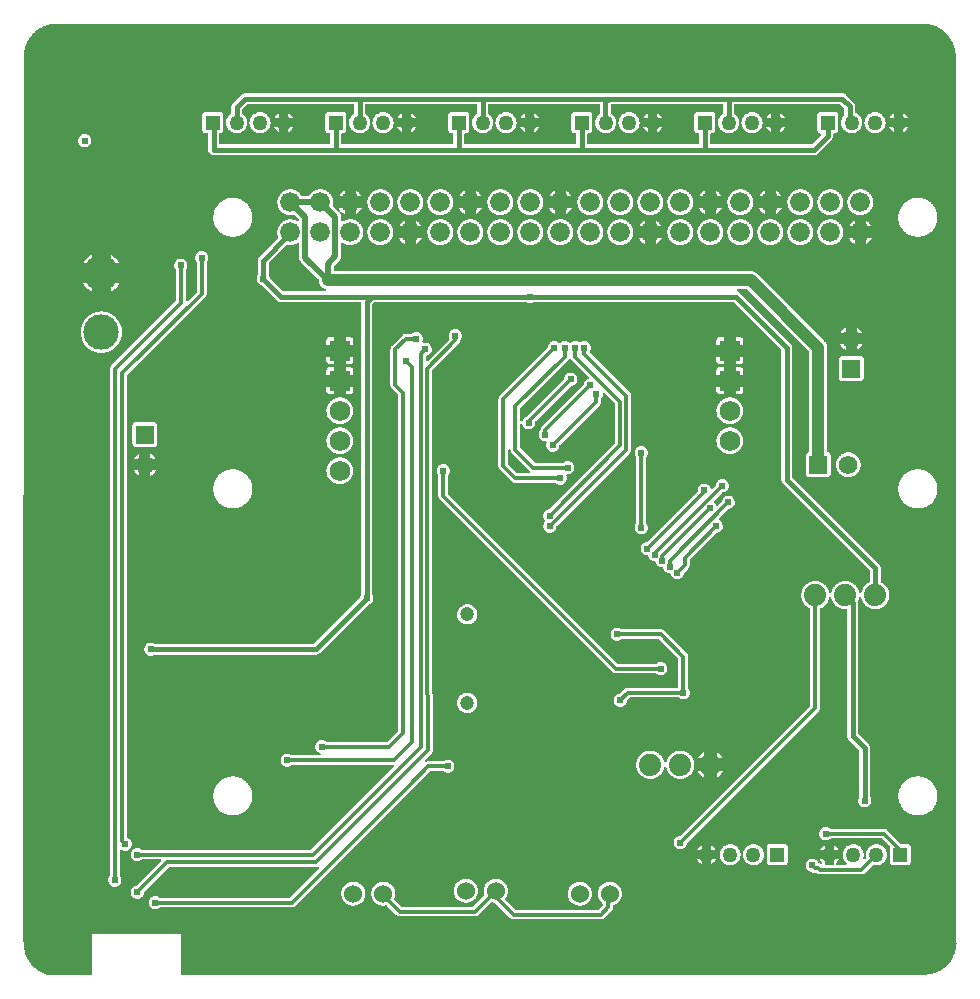
<source format=gbl>
G04 Layer: BottomLayer*
G04 EasyEDA v6.2.46, 2019-11-12T10:27:12+01:00*
G04 201d7097f1e54f75af69d8895503a090,f684c74a6e3d460ab4b866ead519826c,10*
G04 Gerber Generator version 0.2*
G04 Scale: 100 percent, Rotated: No, Reflected: No *
G04 Dimensions in inches *
G04 leading zeros omitted , absolute positions ,2 integer and 4 decimal *
%FSLAX24Y24*%
%MOIN*%
G90*
G70D02*

%ADD11C,0.016000*%
%ADD12C,0.012000*%
%ADD14C,0.050000*%
%ADD18C,0.024000*%
%ADD38C,0.047244*%
%ADD39R,0.050000X0.050000*%
%ADD40C,0.074000*%
%ADD41R,0.062000X0.062000*%
%ADD42C,0.062000*%
%ADD43C,0.118110*%
%ADD44C,0.060000*%
%ADD45R,0.068898X0.068898*%
%ADD46C,0.068898*%
%ADD47C,0.066000*%
%ADD48C,0.020000*%
%ADD49C,0.040000*%

%LPD*%
G36*
G01X30129Y31838D02*
G01X1170Y31838D01*
G01X1140Y31837D01*
G01X1110Y31835D01*
G01X1081Y31832D01*
G01X1051Y31828D01*
G01X1022Y31824D01*
G01X992Y31818D01*
G01X963Y31812D01*
G01X934Y31805D01*
G01X906Y31798D01*
G01X877Y31789D01*
G01X849Y31780D01*
G01X821Y31770D01*
G01X793Y31759D01*
G01X766Y31748D01*
G01X712Y31722D01*
G01X685Y31708D01*
G01X659Y31694D01*
G01X634Y31679D01*
G01X609Y31663D01*
G01X584Y31646D01*
G01X560Y31629D01*
G01X536Y31611D01*
G01X490Y31573D01*
G01X446Y31533D01*
G01X425Y31512D01*
G01X385Y31468D01*
G01X347Y31422D01*
G01X329Y31398D01*
G01X312Y31374D01*
G01X295Y31349D01*
G01X279Y31324D01*
G01X264Y31298D01*
G01X236Y31246D01*
G01X210Y31192D01*
G01X199Y31165D01*
G01X188Y31137D01*
G01X178Y31109D01*
G01X169Y31081D01*
G01X160Y31052D01*
G01X152Y31024D01*
G01X146Y30995D01*
G01X139Y30965D01*
G01X134Y30936D01*
G01X130Y30907D01*
G01X126Y30877D01*
G01X123Y30848D01*
G01X121Y30818D01*
G01X119Y30758D01*
G01X101Y1251D01*
G01X101Y1244D01*
G01X103Y1237D01*
G01X106Y1231D01*
G01X111Y1222D01*
G01X117Y1202D01*
G01X119Y1191D01*
G01X119Y1181D01*
G01X121Y1121D01*
G01X123Y1092D01*
G01X126Y1062D01*
G01X130Y1033D01*
G01X134Y1003D01*
G01X139Y974D01*
G01X145Y945D01*
G01X152Y916D01*
G01X160Y887D01*
G01X168Y859D01*
G01X198Y775D01*
G01X222Y721D01*
G01X235Y694D01*
G01X263Y642D01*
G01X279Y616D01*
G01X294Y591D01*
G01X311Y566D01*
G01X328Y542D01*
G01X346Y519D01*
G01X365Y495D01*
G01X384Y473D01*
G01X424Y429D01*
G01X466Y387D01*
G01X488Y368D01*
G01X511Y348D01*
G01X534Y330D01*
G01X582Y294D01*
G01X632Y262D01*
G01X657Y247D01*
G01X683Y232D01*
G01X709Y218D01*
G01X736Y205D01*
G01X790Y181D01*
G01X818Y170D01*
G01X846Y160D01*
G01X902Y142D01*
G01X931Y134D01*
G01X960Y127D01*
G01X989Y121D01*
G01X997Y120D01*
G01X999Y121D01*
G01X2360Y121D01*
G01X2365Y122D01*
G01X2371Y123D01*
G01X2376Y125D01*
G01X2386Y131D01*
G01X2390Y135D01*
G01X2396Y145D01*
G01X2398Y150D01*
G01X2399Y156D01*
G01X2400Y161D01*
G01X2400Y1490D01*
G01X5350Y1490D01*
G01X5349Y164D01*
G01X5351Y152D01*
G01X5353Y147D01*
G01X5359Y137D01*
G01X5363Y133D01*
G01X5373Y127D01*
G01X5378Y125D01*
G01X5384Y124D01*
G01X5390Y124D01*
G01X30128Y141D01*
G01X30157Y141D01*
G01X30187Y142D01*
G01X30217Y144D01*
G01X30246Y147D01*
G01X30276Y151D01*
G01X30305Y155D01*
G01X30335Y160D01*
G01X30364Y167D01*
G01X30393Y173D01*
G01X30421Y181D01*
G01X30450Y190D01*
G01X30478Y199D01*
G01X30506Y209D01*
G01X30534Y220D01*
G01X30561Y231D01*
G01X30615Y257D01*
G01X30641Y270D01*
G01X30693Y300D01*
G01X30718Y316D01*
G01X30743Y333D01*
G01X30767Y350D01*
G01X30791Y368D01*
G01X30814Y386D01*
G01X30836Y406D01*
G01X30859Y425D01*
G01X30922Y488D01*
G01X30942Y511D01*
G01X30961Y533D01*
G01X30979Y556D01*
G01X31015Y604D01*
G01X31047Y654D01*
G01X31063Y680D01*
G01X31077Y705D01*
G01X31091Y732D01*
G01X31104Y759D01*
G01X31128Y813D01*
G01X31139Y841D01*
G01X31149Y869D01*
G01X31167Y925D01*
G01X31181Y983D01*
G01X31193Y1041D01*
G01X31197Y1071D01*
G01X31201Y1100D01*
G01X31204Y1130D01*
G01X31206Y1159D01*
G01X31207Y1189D01*
G01X31207Y1197D01*
G01X31205Y1204D01*
G01X31201Y1216D01*
G01X31199Y1227D01*
G01X31199Y1239D01*
G01X31198Y1239D01*
G01X31178Y30719D01*
G01X31178Y30720D01*
G01X31179Y30722D01*
G01X31180Y30759D01*
G01X31180Y30760D01*
G01X31178Y30820D01*
G01X31176Y30849D01*
G01X31173Y30879D01*
G01X31169Y30909D01*
G01X31165Y30938D01*
G01X31153Y30996D01*
G01X31146Y31025D01*
G01X31138Y31054D01*
G01X31130Y31082D01*
G01X31121Y31111D01*
G01X31110Y31139D01*
G01X31100Y31166D01*
G01X31088Y31194D01*
G01X31076Y31221D01*
G01X31063Y31247D01*
G01X31049Y31274D01*
G01X31034Y31300D01*
G01X31019Y31325D01*
G01X31003Y31350D01*
G01X30986Y31375D01*
G01X30969Y31399D01*
G01X30951Y31423D01*
G01X30933Y31446D01*
G01X30913Y31469D01*
G01X30893Y31491D01*
G01X30873Y31512D01*
G01X30852Y31533D01*
G01X30830Y31554D01*
G01X30808Y31574D01*
G01X30785Y31593D01*
G01X30739Y31629D01*
G01X30714Y31646D01*
G01X30690Y31663D01*
G01X30665Y31679D01*
G01X30613Y31709D01*
G01X30587Y31722D01*
G01X30533Y31748D01*
G01X30505Y31759D01*
G01X30478Y31770D01*
G01X30450Y31780D01*
G01X30422Y31789D01*
G01X30393Y31798D01*
G01X30364Y31806D01*
G01X30335Y31812D01*
G01X30306Y31819D01*
G01X30277Y31824D01*
G01X30248Y31828D01*
G01X30218Y31832D01*
G01X30189Y31835D01*
G01X30159Y31837D01*
G01X30129Y31838D01*
G37*

%LPC*%
G36*
G01X9019Y26319D02*
G01X8981Y26319D01*
G01X8962Y26318D01*
G01X8943Y26316D01*
G01X8925Y26313D01*
G01X8906Y26309D01*
G01X8888Y26305D01*
G01X8852Y26293D01*
G01X8835Y26286D01*
G01X8817Y26279D01*
G01X8800Y26271D01*
G01X8784Y26262D01*
G01X8768Y26252D01*
G01X8752Y26241D01*
G01X8737Y26230D01*
G01X8722Y26218D01*
G01X8708Y26206D01*
G01X8695Y26193D01*
G01X8669Y26165D01*
G01X8658Y26151D01*
G01X8646Y26136D01*
G01X8626Y26104D01*
G01X8617Y26087D01*
G01X8601Y26053D01*
G01X8594Y26036D01*
G01X8588Y26018D01*
G01X8583Y26000D01*
G01X8579Y25982D01*
G01X8575Y25963D01*
G01X8572Y25945D01*
G01X8570Y25926D01*
G01X8569Y25907D01*
G01X8569Y25870D01*
G01X8570Y25851D01*
G01X8572Y25832D01*
G01X8575Y25813D01*
G01X8583Y25777D01*
G01X8588Y25759D01*
G01X8594Y25741D01*
G01X8601Y25723D01*
G01X8617Y25689D01*
G01X8626Y25673D01*
G01X8646Y25641D01*
G01X8658Y25626D01*
G01X8669Y25611D01*
G01X8682Y25597D01*
G01X8708Y25571D01*
G01X8722Y25558D01*
G01X8737Y25546D01*
G01X8752Y25535D01*
G01X8784Y25515D01*
G01X8800Y25506D01*
G01X8817Y25498D01*
G01X8835Y25490D01*
G01X8852Y25483D01*
G01X8870Y25477D01*
G01X8888Y25472D01*
G01X8906Y25468D01*
G01X8925Y25464D01*
G01X8943Y25461D01*
G01X8962Y25459D01*
G01X9000Y25457D01*
G01X9042Y25459D01*
G01X9063Y25462D01*
G01X9085Y25466D01*
G01X9105Y25471D01*
G01X9115Y25472D01*
G01X9121Y25471D01*
G01X9128Y25470D01*
G01X9133Y25467D01*
G01X9139Y25464D01*
G01X9144Y25460D01*
G01X9287Y25317D01*
G01X9291Y25312D01*
G01X9294Y25307D01*
G01X9297Y25301D01*
G01X9298Y25295D01*
G01X9298Y25276D01*
G01X9297Y25270D01*
G01X9295Y25265D01*
G01X9292Y25260D01*
G01X9289Y25256D01*
G01X9285Y25251D01*
G01X9275Y25245D01*
G01X9270Y25243D01*
G01X9264Y25242D01*
G01X9253Y25242D01*
G01X9247Y25243D01*
G01X9242Y25245D01*
G01X9237Y25248D01*
G01X9220Y25259D01*
G01X9186Y25277D01*
G01X9169Y25285D01*
G01X9151Y25292D01*
G01X9132Y25298D01*
G01X9114Y25304D01*
G01X9095Y25309D01*
G01X9038Y25318D01*
G01X9019Y25319D01*
G01X8981Y25319D01*
G01X8962Y25318D01*
G01X8943Y25316D01*
G01X8925Y25313D01*
G01X8906Y25309D01*
G01X8888Y25305D01*
G01X8852Y25293D01*
G01X8835Y25286D01*
G01X8817Y25279D01*
G01X8800Y25271D01*
G01X8784Y25262D01*
G01X8768Y25252D01*
G01X8752Y25241D01*
G01X8737Y25230D01*
G01X8722Y25218D01*
G01X8708Y25206D01*
G01X8695Y25193D01*
G01X8669Y25165D01*
G01X8658Y25151D01*
G01X8646Y25136D01*
G01X8626Y25104D01*
G01X8617Y25087D01*
G01X8601Y25053D01*
G01X8594Y25036D01*
G01X8588Y25018D01*
G01X8583Y25000D01*
G01X8579Y24982D01*
G01X8575Y24963D01*
G01X8572Y24945D01*
G01X8570Y24926D01*
G01X8569Y24907D01*
G01X8569Y24868D01*
G01X8570Y24848D01*
G01X8573Y24827D01*
G01X8576Y24807D01*
G01X8580Y24787D01*
G01X8586Y24768D01*
G01X8592Y24748D01*
G01X8599Y24729D01*
G01X8601Y24722D01*
G01X8602Y24714D01*
G01X8600Y24702D01*
G01X8597Y24696D01*
G01X8594Y24691D01*
G01X8590Y24686D01*
G01X7972Y24067D01*
G01X7963Y24058D01*
G01X7955Y24048D01*
G01X7947Y24037D01*
G01X7935Y24015D01*
G01X7930Y24003D01*
G01X7926Y23990D01*
G01X7923Y23978D01*
G01X7920Y23965D01*
G01X7919Y23952D01*
G01X7919Y23940D01*
G01X7918Y23478D01*
G01X7918Y23471D01*
G01X7916Y23464D01*
G01X7912Y23457D01*
G01X7905Y23445D01*
G01X7899Y23433D01*
G01X7889Y23407D01*
G01X7885Y23394D01*
G01X7882Y23381D01*
G01X7880Y23367D01*
G01X7879Y23353D01*
G01X7879Y23326D01*
G01X7880Y23313D01*
G01X7882Y23299D01*
G01X7885Y23286D01*
G01X7893Y23260D01*
G01X7898Y23248D01*
G01X7904Y23236D01*
G01X7911Y23224D01*
G01X7935Y23191D01*
G01X7945Y23182D01*
G01X7955Y23172D01*
G01X7965Y23164D01*
G01X7976Y23156D01*
G01X8000Y23142D01*
G01X8024Y23132D01*
G01X8037Y23127D01*
G01X8050Y23124D01*
G01X8057Y23122D01*
G01X8064Y23118D01*
G01X8070Y23113D01*
G01X8572Y22612D01*
G01X8581Y22603D01*
G01X8591Y22595D01*
G01X8602Y22587D01*
G01X8624Y22575D01*
G01X8636Y22570D01*
G01X8649Y22566D01*
G01X8661Y22563D01*
G01X8674Y22560D01*
G01X8687Y22559D01*
G01X11328Y22559D01*
G01X11340Y22557D01*
G01X11345Y22555D01*
G01X11355Y22549D01*
G01X11359Y22545D01*
G01X11365Y22535D01*
G01X11367Y22530D01*
G01X11368Y22524D01*
G01X11369Y22519D01*
G01X11368Y12828D01*
G01X11368Y12821D01*
G01X11366Y12814D01*
G01X11362Y12807D01*
G01X11348Y12781D01*
G01X11338Y12753D01*
G01X11332Y12732D01*
G01X11328Y12725D01*
G01X11323Y12719D01*
G01X9786Y11182D01*
G01X9781Y11178D01*
G01X9776Y11175D01*
G01X9770Y11172D01*
G01X9764Y11171D01*
G01X4481Y11171D01*
G01X4474Y11173D01*
G01X4467Y11177D01*
G01X4455Y11184D01*
G01X4443Y11190D01*
G01X4417Y11200D01*
G01X4404Y11204D01*
G01X4391Y11207D01*
G01X4377Y11209D01*
G01X4363Y11210D01*
G01X4350Y11211D01*
G01X4336Y11210D01*
G01X4323Y11209D01*
G01X4310Y11207D01*
G01X4297Y11204D01*
G01X4271Y11196D01*
G01X4259Y11191D01*
G01X4235Y11179D01*
G01X4213Y11163D01*
G01X4203Y11155D01*
G01X4193Y11146D01*
G01X4184Y11136D01*
G01X4176Y11126D01*
G01X4160Y11104D01*
G01X4148Y11080D01*
G01X4143Y11068D01*
G01X4135Y11042D01*
G01X4132Y11029D01*
G01X4130Y11016D01*
G01X4128Y10990D01*
G01X4129Y10976D01*
G01X4130Y10963D01*
G01X4132Y10950D01*
G01X4135Y10937D01*
G01X4143Y10911D01*
G01X4148Y10899D01*
G01X4160Y10875D01*
G01X4176Y10853D01*
G01X4184Y10843D01*
G01X4193Y10833D01*
G01X4203Y10824D01*
G01X4213Y10816D01*
G01X4235Y10800D01*
G01X4259Y10788D01*
G01X4271Y10783D01*
G01X4297Y10775D01*
G01X4310Y10772D01*
G01X4323Y10770D01*
G01X4336Y10769D01*
G01X4363Y10769D01*
G01X4377Y10770D01*
G01X4391Y10772D01*
G01X4404Y10775D01*
G01X4417Y10779D01*
G01X4443Y10789D01*
G01X4455Y10795D01*
G01X4467Y10802D01*
G01X4474Y10806D01*
G01X4481Y10808D01*
G01X4488Y10808D01*
G01X9850Y10809D01*
G01X9862Y10809D01*
G01X9875Y10810D01*
G01X9888Y10813D01*
G01X9900Y10816D01*
G01X9913Y10820D01*
G01X9925Y10825D01*
G01X9947Y10837D01*
G01X9958Y10845D01*
G01X9968Y10853D01*
G01X9977Y10862D01*
G01X11579Y12463D01*
G01X11585Y12468D01*
G01X11592Y12472D01*
G01X11599Y12474D01*
G01X11612Y12477D01*
G01X11625Y12482D01*
G01X11649Y12492D01*
G01X11673Y12506D01*
G01X11684Y12514D01*
G01X11694Y12522D01*
G01X11704Y12532D01*
G01X11714Y12541D01*
G01X11738Y12574D01*
G01X11745Y12586D01*
G01X11751Y12598D01*
G01X11756Y12610D01*
G01X11764Y12636D01*
G01X11767Y12649D01*
G01X11769Y12663D01*
G01X11771Y12689D01*
G01X11769Y12717D01*
G01X11767Y12731D01*
G01X11764Y12744D01*
G01X11760Y12757D01*
G01X11750Y12783D01*
G01X11744Y12795D01*
G01X11737Y12807D01*
G01X11733Y12814D01*
G01X11731Y12821D01*
G01X11731Y12828D01*
G01X11730Y22463D01*
G01X11731Y22469D01*
G01X11732Y22476D01*
G01X11735Y22481D01*
G01X11738Y22487D01*
G01X11802Y22551D01*
G01X11808Y22554D01*
G01X11813Y22557D01*
G01X11820Y22558D01*
G01X11826Y22559D01*
G01X16861Y22558D01*
G01X16868Y22558D01*
G01X16875Y22556D01*
G01X16882Y22552D01*
G01X16894Y22545D01*
G01X16906Y22539D01*
G01X16932Y22529D01*
G01X16945Y22525D01*
G01X16958Y22522D01*
G01X16972Y22520D01*
G01X16986Y22519D01*
G01X17013Y22519D01*
G01X17027Y22520D01*
G01X17041Y22522D01*
G01X17054Y22525D01*
G01X17067Y22529D01*
G01X17093Y22539D01*
G01X17105Y22545D01*
G01X17117Y22552D01*
G01X17124Y22556D01*
G01X17131Y22558D01*
G01X17138Y22558D01*
G01X23758Y22559D01*
G01X23770Y22557D01*
G01X23776Y22554D01*
G01X23781Y22551D01*
G01X23786Y22547D01*
G01X25357Y20976D01*
G01X25361Y20971D01*
G01X25364Y20966D01*
G01X25367Y20960D01*
G01X25368Y20954D01*
G01X25368Y16640D01*
G01X25370Y16614D01*
G01X25373Y16601D01*
G01X25376Y16589D01*
G01X25380Y16576D01*
G01X25385Y16564D01*
G01X25397Y16542D01*
G01X25405Y16531D01*
G01X25413Y16521D01*
G01X25422Y16512D01*
G01X28307Y13626D01*
G01X28311Y13621D01*
G01X28314Y13616D01*
G01X28317Y13610D01*
G01X28318Y13604D01*
G01X28318Y13246D01*
G01X28314Y13234D01*
G01X28311Y13228D01*
G01X28306Y13223D01*
G01X28301Y13219D01*
G01X28296Y13216D01*
G01X28278Y13207D01*
G01X28261Y13198D01*
G01X28244Y13187D01*
G01X28228Y13177D01*
G01X28212Y13165D01*
G01X28197Y13153D01*
G01X28182Y13140D01*
G01X28168Y13126D01*
G01X28155Y13112D01*
G01X28141Y13098D01*
G01X28129Y13082D01*
G01X28117Y13067D01*
G01X28106Y13051D01*
G01X28086Y13017D01*
G01X28077Y13000D01*
G01X28061Y12964D01*
G01X28054Y12945D01*
G01X28048Y12927D01*
G01X28043Y12908D01*
G01X28039Y12889D01*
G01X28037Y12883D01*
G01X28034Y12877D01*
G01X28031Y12872D01*
G01X28027Y12868D01*
G01X28022Y12864D01*
G01X28017Y12861D01*
G01X28011Y12859D01*
G01X28006Y12857D01*
G01X27993Y12857D01*
G01X27988Y12859D01*
G01X27982Y12861D01*
G01X27977Y12864D01*
G01X27972Y12868D01*
G01X27968Y12872D01*
G01X27965Y12877D01*
G01X27962Y12883D01*
G01X27960Y12889D01*
G01X27956Y12908D01*
G01X27951Y12926D01*
G01X27945Y12945D01*
G01X27931Y12981D01*
G01X27922Y12999D01*
G01X27914Y13016D01*
G01X27904Y13033D01*
G01X27894Y13049D01*
G01X27883Y13066D01*
G01X27859Y13096D01*
G01X27846Y13111D01*
G01X27832Y13125D01*
G01X27804Y13151D01*
G01X27789Y13163D01*
G01X27773Y13175D01*
G01X27757Y13186D01*
G01X27723Y13206D01*
G01X27706Y13215D01*
G01X27689Y13223D01*
G01X27671Y13230D01*
G01X27652Y13237D01*
G01X27634Y13243D01*
G01X27615Y13248D01*
G01X27577Y13256D01*
G01X27558Y13259D01*
G01X27538Y13261D01*
G01X27500Y13263D01*
G01X27480Y13262D01*
G01X27461Y13261D01*
G01X27441Y13259D01*
G01X27422Y13256D01*
G01X27384Y13248D01*
G01X27365Y13243D01*
G01X27347Y13237D01*
G01X27328Y13230D01*
G01X27310Y13223D01*
G01X27293Y13215D01*
G01X27276Y13206D01*
G01X27242Y13186D01*
G01X27226Y13175D01*
G01X27210Y13163D01*
G01X27195Y13151D01*
G01X27167Y13125D01*
G01X27153Y13111D01*
G01X27140Y13096D01*
G01X27116Y13066D01*
G01X27105Y13049D01*
G01X27095Y13033D01*
G01X27085Y13016D01*
G01X27077Y12999D01*
G01X27068Y12981D01*
G01X27054Y12945D01*
G01X27048Y12926D01*
G01X27043Y12908D01*
G01X27039Y12889D01*
G01X27037Y12883D01*
G01X27034Y12877D01*
G01X27031Y12872D01*
G01X27027Y12868D01*
G01X27022Y12864D01*
G01X27017Y12861D01*
G01X27011Y12859D01*
G01X27006Y12857D01*
G01X26993Y12857D01*
G01X26988Y12859D01*
G01X26982Y12861D01*
G01X26977Y12864D01*
G01X26972Y12868D01*
G01X26968Y12872D01*
G01X26965Y12877D01*
G01X26962Y12883D01*
G01X26960Y12889D01*
G01X26956Y12908D01*
G01X26951Y12926D01*
G01X26945Y12945D01*
G01X26931Y12981D01*
G01X26922Y12999D01*
G01X26914Y13016D01*
G01X26904Y13033D01*
G01X26894Y13049D01*
G01X26883Y13066D01*
G01X26859Y13096D01*
G01X26846Y13111D01*
G01X26832Y13125D01*
G01X26804Y13151D01*
G01X26789Y13163D01*
G01X26773Y13175D01*
G01X26757Y13186D01*
G01X26723Y13206D01*
G01X26706Y13215D01*
G01X26689Y13223D01*
G01X26671Y13230D01*
G01X26652Y13237D01*
G01X26634Y13243D01*
G01X26615Y13248D01*
G01X26577Y13256D01*
G01X26558Y13259D01*
G01X26538Y13261D01*
G01X26500Y13263D01*
G01X26480Y13262D01*
G01X26461Y13261D01*
G01X26441Y13259D01*
G01X26422Y13256D01*
G01X26384Y13248D01*
G01X26365Y13243D01*
G01X26347Y13237D01*
G01X26328Y13230D01*
G01X26310Y13223D01*
G01X26293Y13215D01*
G01X26275Y13206D01*
G01X26258Y13196D01*
G01X26242Y13186D01*
G01X26226Y13175D01*
G01X26210Y13163D01*
G01X26195Y13151D01*
G01X26181Y13138D01*
G01X26166Y13125D01*
G01X26153Y13110D01*
G01X26140Y13096D01*
G01X26128Y13081D01*
G01X26116Y13065D01*
G01X26105Y13049D01*
G01X26095Y13033D01*
G01X26085Y13016D01*
G01X26076Y12998D01*
G01X26068Y12981D01*
G01X26061Y12963D01*
G01X26054Y12944D01*
G01X26048Y12926D01*
G01X26043Y12907D01*
G01X26035Y12869D01*
G01X26032Y12850D01*
G01X26030Y12830D01*
G01X26029Y12811D01*
G01X26028Y12791D01*
G01X26029Y12772D01*
G01X26030Y12752D01*
G01X26032Y12733D01*
G01X26035Y12713D01*
G01X26043Y12675D01*
G01X26048Y12656D01*
G01X26054Y12637D01*
G01X26061Y12619D01*
G01X26077Y12583D01*
G01X26086Y12566D01*
G01X26106Y12532D01*
G01X26118Y12516D01*
G01X26129Y12500D01*
G01X26155Y12470D01*
G01X26169Y12456D01*
G01X26183Y12443D01*
G01X26198Y12430D01*
G01X26213Y12418D01*
G01X26229Y12406D01*
G01X26245Y12395D01*
G01X26279Y12375D01*
G01X26296Y12367D01*
G01X26314Y12358D01*
G01X26319Y12356D01*
G01X26324Y12352D01*
G01X26332Y12344D01*
G01X26335Y12339D01*
G01X26337Y12333D01*
G01X26338Y12328D01*
G01X26339Y12322D01*
G01X26339Y9123D01*
G01X26338Y9116D01*
G01X26337Y9110D01*
G01X26334Y9105D01*
G01X26331Y9099D01*
G01X26327Y9094D01*
G01X22003Y4771D01*
G01X21998Y4767D01*
G01X21992Y4763D01*
G01X21986Y4761D01*
G01X21965Y4758D01*
G01X21939Y4752D01*
G01X21926Y4748D01*
G01X21913Y4743D01*
G01X21889Y4731D01*
G01X21877Y4724D01*
G01X21866Y4716D01*
G01X21846Y4698D01*
G01X21836Y4688D01*
G01X21827Y4678D01*
G01X21819Y4667D01*
G01X21812Y4656D01*
G01X21805Y4644D01*
G01X21799Y4632D01*
G01X21793Y4619D01*
G01X21785Y4593D01*
G01X21782Y4580D01*
G01X21780Y4567D01*
G01X21779Y4553D01*
G01X21778Y4540D01*
G01X21779Y4526D01*
G01X21780Y4513D01*
G01X21782Y4500D01*
G01X21785Y4487D01*
G01X21793Y4461D01*
G01X21798Y4449D01*
G01X21810Y4425D01*
G01X21826Y4403D01*
G01X21834Y4393D01*
G01X21843Y4383D01*
G01X21853Y4374D01*
G01X21863Y4366D01*
G01X21885Y4350D01*
G01X21909Y4338D01*
G01X21921Y4333D01*
G01X21947Y4325D01*
G01X21960Y4322D01*
G01X21973Y4320D01*
G01X21986Y4319D01*
G01X22013Y4319D01*
G01X22027Y4320D01*
G01X22040Y4322D01*
G01X22053Y4325D01*
G01X22079Y4333D01*
G01X22092Y4339D01*
G01X22104Y4345D01*
G01X22116Y4352D01*
G01X22127Y4359D01*
G01X22138Y4367D01*
G01X22148Y4376D01*
G01X22158Y4386D01*
G01X22176Y4406D01*
G01X22184Y4417D01*
G01X22191Y4429D01*
G01X22203Y4453D01*
G01X22208Y4466D01*
G01X22212Y4479D01*
G01X22218Y4505D01*
G01X22221Y4526D01*
G01X22223Y4532D01*
G01X22227Y4538D01*
G01X22231Y4543D01*
G01X26613Y8926D01*
G01X26621Y8934D01*
G01X26635Y8952D01*
G01X26641Y8962D01*
G01X26646Y8973D01*
G01X26650Y8983D01*
G01X26654Y8994D01*
G01X26657Y9005D01*
G01X26659Y9017D01*
G01X26660Y9028D01*
G01X26660Y12322D01*
G01X26661Y12328D01*
G01X26662Y12333D01*
G01X26664Y12339D01*
G01X26667Y12344D01*
G01X26675Y12352D01*
G01X26680Y12356D01*
G01X26685Y12358D01*
G01X26703Y12367D01*
G01X26720Y12375D01*
G01X26754Y12395D01*
G01X26770Y12406D01*
G01X26786Y12418D01*
G01X26801Y12430D01*
G01X26831Y12456D01*
G01X26844Y12471D01*
G01X26857Y12485D01*
G01X26870Y12500D01*
G01X26882Y12516D01*
G01X26893Y12532D01*
G01X26913Y12566D01*
G01X26922Y12583D01*
G01X26938Y12619D01*
G01X26945Y12638D01*
G01X26951Y12656D01*
G01X26956Y12675D01*
G01X26960Y12694D01*
G01X26962Y12700D01*
G01X26965Y12706D01*
G01X26968Y12711D01*
G01X26972Y12715D01*
G01X26977Y12719D01*
G01X26982Y12722D01*
G01X26988Y12724D01*
G01X26993Y12726D01*
G01X27006Y12726D01*
G01X27011Y12724D01*
G01X27017Y12722D01*
G01X27022Y12719D01*
G01X27027Y12715D01*
G01X27031Y12711D01*
G01X27034Y12706D01*
G01X27037Y12700D01*
G01X27039Y12694D01*
G01X27043Y12675D01*
G01X27048Y12657D01*
G01X27054Y12638D01*
G01X27068Y12602D01*
G01X27077Y12584D01*
G01X27085Y12567D01*
G01X27095Y12550D01*
G01X27105Y12534D01*
G01X27116Y12517D01*
G01X27140Y12487D01*
G01X27153Y12472D01*
G01X27167Y12458D01*
G01X27195Y12432D01*
G01X27210Y12420D01*
G01X27226Y12408D01*
G01X27242Y12397D01*
G01X27276Y12377D01*
G01X27293Y12368D01*
G01X27310Y12360D01*
G01X27328Y12353D01*
G01X27347Y12346D01*
G01X27365Y12340D01*
G01X27384Y12335D01*
G01X27422Y12327D01*
G01X27441Y12324D01*
G01X27461Y12322D01*
G01X27480Y12321D01*
G01X27534Y12321D01*
G01X27540Y12320D01*
G01X27545Y12318D01*
G01X27555Y12312D01*
G01X27559Y12308D01*
G01X27565Y12298D01*
G01X27567Y12293D01*
G01X27568Y12287D01*
G01X27568Y8090D01*
G01X27570Y8064D01*
G01X27573Y8051D01*
G01X27576Y8039D01*
G01X27580Y8026D01*
G01X27585Y8014D01*
G01X27597Y7992D01*
G01X27605Y7981D01*
G01X27613Y7971D01*
G01X27622Y7962D01*
G01X27957Y7626D01*
G01X27961Y7621D01*
G01X27964Y7616D01*
G01X27967Y7610D01*
G01X27968Y7604D01*
G01X27968Y6071D01*
G01X27966Y6064D01*
G01X27962Y6057D01*
G01X27955Y6045D01*
G01X27949Y6033D01*
G01X27939Y6007D01*
G01X27935Y5994D01*
G01X27932Y5981D01*
G01X27930Y5967D01*
G01X27929Y5953D01*
G01X27928Y5940D01*
G01X27929Y5926D01*
G01X27930Y5913D01*
G01X27932Y5900D01*
G01X27935Y5887D01*
G01X27943Y5861D01*
G01X27948Y5849D01*
G01X27960Y5825D01*
G01X27976Y5803D01*
G01X27984Y5793D01*
G01X27993Y5783D01*
G01X28003Y5774D01*
G01X28013Y5766D01*
G01X28035Y5750D01*
G01X28059Y5738D01*
G01X28071Y5733D01*
G01X28097Y5725D01*
G01X28110Y5722D01*
G01X28123Y5720D01*
G01X28136Y5719D01*
G01X28163Y5719D01*
G01X28176Y5720D01*
G01X28189Y5722D01*
G01X28202Y5725D01*
G01X28228Y5733D01*
G01X28240Y5738D01*
G01X28264Y5750D01*
G01X28286Y5766D01*
G01X28296Y5774D01*
G01X28306Y5783D01*
G01X28315Y5793D01*
G01X28323Y5803D01*
G01X28339Y5825D01*
G01X28351Y5849D01*
G01X28356Y5861D01*
G01X28364Y5887D01*
G01X28367Y5900D01*
G01X28369Y5913D01*
G01X28371Y5939D01*
G01X28369Y5967D01*
G01X28367Y5981D01*
G01X28364Y5994D01*
G01X28360Y6007D01*
G01X28350Y6033D01*
G01X28344Y6045D01*
G01X28337Y6057D01*
G01X28333Y6064D01*
G01X28331Y6071D01*
G01X28331Y7689D01*
G01X28329Y7715D01*
G01X28326Y7728D01*
G01X28323Y7740D01*
G01X28319Y7753D01*
G01X28314Y7765D01*
G01X28302Y7787D01*
G01X28294Y7798D01*
G01X28286Y7808D01*
G01X28277Y7817D01*
G01X27942Y8153D01*
G01X27938Y8158D01*
G01X27935Y8163D01*
G01X27932Y8169D01*
G01X27931Y8175D01*
G01X27931Y12541D01*
G01X27930Y12559D01*
G01X27927Y12576D01*
G01X27926Y12584D01*
G01X27927Y12592D01*
G01X27930Y12600D01*
G01X27938Y12618D01*
G01X27944Y12637D01*
G01X27951Y12656D01*
G01X27956Y12675D01*
G01X27960Y12694D01*
G01X27962Y12700D01*
G01X27965Y12706D01*
G01X27968Y12711D01*
G01X27972Y12715D01*
G01X27977Y12719D01*
G01X27982Y12722D01*
G01X27988Y12724D01*
G01X27993Y12726D01*
G01X28006Y12726D01*
G01X28011Y12724D01*
G01X28017Y12722D01*
G01X28022Y12719D01*
G01X28027Y12715D01*
G01X28031Y12711D01*
G01X28034Y12706D01*
G01X28037Y12700D01*
G01X28039Y12694D01*
G01X28043Y12675D01*
G01X28048Y12657D01*
G01X28054Y12638D01*
G01X28068Y12602D01*
G01X28077Y12584D01*
G01X28085Y12567D01*
G01X28095Y12550D01*
G01X28105Y12534D01*
G01X28116Y12517D01*
G01X28140Y12487D01*
G01X28153Y12472D01*
G01X28167Y12458D01*
G01X28195Y12432D01*
G01X28210Y12420D01*
G01X28226Y12408D01*
G01X28242Y12397D01*
G01X28276Y12377D01*
G01X28293Y12368D01*
G01X28310Y12360D01*
G01X28328Y12353D01*
G01X28347Y12346D01*
G01X28365Y12340D01*
G01X28384Y12335D01*
G01X28422Y12327D01*
G01X28441Y12324D01*
G01X28461Y12322D01*
G01X28480Y12321D01*
G01X28519Y12321D01*
G01X28538Y12322D01*
G01X28558Y12324D01*
G01X28577Y12327D01*
G01X28615Y12335D01*
G01X28634Y12340D01*
G01X28652Y12346D01*
G01X28671Y12353D01*
G01X28689Y12360D01*
G01X28706Y12368D01*
G01X28724Y12377D01*
G01X28741Y12387D01*
G01X28757Y12397D01*
G01X28773Y12408D01*
G01X28789Y12420D01*
G01X28804Y12432D01*
G01X28818Y12445D01*
G01X28833Y12458D01*
G01X28846Y12473D01*
G01X28859Y12487D01*
G01X28871Y12502D01*
G01X28883Y12518D01*
G01X28894Y12534D01*
G01X28904Y12550D01*
G01X28914Y12567D01*
G01X28923Y12585D01*
G01X28931Y12602D01*
G01X28938Y12620D01*
G01X28945Y12639D01*
G01X28951Y12657D01*
G01X28956Y12676D01*
G01X28964Y12714D01*
G01X28967Y12733D01*
G01X28969Y12753D01*
G01X28970Y12772D01*
G01X28971Y12792D01*
G01X28970Y12811D01*
G01X28969Y12831D01*
G01X28967Y12850D01*
G01X28964Y12870D01*
G01X28956Y12908D01*
G01X28951Y12927D01*
G01X28945Y12945D01*
G01X28938Y12964D01*
G01X28922Y13000D01*
G01X28913Y13017D01*
G01X28893Y13051D01*
G01X28882Y13067D01*
G01X28870Y13082D01*
G01X28857Y13098D01*
G01X28831Y13126D01*
G01X28817Y13140D01*
G01X28802Y13153D01*
G01X28787Y13165D01*
G01X28771Y13177D01*
G01X28754Y13188D01*
G01X28738Y13198D01*
G01X28721Y13207D01*
G01X28703Y13216D01*
G01X28698Y13219D01*
G01X28693Y13223D01*
G01X28688Y13228D01*
G01X28685Y13234D01*
G01X28681Y13246D01*
G01X28681Y13689D01*
G01X28679Y13715D01*
G01X28676Y13728D01*
G01X28673Y13740D01*
G01X28669Y13753D01*
G01X28664Y13765D01*
G01X28652Y13787D01*
G01X28644Y13798D01*
G01X28636Y13808D01*
G01X28627Y13817D01*
G01X25742Y16703D01*
G01X25738Y16708D01*
G01X25735Y16713D01*
G01X25732Y16719D01*
G01X25731Y16725D01*
G01X25731Y21039D01*
G01X25729Y21065D01*
G01X25726Y21078D01*
G01X25723Y21090D01*
G01X25719Y21103D01*
G01X25714Y21115D01*
G01X25702Y21137D01*
G01X25694Y21148D01*
G01X25686Y21158D01*
G01X23967Y22877D01*
G01X23957Y22885D01*
G01X23945Y22893D01*
G01X23933Y22900D01*
G01X23921Y22906D01*
G01X23908Y22911D01*
G01X23903Y22913D01*
G01X23897Y22916D01*
G01X23893Y22921D01*
G01X23889Y22925D01*
G01X23886Y22931D01*
G01X23883Y22936D01*
G01X23881Y22948D01*
G01X23883Y22960D01*
G01X23885Y22965D01*
G01X23891Y22975D01*
G01X23895Y22979D01*
G01X23905Y22985D01*
G01X23910Y22987D01*
G01X23916Y22988D01*
G01X24215Y22988D01*
G01X24221Y22987D01*
G01X24226Y22984D01*
G01X24232Y22981D01*
G01X24237Y22977D01*
G01X26287Y20927D01*
G01X26291Y20922D01*
G01X26294Y20916D01*
G01X26297Y20911D01*
G01X26298Y20905D01*
G01X26298Y17581D01*
G01X26297Y17575D01*
G01X26295Y17570D01*
G01X26292Y17564D01*
G01X26288Y17560D01*
G01X26278Y17552D01*
G01X26273Y17550D01*
G01X26267Y17548D01*
G01X26259Y17546D01*
G01X26250Y17542D01*
G01X26242Y17539D01*
G01X26234Y17534D01*
G01X26227Y17529D01*
G01X26220Y17523D01*
G01X26208Y17509D01*
G01X26203Y17501D01*
G01X26195Y17485D01*
G01X26192Y17476D01*
G01X26190Y17468D01*
G01X26189Y17459D01*
G01X26189Y16820D01*
G01X26190Y16811D01*
G01X26192Y16802D01*
G01X26195Y16793D01*
G01X26199Y16784D01*
G01X26204Y16776D01*
G01X26209Y16769D01*
G01X26215Y16761D01*
G01X26221Y16755D01*
G01X26229Y16749D01*
G01X26236Y16744D01*
G01X26244Y16739D01*
G01X26253Y16735D01*
G01X26262Y16732D01*
G01X26271Y16730D01*
G01X26289Y16728D01*
G01X26910Y16728D01*
G01X26928Y16730D01*
G01X26937Y16732D01*
G01X26946Y16735D01*
G01X26955Y16739D01*
G01X26963Y16744D01*
G01X26970Y16749D01*
G01X26978Y16755D01*
G01X26984Y16761D01*
G01X26990Y16769D01*
G01X26995Y16776D01*
G01X27000Y16784D01*
G01X27004Y16793D01*
G01X27007Y16802D01*
G01X27009Y16811D01*
G01X27010Y16820D01*
G01X27010Y17459D01*
G01X27009Y17468D01*
G01X27007Y17476D01*
G01X27004Y17485D01*
G01X26996Y17501D01*
G01X26991Y17509D01*
G01X26979Y17523D01*
G01X26972Y17529D01*
G01X26965Y17534D01*
G01X26957Y17539D01*
G01X26949Y17542D01*
G01X26940Y17546D01*
G01X26932Y17548D01*
G01X26926Y17550D01*
G01X26921Y17552D01*
G01X26911Y17560D01*
G01X26907Y17564D01*
G01X26904Y17570D01*
G01X26902Y17575D01*
G01X26901Y17581D01*
G01X26901Y21039D01*
G01X26899Y21071D01*
G01X26897Y21087D01*
G01X26894Y21102D01*
G01X26890Y21117D01*
G01X26886Y21133D01*
G01X26881Y21147D01*
G01X26874Y21162D01*
G01X26868Y21176D01*
G01X26860Y21190D01*
G01X26852Y21203D01*
G01X26843Y21216D01*
G01X26833Y21229D01*
G01X26823Y21241D01*
G01X24551Y23513D01*
G01X24539Y23523D01*
G01X24526Y23533D01*
G01X24513Y23542D01*
G01X24500Y23550D01*
G01X24486Y23558D01*
G01X24472Y23564D01*
G01X24457Y23571D01*
G01X24443Y23576D01*
G01X24427Y23580D01*
G01X24412Y23584D01*
G01X24397Y23587D01*
G01X24381Y23589D01*
G01X24365Y23590D01*
G01X24350Y23591D01*
G01X10485Y23591D01*
G01X10479Y23592D01*
G01X10474Y23594D01*
G01X10464Y23600D01*
G01X10460Y23604D01*
G01X10454Y23614D01*
G01X10452Y23619D01*
G01X10451Y23625D01*
G01X10451Y23746D01*
G01X10452Y23752D01*
G01X10455Y23758D01*
G01X10458Y23763D01*
G01X10462Y23768D01*
G01X10642Y23947D01*
G01X10651Y23957D01*
G01X10659Y23967D01*
G01X10667Y23978D01*
G01X10674Y23989D01*
G01X10680Y24001D01*
G01X10690Y24025D01*
G01X10694Y24037D01*
G01X10697Y24050D01*
G01X10699Y24063D01*
G01X10701Y24089D01*
G01X10701Y24501D01*
G01X10702Y24506D01*
G01X10704Y24512D01*
G01X10707Y24517D01*
G01X10710Y24521D01*
G01X10714Y24525D01*
G01X10719Y24529D01*
G01X10729Y24533D01*
G01X10735Y24534D01*
G01X10740Y24535D01*
G01X10752Y24533D01*
G01X10757Y24531D01*
G01X10762Y24528D01*
G01X10779Y24518D01*
G01X10813Y24500D01*
G01X10830Y24492D01*
G01X10848Y24485D01*
G01X10867Y24478D01*
G01X10885Y24473D01*
G01X10904Y24468D01*
G01X10923Y24464D01*
G01X10942Y24461D01*
G01X10961Y24459D01*
G01X10999Y24457D01*
G01X11037Y24459D01*
G01X11056Y24461D01*
G01X11074Y24464D01*
G01X11093Y24468D01*
G01X11111Y24472D01*
G01X11129Y24477D01*
G01X11147Y24483D01*
G01X11164Y24490D01*
G01X11182Y24498D01*
G01X11199Y24506D01*
G01X11215Y24515D01*
G01X11247Y24535D01*
G01X11262Y24546D01*
G01X11277Y24558D01*
G01X11291Y24571D01*
G01X11317Y24597D01*
G01X11330Y24611D01*
G01X11341Y24626D01*
G01X11353Y24641D01*
G01X11373Y24673D01*
G01X11382Y24689D01*
G01X11398Y24723D01*
G01X11405Y24741D01*
G01X11411Y24759D01*
G01X11416Y24777D01*
G01X11424Y24813D01*
G01X11427Y24832D01*
G01X11429Y24851D01*
G01X11430Y24870D01*
G01X11430Y24907D01*
G01X11429Y24926D01*
G01X11427Y24945D01*
G01X11424Y24963D01*
G01X11420Y24982D01*
G01X11416Y25000D01*
G01X11411Y25018D01*
G01X11405Y25036D01*
G01X11398Y25053D01*
G01X11382Y25087D01*
G01X11373Y25104D01*
G01X11353Y25136D01*
G01X11341Y25151D01*
G01X11330Y25165D01*
G01X11304Y25193D01*
G01X11291Y25206D01*
G01X11277Y25218D01*
G01X11262Y25230D01*
G01X11247Y25241D01*
G01X11231Y25252D01*
G01X11215Y25262D01*
G01X11199Y25271D01*
G01X11182Y25279D01*
G01X11164Y25286D01*
G01X11147Y25293D01*
G01X11111Y25305D01*
G01X11093Y25309D01*
G01X11074Y25313D01*
G01X11056Y25316D01*
G01X11037Y25318D01*
G01X11018Y25319D01*
G01X10980Y25319D01*
G01X10961Y25318D01*
G01X10904Y25309D01*
G01X10885Y25304D01*
G01X10867Y25298D01*
G01X10848Y25292D01*
G01X10830Y25285D01*
G01X10813Y25277D01*
G01X10779Y25259D01*
G01X10762Y25248D01*
G01X10757Y25245D01*
G01X10752Y25243D01*
G01X10746Y25242D01*
G01X10735Y25242D01*
G01X10729Y25243D01*
G01X10724Y25245D01*
G01X10714Y25251D01*
G01X10710Y25256D01*
G01X10707Y25260D01*
G01X10704Y25265D01*
G01X10702Y25270D01*
G01X10701Y25276D01*
G01X10701Y25388D01*
G01X10700Y25388D01*
G01X10700Y25402D01*
G01X10699Y25416D01*
G01X10696Y25430D01*
G01X10693Y25443D01*
G01X10689Y25456D01*
G01X10684Y25469D01*
G01X10677Y25482D01*
G01X10671Y25494D01*
G01X10663Y25505D01*
G01X10660Y25511D01*
G01X10657Y25516D01*
G01X10656Y25522D01*
G01X10655Y25529D01*
G01X10656Y25534D01*
G01X10657Y25540D01*
G01X10659Y25545D01*
G01X10665Y25555D01*
G01X10669Y25559D01*
G01X10679Y25565D01*
G01X10684Y25567D01*
G01X10690Y25568D01*
G01X10695Y25569D01*
G01X10702Y25568D01*
G01X10709Y25566D01*
G01X10716Y25563D01*
G01X10721Y25559D01*
G01X10755Y25533D01*
G01X10791Y25511D01*
G01X10809Y25501D01*
G01X10809Y25698D01*
G01X10613Y25698D01*
G01X10622Y25681D01*
G01X10632Y25663D01*
G01X10654Y25631D01*
G01X10660Y25619D01*
G01X10662Y25613D01*
G01X10662Y25601D01*
G01X10660Y25595D01*
G01X10656Y25585D01*
G01X10652Y25580D01*
G01X10648Y25576D01*
G01X10644Y25573D01*
G01X10639Y25570D01*
G01X10633Y25568D01*
G01X10628Y25567D01*
G01X10616Y25567D01*
G01X10604Y25571D01*
G01X10599Y25574D01*
G01X10594Y25578D01*
G01X10428Y25744D01*
G01X10420Y25754D01*
G01X10418Y25760D01*
G01X10417Y25766D01*
G01X10416Y25773D01*
G01X10417Y25782D01*
G01X10422Y25803D01*
G01X10426Y25824D01*
G01X10428Y25846D01*
G01X10430Y25867D01*
G01X10430Y25907D01*
G01X10429Y25926D01*
G01X10427Y25945D01*
G01X10424Y25963D01*
G01X10420Y25982D01*
G01X10416Y26000D01*
G01X10411Y26018D01*
G01X10405Y26036D01*
G01X10398Y26053D01*
G01X10382Y26087D01*
G01X10373Y26104D01*
G01X10353Y26136D01*
G01X10341Y26151D01*
G01X10330Y26165D01*
G01X10304Y26193D01*
G01X10291Y26206D01*
G01X10277Y26218D01*
G01X10262Y26230D01*
G01X10247Y26241D01*
G01X10231Y26252D01*
G01X10215Y26262D01*
G01X10199Y26271D01*
G01X10182Y26279D01*
G01X10164Y26286D01*
G01X10147Y26293D01*
G01X10111Y26305D01*
G01X10093Y26309D01*
G01X10074Y26313D01*
G01X10056Y26316D01*
G01X10037Y26318D01*
G01X10018Y26319D01*
G01X9980Y26319D01*
G01X9961Y26318D01*
G01X9942Y26315D01*
G01X9922Y26312D01*
G01X9903Y26308D01*
G01X9885Y26304D01*
G01X9866Y26298D01*
G01X9848Y26292D01*
G01X9830Y26285D01*
G01X9812Y26277D01*
G01X9795Y26268D01*
G01X9778Y26258D01*
G01X9762Y26248D01*
G01X9746Y26237D01*
G01X9730Y26225D01*
G01X9716Y26213D01*
G01X9701Y26200D01*
G01X9688Y26186D01*
G01X9675Y26171D01*
G01X9662Y26157D01*
G01X9650Y26141D01*
G01X9639Y26125D01*
G01X9629Y26109D01*
G01X9626Y26104D01*
G01X9622Y26100D01*
G01X9617Y26096D01*
G01X9612Y26093D01*
G01X9606Y26091D01*
G01X9601Y26090D01*
G01X9595Y26089D01*
G01X9404Y26089D01*
G01X9398Y26090D01*
G01X9393Y26091D01*
G01X9387Y26093D01*
G01X9382Y26096D01*
G01X9377Y26100D01*
G01X9373Y26104D01*
G01X9370Y26109D01*
G01X9360Y26125D01*
G01X9349Y26141D01*
G01X9337Y26157D01*
G01X9324Y26171D01*
G01X9311Y26186D01*
G01X9298Y26200D01*
G01X9283Y26213D01*
G01X9269Y26225D01*
G01X9253Y26237D01*
G01X9237Y26248D01*
G01X9221Y26258D01*
G01X9204Y26268D01*
G01X9187Y26277D01*
G01X9169Y26285D01*
G01X9151Y26292D01*
G01X9133Y26298D01*
G01X9114Y26304D01*
G01X9096Y26308D01*
G01X9077Y26312D01*
G01X9057Y26315D01*
G01X9038Y26318D01*
G01X9019Y26319D01*
G37*
G36*
G01X14526Y21659D02*
G01X14500Y21661D01*
G01X14486Y21660D01*
G01X14473Y21659D01*
G01X14460Y21657D01*
G01X14447Y21654D01*
G01X14421Y21646D01*
G01X14409Y21641D01*
G01X14385Y21629D01*
G01X14363Y21613D01*
G01X14353Y21605D01*
G01X14343Y21596D01*
G01X14334Y21586D01*
G01X14326Y21576D01*
G01X14310Y21554D01*
G01X14298Y21530D01*
G01X14293Y21518D01*
G01X14285Y21492D01*
G01X14282Y21479D01*
G01X14280Y21466D01*
G01X14278Y21440D01*
G01X14279Y21424D01*
G01X14283Y21394D01*
G01X14287Y21379D01*
G01X14291Y21365D01*
G01X14297Y21351D01*
G01X14300Y21343D01*
G01X14300Y21328D01*
G01X14299Y21322D01*
G01X14296Y21317D01*
G01X14293Y21311D01*
G01X14289Y21306D01*
G01X13579Y20596D01*
G01X13574Y20592D01*
G01X13569Y20589D01*
G01X13557Y20585D01*
G01X13545Y20585D01*
G01X13539Y20586D01*
G01X13534Y20588D01*
G01X13529Y20591D01*
G01X13524Y20595D01*
G01X13520Y20599D01*
G01X13517Y20603D01*
G01X13514Y20608D01*
G01X13512Y20613D01*
G01X13511Y20619D01*
G01X13511Y20625D01*
G01X13510Y20734D01*
G01X13512Y20746D01*
G01X13518Y20756D01*
G01X13522Y20761D01*
G01X13526Y20765D01*
G01X13531Y20769D01*
G01X13543Y20773D01*
G01X13556Y20776D01*
G01X13569Y20780D01*
G01X13595Y20790D01*
G01X13619Y20804D01*
G01X13630Y20811D01*
G01X13652Y20829D01*
G01X13670Y20849D01*
G01X13679Y20860D01*
G01X13700Y20896D01*
G01X13710Y20922D01*
G01X13714Y20935D01*
G01X13717Y20948D01*
G01X13719Y20962D01*
G01X13721Y20990D01*
G01X13719Y21016D01*
G01X13717Y21029D01*
G01X13714Y21042D01*
G01X13706Y21068D01*
G01X13701Y21080D01*
G01X13689Y21104D01*
G01X13673Y21126D01*
G01X13665Y21136D01*
G01X13656Y21146D01*
G01X13646Y21155D01*
G01X13636Y21163D01*
G01X13614Y21179D01*
G01X13590Y21191D01*
G01X13578Y21196D01*
G01X13552Y21204D01*
G01X13539Y21207D01*
G01X13526Y21209D01*
G01X13500Y21211D01*
G01X13483Y21210D01*
G01X13467Y21208D01*
G01X13451Y21205D01*
G01X13442Y21204D01*
G01X13437Y21205D01*
G01X13431Y21206D01*
G01X13426Y21208D01*
G01X13416Y21214D01*
G01X13412Y21218D01*
G01X13406Y21228D01*
G01X13404Y21233D01*
G01X13403Y21239D01*
G01X13402Y21244D01*
G01X13403Y21252D01*
G01X13405Y21259D01*
G01X13410Y21272D01*
G01X13414Y21285D01*
G01X13417Y21298D01*
G01X13419Y21312D01*
G01X13421Y21340D01*
G01X13419Y21366D01*
G01X13417Y21379D01*
G01X13414Y21392D01*
G01X13406Y21418D01*
G01X13401Y21430D01*
G01X13389Y21454D01*
G01X13373Y21476D01*
G01X13365Y21486D01*
G01X13356Y21496D01*
G01X13346Y21505D01*
G01X13336Y21513D01*
G01X13314Y21529D01*
G01X13290Y21541D01*
G01X13278Y21546D01*
G01X13252Y21554D01*
G01X13239Y21557D01*
G01X13226Y21559D01*
G01X13213Y21560D01*
G01X13186Y21560D01*
G01X13172Y21559D01*
G01X13158Y21557D01*
G01X13144Y21554D01*
G01X13131Y21550D01*
G01X13118Y21545D01*
G01X13105Y21539D01*
G01X13093Y21533D01*
G01X13081Y21526D01*
G01X13069Y21518D01*
G01X13059Y21510D01*
G01X13053Y21506D01*
G01X13047Y21503D01*
G01X13040Y21501D01*
G01X12849Y21501D01*
G01X12827Y21499D01*
G01X12815Y21497D01*
G01X12804Y21494D01*
G01X12793Y21490D01*
G01X12783Y21486D01*
G01X12772Y21481D01*
G01X12762Y21475D01*
G01X12744Y21461D01*
G01X12378Y21095D01*
G01X12364Y21077D01*
G01X12358Y21067D01*
G01X12353Y21056D01*
G01X12349Y21046D01*
G01X12345Y21035D01*
G01X12342Y21024D01*
G01X12340Y21012D01*
G01X12338Y20990D01*
G01X12338Y19790D01*
G01X12339Y19778D01*
G01X12340Y19767D01*
G01X12342Y19755D01*
G01X12345Y19744D01*
G01X12349Y19733D01*
G01X12353Y19723D01*
G01X12358Y19712D01*
G01X12364Y19702D01*
G01X12378Y19684D01*
G01X12577Y19485D01*
G01X12581Y19480D01*
G01X12584Y19474D01*
G01X12587Y19469D01*
G01X12588Y19463D01*
G01X12588Y8266D01*
G01X12587Y8260D01*
G01X12584Y8255D01*
G01X12581Y8249D01*
G01X12577Y8244D01*
G01X12245Y7912D01*
G01X12240Y7908D01*
G01X12234Y7905D01*
G01X12229Y7902D01*
G01X12223Y7901D01*
G01X10209Y7901D01*
G01X10202Y7903D01*
G01X10196Y7906D01*
G01X10190Y7910D01*
G01X10180Y7918D01*
G01X10168Y7926D01*
G01X10156Y7933D01*
G01X10144Y7939D01*
G01X10131Y7945D01*
G01X10118Y7950D01*
G01X10105Y7954D01*
G01X10091Y7957D01*
G01X10077Y7959D01*
G01X10063Y7960D01*
G01X10050Y7961D01*
G01X10036Y7960D01*
G01X10023Y7959D01*
G01X10010Y7957D01*
G01X9997Y7954D01*
G01X9971Y7946D01*
G01X9959Y7941D01*
G01X9935Y7929D01*
G01X9913Y7913D01*
G01X9903Y7905D01*
G01X9893Y7896D01*
G01X9884Y7886D01*
G01X9876Y7876D01*
G01X9860Y7854D01*
G01X9848Y7830D01*
G01X9843Y7818D01*
G01X9835Y7792D01*
G01X9832Y7779D01*
G01X9830Y7766D01*
G01X9828Y7740D01*
G01X9829Y7726D01*
G01X9830Y7713D01*
G01X9832Y7700D01*
G01X9838Y7674D01*
G01X9843Y7661D01*
G01X9848Y7649D01*
G01X9860Y7625D01*
G01X9867Y7614D01*
G01X9875Y7603D01*
G01X9893Y7583D01*
G01X9903Y7574D01*
G01X9913Y7566D01*
G01X9924Y7558D01*
G01X9946Y7544D01*
G01X9958Y7538D01*
G01X9971Y7533D01*
G01X9983Y7529D01*
G01X9995Y7523D01*
G01X10004Y7514D01*
G01X10007Y7509D01*
G01X10011Y7497D01*
G01X10011Y7485D01*
G01X10010Y7479D01*
G01X10008Y7474D01*
G01X10005Y7469D01*
G01X10001Y7464D01*
G01X9997Y7460D01*
G01X9993Y7457D01*
G01X9988Y7454D01*
G01X9983Y7452D01*
G01X9977Y7451D01*
G01X9059Y7451D01*
G01X9052Y7453D01*
G01X9046Y7456D01*
G01X9040Y7460D01*
G01X9030Y7468D01*
G01X9018Y7476D01*
G01X9006Y7483D01*
G01X8994Y7489D01*
G01X8981Y7495D01*
G01X8968Y7500D01*
G01X8955Y7504D01*
G01X8941Y7507D01*
G01X8927Y7509D01*
G01X8913Y7510D01*
G01X8900Y7511D01*
G01X8886Y7510D01*
G01X8873Y7509D01*
G01X8860Y7507D01*
G01X8847Y7504D01*
G01X8821Y7496D01*
G01X8809Y7491D01*
G01X8785Y7479D01*
G01X8763Y7463D01*
G01X8753Y7455D01*
G01X8743Y7446D01*
G01X8734Y7436D01*
G01X8726Y7426D01*
G01X8710Y7404D01*
G01X8698Y7380D01*
G01X8693Y7368D01*
G01X8685Y7342D01*
G01X8682Y7329D01*
G01X8680Y7316D01*
G01X8678Y7290D01*
G01X8679Y7276D01*
G01X8680Y7263D01*
G01X8682Y7250D01*
G01X8685Y7237D01*
G01X8693Y7211D01*
G01X8698Y7199D01*
G01X8710Y7175D01*
G01X8726Y7153D01*
G01X8734Y7143D01*
G01X8743Y7133D01*
G01X8753Y7124D01*
G01X8763Y7116D01*
G01X8785Y7100D01*
G01X8809Y7088D01*
G01X8821Y7083D01*
G01X8847Y7075D01*
G01X8860Y7072D01*
G01X8873Y7070D01*
G01X8886Y7069D01*
G01X8913Y7069D01*
G01X8927Y7070D01*
G01X8941Y7072D01*
G01X8955Y7075D01*
G01X8968Y7079D01*
G01X8981Y7084D01*
G01X8994Y7090D01*
G01X9006Y7096D01*
G01X9018Y7103D01*
G01X9030Y7111D01*
G01X9040Y7119D01*
G01X9046Y7123D01*
G01X9052Y7126D01*
G01X9059Y7128D01*
G01X12420Y7128D01*
G01X12426Y7127D01*
G01X12431Y7125D01*
G01X12436Y7122D01*
G01X12440Y7119D01*
G01X12444Y7115D01*
G01X12448Y7110D01*
G01X12451Y7105D01*
G01X12453Y7100D01*
G01X12454Y7094D01*
G01X12454Y7082D01*
G01X12450Y7070D01*
G01X12447Y7065D01*
G01X12443Y7060D01*
G01X9695Y4312D01*
G01X9690Y4308D01*
G01X9684Y4305D01*
G01X9679Y4302D01*
G01X9673Y4301D01*
G01X4059Y4301D01*
G01X4052Y4303D01*
G01X4046Y4306D01*
G01X4040Y4310D01*
G01X4030Y4318D01*
G01X4018Y4326D01*
G01X4006Y4333D01*
G01X3994Y4339D01*
G01X3981Y4345D01*
G01X3968Y4350D01*
G01X3955Y4354D01*
G01X3941Y4357D01*
G01X3927Y4359D01*
G01X3913Y4360D01*
G01X3900Y4361D01*
G01X3886Y4360D01*
G01X3873Y4359D01*
G01X3860Y4357D01*
G01X3847Y4354D01*
G01X3821Y4346D01*
G01X3809Y4341D01*
G01X3785Y4329D01*
G01X3763Y4313D01*
G01X3753Y4305D01*
G01X3743Y4296D01*
G01X3734Y4286D01*
G01X3726Y4276D01*
G01X3710Y4254D01*
G01X3698Y4230D01*
G01X3693Y4218D01*
G01X3685Y4192D01*
G01X3682Y4179D01*
G01X3680Y4166D01*
G01X3678Y4140D01*
G01X3679Y4126D01*
G01X3680Y4113D01*
G01X3682Y4100D01*
G01X3685Y4087D01*
G01X3693Y4061D01*
G01X3698Y4049D01*
G01X3710Y4025D01*
G01X3726Y4003D01*
G01X3734Y3993D01*
G01X3743Y3983D01*
G01X3753Y3974D01*
G01X3763Y3966D01*
G01X3785Y3950D01*
G01X3809Y3938D01*
G01X3821Y3933D01*
G01X3847Y3925D01*
G01X3860Y3922D01*
G01X3873Y3920D01*
G01X3886Y3919D01*
G01X3913Y3919D01*
G01X3927Y3920D01*
G01X3941Y3922D01*
G01X3955Y3925D01*
G01X3968Y3929D01*
G01X3981Y3934D01*
G01X3994Y3940D01*
G01X4006Y3946D01*
G01X4018Y3953D01*
G01X4030Y3961D01*
G01X4040Y3969D01*
G01X4046Y3973D01*
G01X4052Y3976D01*
G01X4059Y3978D01*
G01X4670Y3978D01*
G01X4676Y3977D01*
G01X4681Y3975D01*
G01X4686Y3972D01*
G01X4690Y3969D01*
G01X4694Y3965D01*
G01X4698Y3960D01*
G01X4701Y3955D01*
G01X4703Y3950D01*
G01X4704Y3944D01*
G01X4704Y3932D01*
G01X4700Y3920D01*
G01X4697Y3915D01*
G01X4693Y3910D01*
G01X3903Y3121D01*
G01X3898Y3117D01*
G01X3892Y3113D01*
G01X3886Y3111D01*
G01X3865Y3108D01*
G01X3839Y3102D01*
G01X3826Y3098D01*
G01X3813Y3093D01*
G01X3789Y3081D01*
G01X3777Y3074D01*
G01X3766Y3066D01*
G01X3746Y3048D01*
G01X3736Y3038D01*
G01X3727Y3028D01*
G01X3719Y3017D01*
G01X3712Y3006D01*
G01X3705Y2994D01*
G01X3699Y2982D01*
G01X3693Y2969D01*
G01X3685Y2943D01*
G01X3682Y2930D01*
G01X3680Y2917D01*
G01X3679Y2903D01*
G01X3678Y2890D01*
G01X3679Y2876D01*
G01X3680Y2863D01*
G01X3682Y2850D01*
G01X3685Y2837D01*
G01X3693Y2811D01*
G01X3698Y2799D01*
G01X3710Y2775D01*
G01X3726Y2753D01*
G01X3734Y2743D01*
G01X3743Y2733D01*
G01X3753Y2724D01*
G01X3763Y2716D01*
G01X3785Y2700D01*
G01X3809Y2688D01*
G01X3821Y2683D01*
G01X3847Y2675D01*
G01X3860Y2672D01*
G01X3873Y2670D01*
G01X3886Y2669D01*
G01X3913Y2669D01*
G01X3927Y2670D01*
G01X3940Y2672D01*
G01X3953Y2675D01*
G01X3979Y2683D01*
G01X3992Y2689D01*
G01X4004Y2695D01*
G01X4016Y2702D01*
G01X4027Y2709D01*
G01X4038Y2717D01*
G01X4048Y2726D01*
G01X4058Y2736D01*
G01X4076Y2756D01*
G01X4084Y2767D01*
G01X4091Y2779D01*
G01X4103Y2803D01*
G01X4108Y2816D01*
G01X4112Y2829D01*
G01X4118Y2855D01*
G01X4121Y2876D01*
G01X4123Y2882D01*
G01X4127Y2888D01*
G01X4131Y2893D01*
G01X4954Y3717D01*
G01X4959Y3721D01*
G01X4965Y3724D01*
G01X4970Y3727D01*
G01X4976Y3728D01*
G01X9850Y3728D01*
G01X9863Y3729D01*
G01X9877Y3731D01*
G01X9890Y3734D01*
G01X9903Y3738D01*
G01X9916Y3743D01*
G01X9924Y3745D01*
G01X9932Y3746D01*
G01X9938Y3746D01*
G01X9943Y3745D01*
G01X9949Y3743D01*
G01X9954Y3740D01*
G01X9966Y3728D01*
G01X9968Y3723D01*
G01X9970Y3717D01*
G01X9972Y3712D01*
G01X9972Y3706D01*
G01X9970Y3694D01*
G01X9968Y3688D01*
G01X9960Y3678D01*
G01X8995Y2712D01*
G01X8990Y2708D01*
G01X8984Y2705D01*
G01X8979Y2702D01*
G01X8973Y2701D01*
G01X4659Y2701D01*
G01X4652Y2703D01*
G01X4646Y2706D01*
G01X4640Y2710D01*
G01X4630Y2718D01*
G01X4618Y2726D01*
G01X4606Y2733D01*
G01X4594Y2739D01*
G01X4581Y2745D01*
G01X4568Y2750D01*
G01X4555Y2754D01*
G01X4541Y2757D01*
G01X4527Y2759D01*
G01X4513Y2760D01*
G01X4500Y2761D01*
G01X4486Y2760D01*
G01X4473Y2759D01*
G01X4460Y2757D01*
G01X4447Y2754D01*
G01X4421Y2746D01*
G01X4409Y2741D01*
G01X4385Y2729D01*
G01X4363Y2713D01*
G01X4353Y2705D01*
G01X4343Y2696D01*
G01X4334Y2686D01*
G01X4326Y2676D01*
G01X4310Y2654D01*
G01X4298Y2630D01*
G01X4293Y2618D01*
G01X4285Y2592D01*
G01X4282Y2579D01*
G01X4280Y2566D01*
G01X4278Y2540D01*
G01X4279Y2526D01*
G01X4280Y2513D01*
G01X4282Y2500D01*
G01X4285Y2487D01*
G01X4293Y2461D01*
G01X4298Y2449D01*
G01X4310Y2425D01*
G01X4326Y2403D01*
G01X4334Y2393D01*
G01X4343Y2383D01*
G01X4353Y2374D01*
G01X4363Y2366D01*
G01X4385Y2350D01*
G01X4409Y2338D01*
G01X4421Y2333D01*
G01X4447Y2325D01*
G01X4460Y2322D01*
G01X4473Y2320D01*
G01X4486Y2319D01*
G01X4513Y2319D01*
G01X4527Y2320D01*
G01X4541Y2322D01*
G01X4555Y2325D01*
G01X4568Y2329D01*
G01X4581Y2334D01*
G01X4594Y2340D01*
G01X4606Y2346D01*
G01X4618Y2353D01*
G01X4630Y2361D01*
G01X4640Y2369D01*
G01X4646Y2373D01*
G01X4652Y2376D01*
G01X4659Y2378D01*
G01X9050Y2378D01*
G01X9072Y2380D01*
G01X9084Y2382D01*
G01X9095Y2385D01*
G01X9106Y2389D01*
G01X9116Y2393D01*
G01X9127Y2398D01*
G01X9137Y2404D01*
G01X9155Y2418D01*
G01X13654Y6917D01*
G01X13659Y6921D01*
G01X13665Y6924D01*
G01X13670Y6927D01*
G01X13676Y6928D01*
G01X14090Y6928D01*
G01X14097Y6926D01*
G01X14103Y6923D01*
G01X14109Y6919D01*
G01X14119Y6911D01*
G01X14131Y6903D01*
G01X14143Y6896D01*
G01X14155Y6890D01*
G01X14168Y6884D01*
G01X14181Y6879D01*
G01X14194Y6875D01*
G01X14208Y6872D01*
G01X14222Y6870D01*
G01X14236Y6869D01*
G01X14263Y6869D01*
G01X14276Y6870D01*
G01X14289Y6872D01*
G01X14302Y6875D01*
G01X14328Y6883D01*
G01X14340Y6888D01*
G01X14364Y6900D01*
G01X14386Y6916D01*
G01X14396Y6924D01*
G01X14406Y6933D01*
G01X14415Y6943D01*
G01X14423Y6953D01*
G01X14439Y6975D01*
G01X14451Y6999D01*
G01X14456Y7011D01*
G01X14464Y7037D01*
G01X14467Y7050D01*
G01X14469Y7063D01*
G01X14470Y7076D01*
G01X14471Y7090D01*
G01X14469Y7116D01*
G01X14467Y7129D01*
G01X14464Y7142D01*
G01X14456Y7168D01*
G01X14451Y7180D01*
G01X14439Y7204D01*
G01X14423Y7226D01*
G01X14415Y7236D01*
G01X14406Y7246D01*
G01X14396Y7255D01*
G01X14386Y7263D01*
G01X14364Y7279D01*
G01X14340Y7291D01*
G01X14328Y7296D01*
G01X14302Y7304D01*
G01X14289Y7307D01*
G01X14276Y7309D01*
G01X14263Y7310D01*
G01X14236Y7310D01*
G01X14222Y7309D01*
G01X14208Y7307D01*
G01X14194Y7304D01*
G01X14181Y7300D01*
G01X14168Y7295D01*
G01X14155Y7289D01*
G01X14143Y7283D01*
G01X14131Y7276D01*
G01X14119Y7268D01*
G01X14109Y7260D01*
G01X14103Y7256D01*
G01X14097Y7253D01*
G01X14090Y7251D01*
G01X13600Y7251D01*
G01X13586Y7250D01*
G01X13572Y7248D01*
G01X13559Y7245D01*
G01X13546Y7241D01*
G01X13533Y7236D01*
G01X13525Y7234D01*
G01X13517Y7233D01*
G01X13511Y7233D01*
G01X13506Y7234D01*
G01X13500Y7236D01*
G01X13495Y7239D01*
G01X13483Y7251D01*
G01X13481Y7256D01*
G01X13479Y7262D01*
G01X13477Y7267D01*
G01X13477Y7273D01*
G01X13479Y7285D01*
G01X13481Y7291D01*
G01X13489Y7301D01*
G01X13713Y7526D01*
G01X13721Y7534D01*
G01X13735Y7552D01*
G01X13741Y7562D01*
G01X13746Y7573D01*
G01X13750Y7583D01*
G01X13754Y7594D01*
G01X13757Y7605D01*
G01X13759Y7617D01*
G01X13761Y7639D01*
G01X13760Y9439D01*
G01X13760Y9451D01*
G01X13759Y9463D01*
G01X13757Y9474D01*
G01X13754Y9485D01*
G01X13746Y9507D01*
G01X13728Y9537D01*
G01X13720Y9546D01*
G01X13717Y9550D01*
G01X13714Y9555D01*
G01X13712Y9561D01*
G01X13711Y9566D01*
G01X13710Y9572D01*
G01X13711Y20256D01*
G01X13711Y20263D01*
G01X13712Y20269D01*
G01X13715Y20274D01*
G01X13718Y20280D01*
G01X13722Y20285D01*
G01X14622Y21185D01*
G01X14630Y21195D01*
G01X14637Y21205D01*
G01X14643Y21216D01*
G01X14648Y21227D01*
G01X14656Y21251D01*
G01X14658Y21263D01*
G01X14660Y21276D01*
G01X14661Y21282D01*
G01X14663Y21287D01*
G01X14666Y21293D01*
G01X14669Y21298D01*
G01X14678Y21309D01*
G01X14686Y21320D01*
G01X14693Y21332D01*
G01X14705Y21358D01*
G01X14710Y21371D01*
G01X14713Y21384D01*
G01X14717Y21398D01*
G01X14719Y21412D01*
G01X14721Y21440D01*
G01X14719Y21466D01*
G01X14717Y21479D01*
G01X14714Y21492D01*
G01X14706Y21518D01*
G01X14701Y21530D01*
G01X14689Y21554D01*
G01X14673Y21576D01*
G01X14665Y21586D01*
G01X14656Y21596D01*
G01X14646Y21605D01*
G01X14636Y21613D01*
G01X14614Y21629D01*
G01X14590Y21641D01*
G01X14578Y21646D01*
G01X14552Y21654D01*
G01X14539Y21657D01*
G01X14526Y21659D01*
G37*
G36*
G01X6076Y24259D02*
G01X6050Y24261D01*
G01X6036Y24260D01*
G01X6023Y24259D01*
G01X6010Y24257D01*
G01X5997Y24254D01*
G01X5971Y24246D01*
G01X5959Y24241D01*
G01X5935Y24229D01*
G01X5913Y24213D01*
G01X5903Y24205D01*
G01X5893Y24196D01*
G01X5884Y24186D01*
G01X5876Y24176D01*
G01X5860Y24154D01*
G01X5848Y24130D01*
G01X5843Y24118D01*
G01X5835Y24092D01*
G01X5832Y24079D01*
G01X5830Y24066D01*
G01X5829Y24053D01*
G01X5829Y24026D01*
G01X5830Y24012D01*
G01X5832Y23998D01*
G01X5835Y23984D01*
G01X5839Y23971D01*
G01X5844Y23958D01*
G01X5850Y23945D01*
G01X5856Y23933D01*
G01X5863Y23921D01*
G01X5871Y23909D01*
G01X5879Y23899D01*
G01X5883Y23893D01*
G01X5886Y23887D01*
G01X5888Y23880D01*
G01X5888Y22917D01*
G01X5887Y22911D01*
G01X5881Y22899D01*
G01X5579Y22597D01*
G01X5574Y22593D01*
G01X5569Y22590D01*
G01X5557Y22586D01*
G01X5545Y22586D01*
G01X5539Y22587D01*
G01X5534Y22589D01*
G01X5524Y22595D01*
G01X5520Y22600D01*
G01X5517Y22604D01*
G01X5514Y22609D01*
G01X5512Y22614D01*
G01X5511Y22620D01*
G01X5511Y23630D01*
G01X5513Y23637D01*
G01X5516Y23643D01*
G01X5520Y23649D01*
G01X5528Y23659D01*
G01X5536Y23671D01*
G01X5543Y23683D01*
G01X5549Y23695D01*
G01X5555Y23708D01*
G01X5560Y23721D01*
G01X5564Y23734D01*
G01X5567Y23748D01*
G01X5569Y23762D01*
G01X5571Y23790D01*
G01X5569Y23816D01*
G01X5567Y23829D01*
G01X5564Y23842D01*
G01X5556Y23868D01*
G01X5551Y23880D01*
G01X5539Y23904D01*
G01X5523Y23926D01*
G01X5515Y23936D01*
G01X5506Y23946D01*
G01X5496Y23955D01*
G01X5486Y23963D01*
G01X5464Y23979D01*
G01X5440Y23991D01*
G01X5428Y23996D01*
G01X5402Y24004D01*
G01X5389Y24007D01*
G01X5376Y24009D01*
G01X5350Y24011D01*
G01X5336Y24010D01*
G01X5323Y24009D01*
G01X5310Y24007D01*
G01X5297Y24004D01*
G01X5271Y23996D01*
G01X5259Y23991D01*
G01X5235Y23979D01*
G01X5213Y23963D01*
G01X5203Y23955D01*
G01X5193Y23946D01*
G01X5184Y23936D01*
G01X5176Y23926D01*
G01X5160Y23904D01*
G01X5148Y23880D01*
G01X5143Y23868D01*
G01X5135Y23842D01*
G01X5132Y23829D01*
G01X5130Y23816D01*
G01X5129Y23803D01*
G01X5129Y23776D01*
G01X5130Y23762D01*
G01X5132Y23748D01*
G01X5135Y23734D01*
G01X5139Y23721D01*
G01X5144Y23708D01*
G01X5150Y23695D01*
G01X5156Y23683D01*
G01X5163Y23671D01*
G01X5171Y23659D01*
G01X5179Y23649D01*
G01X5183Y23643D01*
G01X5186Y23637D01*
G01X5188Y23630D01*
G01X5188Y22616D01*
G01X5187Y22610D01*
G01X5184Y22605D01*
G01X5181Y22599D01*
G01X5177Y22594D01*
G01X3028Y20445D01*
G01X3014Y20427D01*
G01X3008Y20417D01*
G01X3003Y20406D01*
G01X2999Y20396D01*
G01X2995Y20385D01*
G01X2992Y20374D01*
G01X2990Y20362D01*
G01X2988Y20340D01*
G01X2988Y3449D01*
G01X2986Y3442D01*
G01X2983Y3436D01*
G01X2979Y3430D01*
G01X2971Y3420D01*
G01X2963Y3408D01*
G01X2956Y3396D01*
G01X2950Y3384D01*
G01X2944Y3371D01*
G01X2939Y3358D01*
G01X2935Y3345D01*
G01X2932Y3331D01*
G01X2930Y3317D01*
G01X2929Y3303D01*
G01X2929Y3290D01*
G01X2928Y3290D01*
G01X2929Y3276D01*
G01X2930Y3263D01*
G01X2932Y3250D01*
G01X2935Y3237D01*
G01X2943Y3211D01*
G01X2948Y3199D01*
G01X2960Y3175D01*
G01X2976Y3153D01*
G01X2984Y3143D01*
G01X2993Y3133D01*
G01X3003Y3124D01*
G01X3013Y3116D01*
G01X3035Y3100D01*
G01X3059Y3088D01*
G01X3071Y3083D01*
G01X3097Y3075D01*
G01X3110Y3072D01*
G01X3123Y3070D01*
G01X3136Y3069D01*
G01X3163Y3069D01*
G01X3176Y3070D01*
G01X3189Y3072D01*
G01X3202Y3075D01*
G01X3228Y3083D01*
G01X3240Y3088D01*
G01X3264Y3100D01*
G01X3286Y3116D01*
G01X3296Y3124D01*
G01X3306Y3133D01*
G01X3315Y3143D01*
G01X3323Y3153D01*
G01X3339Y3175D01*
G01X3351Y3199D01*
G01X3356Y3211D01*
G01X3364Y3237D01*
G01X3367Y3250D01*
G01X3369Y3263D01*
G01X3370Y3276D01*
G01X3370Y3303D01*
G01X3369Y3317D01*
G01X3367Y3331D01*
G01X3364Y3345D01*
G01X3360Y3358D01*
G01X3355Y3371D01*
G01X3349Y3384D01*
G01X3343Y3396D01*
G01X3336Y3408D01*
G01X3328Y3420D01*
G01X3320Y3430D01*
G01X3316Y3436D01*
G01X3313Y3442D01*
G01X3311Y3449D01*
G01X3311Y4281D01*
G01X3312Y4286D01*
G01X3314Y4292D01*
G01X3317Y4297D01*
G01X3320Y4301D01*
G01X3324Y4305D01*
G01X3329Y4309D01*
G01X3334Y4312D01*
G01X3339Y4314D01*
G01X3345Y4315D01*
G01X3357Y4315D01*
G01X3362Y4313D01*
G01X3368Y4311D01*
G01X3373Y4308D01*
G01X3385Y4301D01*
G01X3396Y4294D01*
G01X3408Y4288D01*
G01X3421Y4283D01*
G01X3433Y4279D01*
G01X3446Y4275D01*
G01X3459Y4272D01*
G01X3473Y4270D01*
G01X3486Y4269D01*
G01X3513Y4269D01*
G01X3526Y4270D01*
G01X3539Y4272D01*
G01X3552Y4275D01*
G01X3578Y4283D01*
G01X3590Y4288D01*
G01X3614Y4300D01*
G01X3636Y4316D01*
G01X3646Y4324D01*
G01X3656Y4333D01*
G01X3665Y4343D01*
G01X3673Y4353D01*
G01X3689Y4375D01*
G01X3701Y4399D01*
G01X3706Y4411D01*
G01X3714Y4437D01*
G01X3717Y4450D01*
G01X3719Y4463D01*
G01X3721Y4489D01*
G01X3719Y4517D01*
G01X3717Y4530D01*
G01X3714Y4544D01*
G01X3710Y4557D01*
G01X3705Y4570D01*
G01X3700Y4582D01*
G01X3694Y4594D01*
G01X3687Y4606D01*
G01X3680Y4617D01*
G01X3671Y4628D01*
G01X3663Y4639D01*
G01X3653Y4648D01*
G01X3643Y4658D01*
G01X3621Y4674D01*
G01X3597Y4688D01*
G01X3585Y4693D01*
G01X3575Y4699D01*
G01X3571Y4703D01*
G01X3567Y4708D01*
G01X3564Y4713D01*
G01X3562Y4719D01*
G01X3561Y4724D01*
G01X3561Y20119D01*
G01X3562Y20125D01*
G01X3568Y20137D01*
G01X3572Y20141D01*
G01X6163Y22726D01*
G01X6171Y22734D01*
G01X6185Y22752D01*
G01X6191Y22762D01*
G01X6196Y22773D01*
G01X6200Y22783D01*
G01X6204Y22794D01*
G01X6207Y22805D01*
G01X6209Y22817D01*
G01X6211Y22839D01*
G01X6211Y23880D01*
G01X6213Y23887D01*
G01X6216Y23893D01*
G01X6220Y23899D01*
G01X6228Y23909D01*
G01X6236Y23921D01*
G01X6243Y23933D01*
G01X6249Y23945D01*
G01X6255Y23958D01*
G01X6260Y23971D01*
G01X6264Y23984D01*
G01X6267Y23998D01*
G01X6269Y24012D01*
G01X6271Y24040D01*
G01X6269Y24066D01*
G01X6267Y24079D01*
G01X6264Y24092D01*
G01X6256Y24118D01*
G01X6251Y24130D01*
G01X6239Y24154D01*
G01X6223Y24176D01*
G01X6215Y24186D01*
G01X6206Y24196D01*
G01X6196Y24205D01*
G01X6186Y24213D01*
G01X6164Y24229D01*
G01X6140Y24241D01*
G01X6128Y24246D01*
G01X6102Y24254D01*
G01X6089Y24257D01*
G01X6076Y24259D01*
G37*
G36*
G01X14126Y17159D02*
G01X14100Y17161D01*
G01X14086Y17160D01*
G01X14073Y17159D01*
G01X14060Y17157D01*
G01X14047Y17154D01*
G01X14021Y17146D01*
G01X14009Y17141D01*
G01X13985Y17129D01*
G01X13963Y17113D01*
G01X13953Y17105D01*
G01X13943Y17096D01*
G01X13934Y17086D01*
G01X13926Y17076D01*
G01X13910Y17054D01*
G01X13898Y17030D01*
G01X13893Y17018D01*
G01X13885Y16992D01*
G01X13882Y16979D01*
G01X13880Y16966D01*
G01X13879Y16953D01*
G01X13879Y16926D01*
G01X13880Y16912D01*
G01X13882Y16898D01*
G01X13885Y16884D01*
G01X13889Y16871D01*
G01X13894Y16858D01*
G01X13900Y16845D01*
G01X13906Y16833D01*
G01X13913Y16821D01*
G01X13921Y16809D01*
G01X13929Y16799D01*
G01X13933Y16793D01*
G01X13936Y16787D01*
G01X13938Y16780D01*
G01X13938Y16090D01*
G01X13939Y16078D01*
G01X13940Y16067D01*
G01X13942Y16055D01*
G01X13945Y16044D01*
G01X13949Y16033D01*
G01X13953Y16023D01*
G01X13958Y16012D01*
G01X13964Y16002D01*
G01X13978Y15984D01*
G01X19744Y10218D01*
G01X19762Y10204D01*
G01X19772Y10198D01*
G01X19783Y10193D01*
G01X19793Y10189D01*
G01X19804Y10185D01*
G01X19815Y10182D01*
G01X19827Y10180D01*
G01X19838Y10179D01*
G01X19850Y10178D01*
G01X21190Y10178D01*
G01X21197Y10176D01*
G01X21203Y10173D01*
G01X21209Y10169D01*
G01X21219Y10161D01*
G01X21231Y10153D01*
G01X21243Y10146D01*
G01X21255Y10140D01*
G01X21268Y10134D01*
G01X21281Y10129D01*
G01X21294Y10125D01*
G01X21308Y10122D01*
G01X21322Y10120D01*
G01X21336Y10119D01*
G01X21363Y10119D01*
G01X21376Y10120D01*
G01X21389Y10122D01*
G01X21402Y10125D01*
G01X21428Y10133D01*
G01X21440Y10138D01*
G01X21464Y10150D01*
G01X21486Y10166D01*
G01X21496Y10174D01*
G01X21506Y10183D01*
G01X21515Y10193D01*
G01X21523Y10203D01*
G01X21539Y10225D01*
G01X21551Y10249D01*
G01X21556Y10261D01*
G01X21564Y10287D01*
G01X21567Y10300D01*
G01X21569Y10313D01*
G01X21570Y10326D01*
G01X21571Y10340D01*
G01X21569Y10366D01*
G01X21567Y10379D01*
G01X21564Y10392D01*
G01X21556Y10418D01*
G01X21551Y10430D01*
G01X21539Y10454D01*
G01X21523Y10476D01*
G01X21515Y10486D01*
G01X21506Y10496D01*
G01X21496Y10505D01*
G01X21486Y10513D01*
G01X21464Y10529D01*
G01X21440Y10541D01*
G01X21428Y10546D01*
G01X21402Y10554D01*
G01X21389Y10557D01*
G01X21376Y10559D01*
G01X21363Y10560D01*
G01X21336Y10560D01*
G01X21322Y10559D01*
G01X21308Y10557D01*
G01X21294Y10554D01*
G01X21281Y10550D01*
G01X21268Y10545D01*
G01X21255Y10539D01*
G01X21243Y10533D01*
G01X21231Y10526D01*
G01X21219Y10518D01*
G01X21209Y10510D01*
G01X21203Y10506D01*
G01X21197Y10503D01*
G01X21190Y10501D01*
G01X19926Y10501D01*
G01X19920Y10502D01*
G01X19915Y10505D01*
G01X19909Y10508D01*
G01X19904Y10512D01*
G01X14272Y16144D01*
G01X14268Y16149D01*
G01X14265Y16155D01*
G01X14262Y16160D01*
G01X14261Y16166D01*
G01X14261Y16780D01*
G01X14263Y16787D01*
G01X14266Y16793D01*
G01X14270Y16799D01*
G01X14278Y16809D01*
G01X14286Y16821D01*
G01X14293Y16833D01*
G01X14299Y16845D01*
G01X14305Y16858D01*
G01X14310Y16871D01*
G01X14314Y16884D01*
G01X14317Y16898D01*
G01X14319Y16912D01*
G01X14321Y16940D01*
G01X14319Y16966D01*
G01X14317Y16979D01*
G01X14314Y16992D01*
G01X14306Y17018D01*
G01X14301Y17030D01*
G01X14289Y17054D01*
G01X14273Y17076D01*
G01X14265Y17086D01*
G01X14256Y17096D01*
G01X14246Y17105D01*
G01X14236Y17113D01*
G01X14214Y17129D01*
G01X14190Y17141D01*
G01X14178Y17146D01*
G01X14152Y17154D01*
G01X14139Y17157D01*
G01X14126Y17159D01*
G37*
G36*
G01X6669Y28891D02*
G01X6169Y28891D01*
G01X6151Y28889D01*
G01X6142Y28887D01*
G01X6133Y28884D01*
G01X6124Y28880D01*
G01X6116Y28875D01*
G01X6109Y28870D01*
G01X6101Y28864D01*
G01X6095Y28858D01*
G01X6089Y28850D01*
G01X6084Y28843D01*
G01X6079Y28835D01*
G01X6075Y28826D01*
G01X6072Y28817D01*
G01X6070Y28808D01*
G01X6068Y28790D01*
G01X6069Y28790D01*
G01X6069Y28290D01*
G01X6068Y28290D01*
G01X6069Y28280D01*
G01X6070Y28271D01*
G01X6072Y28262D01*
G01X6075Y28253D01*
G01X6079Y28244D01*
G01X6084Y28236D01*
G01X6089Y28229D01*
G01X6095Y28221D01*
G01X6101Y28215D01*
G01X6109Y28209D01*
G01X6116Y28204D01*
G01X6124Y28199D01*
G01X6133Y28195D01*
G01X6142Y28192D01*
G01X6151Y28190D01*
G01X6169Y28188D01*
G01X6225Y28188D01*
G01X6230Y28187D01*
G01X6235Y28185D01*
G01X6245Y28179D01*
G01X6249Y28175D01*
G01X6255Y28165D01*
G01X6257Y28160D01*
G01X6258Y28154D01*
G01X6259Y28149D01*
G01X6259Y27627D01*
G01X6263Y27603D01*
G01X6269Y27579D01*
G01X6274Y27567D01*
G01X6279Y27556D01*
G01X6285Y27545D01*
G01X6299Y27525D01*
G01X6308Y27516D01*
G01X6316Y27507D01*
G01X6326Y27499D01*
G01X6335Y27492D01*
G01X6346Y27485D01*
G01X6368Y27473D01*
G01X6379Y27469D01*
G01X6391Y27465D01*
G01X6403Y27462D01*
G01X6415Y27460D01*
G01X6427Y27459D01*
G01X26462Y27459D01*
G01X26475Y27460D01*
G01X26488Y27463D01*
G01X26500Y27466D01*
G01X26513Y27470D01*
G01X26525Y27475D01*
G01X26547Y27487D01*
G01X26558Y27495D01*
G01X26568Y27503D01*
G01X27056Y27991D01*
G01X27064Y28001D01*
G01X27072Y28012D01*
G01X27084Y28034D01*
G01X27089Y28046D01*
G01X27093Y28059D01*
G01X27096Y28071D01*
G01X27099Y28084D01*
G01X27100Y28097D01*
G01X27101Y28109D01*
G01X27101Y28154D01*
G01X27102Y28160D01*
G01X27104Y28165D01*
G01X27110Y28175D01*
G01X27114Y28179D01*
G01X27124Y28185D01*
G01X27129Y28187D01*
G01X27135Y28188D01*
G01X27169Y28188D01*
G01X27179Y28189D01*
G01X27188Y28190D01*
G01X27197Y28192D01*
G01X27206Y28195D01*
G01X27215Y28199D01*
G01X27223Y28204D01*
G01X27230Y28209D01*
G01X27238Y28215D01*
G01X27244Y28221D01*
G01X27250Y28229D01*
G01X27255Y28236D01*
G01X27260Y28244D01*
G01X27264Y28253D01*
G01X27267Y28262D01*
G01X27269Y28271D01*
G01X27270Y28280D01*
G01X27271Y28290D01*
G01X27271Y28790D01*
G01X27269Y28808D01*
G01X27267Y28817D01*
G01X27264Y28826D01*
G01X27260Y28835D01*
G01X27255Y28843D01*
G01X27250Y28850D01*
G01X27244Y28858D01*
G01X27238Y28864D01*
G01X27230Y28870D01*
G01X27223Y28875D01*
G01X27215Y28880D01*
G01X27206Y28884D01*
G01X27197Y28887D01*
G01X27188Y28889D01*
G01X27179Y28890D01*
G01X27169Y28891D01*
G01X26669Y28891D01*
G01X26651Y28889D01*
G01X26642Y28887D01*
G01X26633Y28884D01*
G01X26624Y28880D01*
G01X26616Y28875D01*
G01X26609Y28870D01*
G01X26601Y28864D01*
G01X26595Y28858D01*
G01X26589Y28850D01*
G01X26584Y28843D01*
G01X26579Y28835D01*
G01X26575Y28826D01*
G01X26572Y28817D01*
G01X26570Y28808D01*
G01X26568Y28790D01*
G01X26569Y28289D01*
G01X26569Y28280D01*
G01X26570Y28271D01*
G01X26573Y28261D01*
G01X26576Y28252D01*
G01X26580Y28244D01*
G01X26584Y28235D01*
G01X26590Y28228D01*
G01X26596Y28220D01*
G01X26610Y28208D01*
G01X26618Y28203D01*
G01X26627Y28198D01*
G01X26635Y28194D01*
G01X26645Y28192D01*
G01X26654Y28190D01*
G01X26659Y28188D01*
G01X26665Y28186D01*
G01X26670Y28184D01*
G01X26678Y28176D01*
G01X26681Y28172D01*
G01X26684Y28167D01*
G01X26686Y28161D01*
G01X26687Y28156D01*
G01X26688Y28150D01*
G01X26686Y28138D01*
G01X26683Y28132D01*
G01X26680Y28127D01*
G01X26676Y28122D01*
G01X26386Y27832D01*
G01X26381Y27828D01*
G01X26376Y27825D01*
G01X26370Y27822D01*
G01X26364Y27821D01*
G01X23035Y27821D01*
G01X23029Y27822D01*
G01X23024Y27824D01*
G01X23014Y27830D01*
G01X23010Y27834D01*
G01X23004Y27844D01*
G01X23002Y27849D01*
G01X23001Y27855D01*
G01X23001Y28154D01*
G01X23002Y28160D01*
G01X23004Y28165D01*
G01X23010Y28175D01*
G01X23014Y28179D01*
G01X23024Y28185D01*
G01X23029Y28187D01*
G01X23035Y28188D01*
G01X23069Y28188D01*
G01X23079Y28189D01*
G01X23088Y28190D01*
G01X23097Y28192D01*
G01X23106Y28195D01*
G01X23115Y28199D01*
G01X23123Y28204D01*
G01X23130Y28209D01*
G01X23138Y28215D01*
G01X23144Y28221D01*
G01X23150Y28229D01*
G01X23155Y28236D01*
G01X23160Y28244D01*
G01X23164Y28253D01*
G01X23167Y28262D01*
G01X23169Y28271D01*
G01X23170Y28280D01*
G01X23171Y28290D01*
G01X23171Y28790D01*
G01X23169Y28808D01*
G01X23167Y28817D01*
G01X23164Y28826D01*
G01X23160Y28835D01*
G01X23155Y28843D01*
G01X23150Y28850D01*
G01X23144Y28858D01*
G01X23138Y28864D01*
G01X23130Y28870D01*
G01X23123Y28875D01*
G01X23115Y28880D01*
G01X23106Y28884D01*
G01X23097Y28887D01*
G01X23088Y28889D01*
G01X23079Y28890D01*
G01X23069Y28891D01*
G01X22569Y28891D01*
G01X22551Y28889D01*
G01X22542Y28887D01*
G01X22533Y28884D01*
G01X22524Y28880D01*
G01X22516Y28875D01*
G01X22509Y28870D01*
G01X22501Y28864D01*
G01X22495Y28858D01*
G01X22489Y28850D01*
G01X22484Y28843D01*
G01X22479Y28835D01*
G01X22475Y28826D01*
G01X22472Y28817D01*
G01X22470Y28808D01*
G01X22468Y28790D01*
G01X22468Y28290D01*
G01X22469Y28280D01*
G01X22470Y28271D01*
G01X22472Y28262D01*
G01X22475Y28253D01*
G01X22479Y28244D01*
G01X22484Y28236D01*
G01X22489Y28229D01*
G01X22495Y28221D01*
G01X22501Y28215D01*
G01X22509Y28209D01*
G01X22516Y28204D01*
G01X22524Y28199D01*
G01X22533Y28195D01*
G01X22542Y28192D01*
G01X22551Y28190D01*
G01X22569Y28188D01*
G01X22604Y28188D01*
G01X22610Y28187D01*
G01X22615Y28185D01*
G01X22625Y28179D01*
G01X22629Y28175D01*
G01X22635Y28165D01*
G01X22637Y28160D01*
G01X22638Y28154D01*
G01X22639Y28149D01*
G01X22639Y27861D01*
G01X22637Y27849D01*
G01X22635Y27844D01*
G01X22629Y27834D01*
G01X22625Y27830D01*
G01X22615Y27824D01*
G01X22610Y27822D01*
G01X22604Y27821D01*
G01X18935Y27821D01*
G01X18929Y27822D01*
G01X18924Y27824D01*
G01X18914Y27830D01*
G01X18910Y27834D01*
G01X18904Y27844D01*
G01X18902Y27849D01*
G01X18901Y27855D01*
G01X18901Y28154D01*
G01X18902Y28160D01*
G01X18904Y28165D01*
G01X18910Y28175D01*
G01X18914Y28179D01*
G01X18924Y28185D01*
G01X18929Y28187D01*
G01X18935Y28188D01*
G01X18969Y28188D01*
G01X18979Y28189D01*
G01X18988Y28190D01*
G01X18997Y28192D01*
G01X19006Y28195D01*
G01X19015Y28199D01*
G01X19023Y28204D01*
G01X19030Y28209D01*
G01X19038Y28215D01*
G01X19044Y28221D01*
G01X19050Y28229D01*
G01X19055Y28236D01*
G01X19060Y28244D01*
G01X19064Y28253D01*
G01X19067Y28262D01*
G01X19069Y28271D01*
G01X19070Y28280D01*
G01X19071Y28290D01*
G01X19071Y28790D01*
G01X19069Y28808D01*
G01X19067Y28817D01*
G01X19064Y28826D01*
G01X19060Y28835D01*
G01X19055Y28843D01*
G01X19050Y28850D01*
G01X19044Y28858D01*
G01X19038Y28864D01*
G01X19030Y28870D01*
G01X19023Y28875D01*
G01X19015Y28880D01*
G01X19006Y28884D01*
G01X18997Y28887D01*
G01X18988Y28889D01*
G01X18979Y28890D01*
G01X18969Y28891D01*
G01X18469Y28891D01*
G01X18451Y28889D01*
G01X18442Y28887D01*
G01X18433Y28884D01*
G01X18424Y28880D01*
G01X18416Y28875D01*
G01X18409Y28870D01*
G01X18401Y28864D01*
G01X18395Y28858D01*
G01X18389Y28850D01*
G01X18384Y28843D01*
G01X18379Y28835D01*
G01X18375Y28826D01*
G01X18372Y28817D01*
G01X18370Y28808D01*
G01X18368Y28790D01*
G01X18368Y28290D01*
G01X18369Y28280D01*
G01X18370Y28271D01*
G01X18372Y28262D01*
G01X18375Y28253D01*
G01X18379Y28244D01*
G01X18384Y28236D01*
G01X18389Y28229D01*
G01X18395Y28221D01*
G01X18401Y28215D01*
G01X18409Y28209D01*
G01X18416Y28204D01*
G01X18424Y28199D01*
G01X18433Y28195D01*
G01X18442Y28192D01*
G01X18451Y28190D01*
G01X18469Y28188D01*
G01X18504Y28188D01*
G01X18510Y28187D01*
G01X18515Y28185D01*
G01X18525Y28179D01*
G01X18529Y28175D01*
G01X18535Y28165D01*
G01X18537Y28160D01*
G01X18538Y28154D01*
G01X18539Y28149D01*
G01X18539Y27861D01*
G01X18537Y27849D01*
G01X18535Y27844D01*
G01X18529Y27834D01*
G01X18525Y27830D01*
G01X18515Y27824D01*
G01X18510Y27822D01*
G01X18504Y27821D01*
G01X14835Y27821D01*
G01X14829Y27822D01*
G01X14824Y27824D01*
G01X14814Y27830D01*
G01X14810Y27834D01*
G01X14804Y27844D01*
G01X14802Y27849D01*
G01X14801Y27855D01*
G01X14801Y28154D01*
G01X14802Y28160D01*
G01X14804Y28165D01*
G01X14810Y28175D01*
G01X14814Y28179D01*
G01X14824Y28185D01*
G01X14829Y28187D01*
G01X14835Y28188D01*
G01X14869Y28188D01*
G01X14879Y28189D01*
G01X14888Y28190D01*
G01X14897Y28192D01*
G01X14906Y28195D01*
G01X14915Y28199D01*
G01X14923Y28204D01*
G01X14930Y28209D01*
G01X14938Y28215D01*
G01X14944Y28221D01*
G01X14950Y28229D01*
G01X14955Y28236D01*
G01X14960Y28244D01*
G01X14964Y28253D01*
G01X14967Y28262D01*
G01X14969Y28271D01*
G01X14970Y28280D01*
G01X14971Y28290D01*
G01X14971Y28790D01*
G01X14969Y28808D01*
G01X14967Y28817D01*
G01X14964Y28826D01*
G01X14960Y28835D01*
G01X14955Y28843D01*
G01X14950Y28850D01*
G01X14944Y28858D01*
G01X14938Y28864D01*
G01X14930Y28870D01*
G01X14923Y28875D01*
G01X14915Y28880D01*
G01X14906Y28884D01*
G01X14897Y28887D01*
G01X14888Y28889D01*
G01X14879Y28890D01*
G01X14869Y28891D01*
G01X14369Y28891D01*
G01X14351Y28889D01*
G01X14342Y28887D01*
G01X14333Y28884D01*
G01X14324Y28880D01*
G01X14316Y28875D01*
G01X14309Y28870D01*
G01X14301Y28864D01*
G01X14295Y28858D01*
G01X14289Y28850D01*
G01X14284Y28843D01*
G01X14279Y28835D01*
G01X14275Y28826D01*
G01X14272Y28817D01*
G01X14270Y28808D01*
G01X14268Y28790D01*
G01X14269Y28790D01*
G01X14269Y28290D01*
G01X14268Y28290D01*
G01X14269Y28280D01*
G01X14270Y28271D01*
G01X14272Y28262D01*
G01X14275Y28253D01*
G01X14279Y28244D01*
G01X14284Y28236D01*
G01X14289Y28229D01*
G01X14295Y28221D01*
G01X14301Y28215D01*
G01X14309Y28209D01*
G01X14316Y28204D01*
G01X14324Y28199D01*
G01X14333Y28195D01*
G01X14342Y28192D01*
G01X14351Y28190D01*
G01X14369Y28188D01*
G01X14404Y28188D01*
G01X14410Y28187D01*
G01X14415Y28185D01*
G01X14425Y28179D01*
G01X14429Y28175D01*
G01X14435Y28165D01*
G01X14437Y28160D01*
G01X14438Y28154D01*
G01X14438Y27855D01*
G01X14437Y27849D01*
G01X14435Y27844D01*
G01X14429Y27834D01*
G01X14425Y27830D01*
G01X14415Y27824D01*
G01X14410Y27822D01*
G01X14404Y27821D01*
G01X10730Y27821D01*
G01X10725Y27822D01*
G01X10719Y27824D01*
G01X10714Y27827D01*
G01X10710Y27830D01*
G01X10706Y27834D01*
G01X10702Y27839D01*
G01X10699Y27844D01*
G01X10697Y27849D01*
G01X10696Y27855D01*
G01X10696Y28154D01*
G01X10697Y28160D01*
G01X10699Y28165D01*
G01X10702Y28170D01*
G01X10706Y28175D01*
G01X10710Y28179D01*
G01X10714Y28182D01*
G01X10719Y28185D01*
G01X10725Y28187D01*
G01X10730Y28188D01*
G01X10769Y28188D01*
G01X10779Y28189D01*
G01X10788Y28190D01*
G01X10797Y28192D01*
G01X10806Y28195D01*
G01X10815Y28199D01*
G01X10823Y28204D01*
G01X10830Y28209D01*
G01X10838Y28215D01*
G01X10844Y28221D01*
G01X10850Y28229D01*
G01X10855Y28236D01*
G01X10860Y28244D01*
G01X10864Y28253D01*
G01X10867Y28262D01*
G01X10869Y28271D01*
G01X10870Y28280D01*
G01X10871Y28290D01*
G01X10871Y28790D01*
G01X10869Y28808D01*
G01X10867Y28817D01*
G01X10864Y28826D01*
G01X10860Y28835D01*
G01X10855Y28843D01*
G01X10850Y28850D01*
G01X10844Y28858D01*
G01X10838Y28864D01*
G01X10830Y28870D01*
G01X10823Y28875D01*
G01X10815Y28880D01*
G01X10806Y28884D01*
G01X10797Y28887D01*
G01X10788Y28889D01*
G01X10779Y28890D01*
G01X10769Y28891D01*
G01X10269Y28891D01*
G01X10251Y28889D01*
G01X10242Y28887D01*
G01X10233Y28884D01*
G01X10224Y28880D01*
G01X10216Y28875D01*
G01X10209Y28870D01*
G01X10201Y28864D01*
G01X10195Y28858D01*
G01X10189Y28850D01*
G01X10184Y28843D01*
G01X10179Y28835D01*
G01X10175Y28826D01*
G01X10172Y28817D01*
G01X10170Y28808D01*
G01X10168Y28790D01*
G01X10169Y28790D01*
G01X10169Y28290D01*
G01X10168Y28290D01*
G01X10169Y28280D01*
G01X10170Y28271D01*
G01X10172Y28262D01*
G01X10175Y28253D01*
G01X10179Y28244D01*
G01X10184Y28236D01*
G01X10189Y28229D01*
G01X10195Y28221D01*
G01X10201Y28215D01*
G01X10209Y28209D01*
G01X10216Y28204D01*
G01X10224Y28199D01*
G01X10233Y28195D01*
G01X10242Y28192D01*
G01X10251Y28190D01*
G01X10269Y28188D01*
G01X10300Y28188D01*
G01X10305Y28187D01*
G01X10310Y28185D01*
G01X10320Y28179D01*
G01X10324Y28175D01*
G01X10330Y28165D01*
G01X10332Y28160D01*
G01X10333Y28154D01*
G01X10334Y28149D01*
G01X10334Y27861D01*
G01X10332Y27849D01*
G01X10330Y27844D01*
G01X10324Y27834D01*
G01X10320Y27830D01*
G01X10310Y27824D01*
G01X10305Y27822D01*
G01X10300Y27821D01*
G01X6655Y27821D01*
G01X6650Y27822D01*
G01X6644Y27824D01*
G01X6639Y27827D01*
G01X6635Y27830D01*
G01X6631Y27834D01*
G01X6627Y27839D01*
G01X6624Y27844D01*
G01X6622Y27849D01*
G01X6621Y27855D01*
G01X6621Y28154D01*
G01X6622Y28160D01*
G01X6624Y28165D01*
G01X6627Y28170D01*
G01X6631Y28175D01*
G01X6635Y28179D01*
G01X6639Y28182D01*
G01X6644Y28185D01*
G01X6650Y28187D01*
G01X6655Y28188D01*
G01X6669Y28188D01*
G01X6679Y28189D01*
G01X6688Y28190D01*
G01X6697Y28192D01*
G01X6706Y28195D01*
G01X6715Y28199D01*
G01X6723Y28204D01*
G01X6730Y28209D01*
G01X6738Y28215D01*
G01X6744Y28221D01*
G01X6750Y28229D01*
G01X6755Y28236D01*
G01X6760Y28244D01*
G01X6764Y28253D01*
G01X6767Y28262D01*
G01X6769Y28271D01*
G01X6770Y28280D01*
G01X6771Y28290D01*
G01X6771Y28790D01*
G01X6769Y28808D01*
G01X6767Y28817D01*
G01X6764Y28826D01*
G01X6760Y28835D01*
G01X6755Y28843D01*
G01X6750Y28850D01*
G01X6744Y28858D01*
G01X6738Y28864D01*
G01X6730Y28870D01*
G01X6723Y28875D01*
G01X6715Y28880D01*
G01X6706Y28884D01*
G01X6697Y28887D01*
G01X6688Y28889D01*
G01X6679Y28890D01*
G01X6669Y28891D01*
G37*
G36*
G01X17813Y21260D02*
G01X17800Y21261D01*
G01X17772Y21259D01*
G01X17759Y21257D01*
G01X17746Y21254D01*
G01X17720Y21246D01*
G01X17707Y21240D01*
G01X17695Y21234D01*
G01X17683Y21227D01*
G01X17672Y21220D01*
G01X17661Y21212D01*
G01X17651Y21203D01*
G01X17641Y21193D01*
G01X17623Y21173D01*
G01X17615Y21162D01*
G01X17608Y21150D01*
G01X17596Y21126D01*
G01X17591Y21113D01*
G01X17587Y21100D01*
G01X17581Y21074D01*
G01X17578Y21053D01*
G01X17576Y21047D01*
G01X17572Y21041D01*
G01X17568Y21036D01*
G01X15986Y19453D01*
G01X15978Y19445D01*
G01X15964Y19427D01*
G01X15958Y19417D01*
G01X15953Y19406D01*
G01X15949Y19396D01*
G01X15945Y19385D01*
G01X15942Y19374D01*
G01X15940Y19362D01*
G01X15938Y19340D01*
G01X15938Y17090D01*
G01X15939Y17078D01*
G01X15940Y17067D01*
G01X15942Y17055D01*
G01X15945Y17044D01*
G01X15949Y17033D01*
G01X15953Y17023D01*
G01X15958Y17012D01*
G01X15964Y17002D01*
G01X15978Y16984D01*
G01X16394Y16568D01*
G01X16412Y16554D01*
G01X16422Y16548D01*
G01X16433Y16543D01*
G01X16443Y16539D01*
G01X16454Y16535D01*
G01X16465Y16532D01*
G01X16477Y16530D01*
G01X16499Y16528D01*
G01X17840Y16528D01*
G01X17847Y16526D01*
G01X17853Y16523D01*
G01X17859Y16519D01*
G01X17869Y16511D01*
G01X17881Y16503D01*
G01X17893Y16496D01*
G01X17905Y16490D01*
G01X17918Y16484D01*
G01X17931Y16479D01*
G01X17944Y16475D01*
G01X17958Y16472D01*
G01X17972Y16470D01*
G01X17986Y16469D01*
G01X18013Y16469D01*
G01X18026Y16470D01*
G01X18039Y16472D01*
G01X18052Y16475D01*
G01X18078Y16483D01*
G01X18090Y16488D01*
G01X18114Y16500D01*
G01X18136Y16516D01*
G01X18146Y16524D01*
G01X18156Y16533D01*
G01X18165Y16543D01*
G01X18173Y16553D01*
G01X18189Y16575D01*
G01X18201Y16599D01*
G01X18206Y16611D01*
G01X18214Y16637D01*
G01X18217Y16650D01*
G01X18219Y16663D01*
G01X18220Y16676D01*
G01X18221Y16690D01*
G01X18220Y16705D01*
G01X18216Y16735D01*
G01X18212Y16750D01*
G01X18207Y16765D01*
G01X18205Y16772D01*
G01X18205Y16784D01*
G01X18206Y16790D01*
G01X18208Y16795D01*
G01X18211Y16800D01*
G01X18215Y16805D01*
G01X18219Y16809D01*
G01X18223Y16812D01*
G01X18228Y16815D01*
G01X18234Y16817D01*
G01X18239Y16818D01*
G01X18245Y16819D01*
G01X18263Y16819D01*
G01X18276Y16820D01*
G01X18289Y16822D01*
G01X18302Y16825D01*
G01X18328Y16833D01*
G01X18340Y16838D01*
G01X18364Y16850D01*
G01X18386Y16866D01*
G01X18396Y16874D01*
G01X18406Y16883D01*
G01X18415Y16893D01*
G01X18423Y16903D01*
G01X18439Y16925D01*
G01X18451Y16949D01*
G01X18456Y16961D01*
G01X18464Y16987D01*
G01X18467Y17000D01*
G01X18469Y17013D01*
G01X18470Y17026D01*
G01X18471Y17040D01*
G01X18469Y17066D01*
G01X18467Y17079D01*
G01X18464Y17092D01*
G01X18456Y17118D01*
G01X18451Y17130D01*
G01X18439Y17154D01*
G01X18423Y17176D01*
G01X18415Y17186D01*
G01X18406Y17196D01*
G01X18396Y17205D01*
G01X18386Y17213D01*
G01X18364Y17229D01*
G01X18340Y17241D01*
G01X18328Y17246D01*
G01X18302Y17254D01*
G01X18289Y17257D01*
G01X18276Y17259D01*
G01X18263Y17260D01*
G01X18236Y17260D01*
G01X18222Y17259D01*
G01X18208Y17257D01*
G01X18194Y17254D01*
G01X18181Y17250D01*
G01X18168Y17245D01*
G01X18155Y17239D01*
G01X18143Y17233D01*
G01X18131Y17226D01*
G01X18119Y17218D01*
G01X18109Y17210D01*
G01X18103Y17206D01*
G01X18097Y17203D01*
G01X18090Y17201D01*
G01X17176Y17201D01*
G01X17170Y17202D01*
G01X17165Y17205D01*
G01X17159Y17208D01*
G01X17154Y17212D01*
G01X16672Y17694D01*
G01X16668Y17699D01*
G01X16665Y17705D01*
G01X16662Y17710D01*
G01X16661Y17716D01*
G01X16660Y17723D01*
G01X16661Y18461D01*
G01X16661Y18467D01*
G01X16662Y18473D01*
G01X16664Y18478D01*
G01X16667Y18483D01*
G01X16670Y18487D01*
G01X16674Y18491D01*
G01X16679Y18495D01*
G01X16684Y18498D01*
G01X16689Y18500D01*
G01X16695Y18501D01*
G01X16707Y18501D01*
G01X16719Y18497D01*
G01X16724Y18494D01*
G01X16733Y18485D01*
G01X16739Y18473D01*
G01X16743Y18461D01*
G01X16748Y18448D01*
G01X16754Y18436D01*
G01X16768Y18414D01*
G01X16776Y18403D01*
G01X16784Y18393D01*
G01X16793Y18383D01*
G01X16813Y18365D01*
G01X16824Y18357D01*
G01X16835Y18350D01*
G01X16859Y18338D01*
G01X16871Y18333D01*
G01X16884Y18328D01*
G01X16910Y18322D01*
G01X16923Y18320D01*
G01X16936Y18319D01*
G01X16963Y18319D01*
G01X16976Y18320D01*
G01X16989Y18322D01*
G01X17002Y18325D01*
G01X17028Y18333D01*
G01X17040Y18338D01*
G01X17064Y18350D01*
G01X17086Y18366D01*
G01X17096Y18374D01*
G01X17106Y18383D01*
G01X17115Y18393D01*
G01X17123Y18403D01*
G01X17139Y18425D01*
G01X17151Y18449D01*
G01X17156Y18461D01*
G01X17164Y18487D01*
G01X17167Y18500D01*
G01X17169Y18513D01*
G01X17171Y18539D01*
G01X17169Y18561D01*
G01X17169Y18565D01*
G01X17171Y18577D01*
G01X17177Y18589D01*
G01X18346Y19758D01*
G01X18351Y19762D01*
G01X18357Y19766D01*
G01X18363Y19768D01*
G01X18384Y19771D01*
G01X18410Y19777D01*
G01X18423Y19781D01*
G01X18436Y19786D01*
G01X18460Y19798D01*
G01X18472Y19805D01*
G01X18483Y19813D01*
G01X18503Y19831D01*
G01X18513Y19841D01*
G01X18522Y19851D01*
G01X18530Y19862D01*
G01X18537Y19873D01*
G01X18544Y19885D01*
G01X18550Y19897D01*
G01X18556Y19910D01*
G01X18564Y19936D01*
G01X18567Y19949D01*
G01X18569Y19962D01*
G01X18571Y19990D01*
G01X18569Y20016D01*
G01X18567Y20029D01*
G01X18564Y20042D01*
G01X18556Y20068D01*
G01X18551Y20080D01*
G01X18539Y20104D01*
G01X18523Y20126D01*
G01X18515Y20136D01*
G01X18506Y20146D01*
G01X18496Y20155D01*
G01X18486Y20163D01*
G01X18464Y20179D01*
G01X18440Y20191D01*
G01X18428Y20196D01*
G01X18402Y20204D01*
G01X18389Y20207D01*
G01X18376Y20209D01*
G01X18350Y20211D01*
G01X18322Y20209D01*
G01X18309Y20207D01*
G01X18296Y20204D01*
G01X18270Y20196D01*
G01X18257Y20190D01*
G01X18245Y20184D01*
G01X18233Y20177D01*
G01X18222Y20170D01*
G01X18211Y20162D01*
G01X18201Y20153D01*
G01X18191Y20143D01*
G01X18173Y20123D01*
G01X18165Y20112D01*
G01X18158Y20100D01*
G01X18146Y20076D01*
G01X18141Y20063D01*
G01X18137Y20050D01*
G01X18131Y20024D01*
G01X18128Y20003D01*
G01X18126Y19997D01*
G01X18122Y19991D01*
G01X18118Y19986D01*
G01X16885Y18753D01*
G01X16880Y18750D01*
G01X16874Y18747D01*
G01X16862Y18742D01*
G01X16849Y18737D01*
G01X16838Y18730D01*
G01X16826Y18723D01*
G01X16815Y18715D01*
G01X16795Y18697D01*
G01X16785Y18687D01*
G01X16777Y18677D01*
G01X16768Y18666D01*
G01X16761Y18655D01*
G01X16754Y18643D01*
G01X16748Y18631D01*
G01X16743Y18619D01*
G01X16739Y18606D01*
G01X16733Y18594D01*
G01X16724Y18585D01*
G01X16719Y18582D01*
G01X16707Y18578D01*
G01X16695Y18578D01*
G01X16689Y18579D01*
G01X16684Y18581D01*
G01X16679Y18584D01*
G01X16674Y18588D01*
G01X16670Y18592D01*
G01X16667Y18596D01*
G01X16664Y18601D01*
G01X16662Y18606D01*
G01X16661Y18612D01*
G01X16661Y18618D01*
G01X16660Y19006D01*
G01X16661Y19013D01*
G01X16662Y19019D01*
G01X16665Y19024D01*
G01X16668Y19030D01*
G01X16672Y19035D01*
G01X18273Y20636D01*
G01X18282Y20648D01*
G01X18290Y20660D01*
G01X18293Y20665D01*
G01X18297Y20670D01*
G01X18302Y20674D01*
G01X18307Y20677D01*
G01X18313Y20679D01*
G01X18318Y20680D01*
G01X18325Y20681D01*
G01X18331Y20680D01*
G01X18336Y20679D01*
G01X18342Y20677D01*
G01X18347Y20674D01*
G01X18352Y20670D01*
G01X18356Y20665D01*
G01X18359Y20660D01*
G01X18367Y20648D01*
G01X18376Y20636D01*
G01X18946Y20066D01*
G01X18950Y20061D01*
G01X18953Y20055D01*
G01X18956Y20050D01*
G01X18957Y20044D01*
G01X18957Y20031D01*
G01X18956Y20025D01*
G01X18953Y20019D01*
G01X18950Y20014D01*
G01X18946Y20009D01*
G01X18941Y20005D01*
G01X18936Y20002D01*
G01X18930Y19999D01*
G01X18917Y19995D01*
G01X18893Y19983D01*
G01X18881Y19976D01*
G01X18870Y19969D01*
G01X18860Y19961D01*
G01X18849Y19952D01*
G01X18822Y19922D01*
G01X18815Y19911D01*
G01X18801Y19887D01*
G01X18791Y19863D01*
G01X18787Y19850D01*
G01X18781Y19824D01*
G01X18778Y19803D01*
G01X18776Y19797D01*
G01X18772Y19791D01*
G01X18768Y19786D01*
G01X17386Y18403D01*
G01X17377Y18394D01*
G01X17369Y18384D01*
G01X17362Y18374D01*
G01X17356Y18363D01*
G01X17351Y18352D01*
G01X17343Y18328D01*
G01X17341Y18316D01*
G01X17339Y18303D01*
G01X17338Y18297D01*
G01X17336Y18292D01*
G01X17333Y18286D01*
G01X17330Y18281D01*
G01X17321Y18270D01*
G01X17313Y18259D01*
G01X17306Y18247D01*
G01X17294Y18221D01*
G01X17289Y18208D01*
G01X17286Y18195D01*
G01X17282Y18181D01*
G01X17280Y18167D01*
G01X17279Y18153D01*
G01X17278Y18140D01*
G01X17279Y18126D01*
G01X17280Y18113D01*
G01X17282Y18100D01*
G01X17285Y18087D01*
G01X17293Y18061D01*
G01X17298Y18049D01*
G01X17310Y18025D01*
G01X17326Y18003D01*
G01X17334Y17993D01*
G01X17343Y17983D01*
G01X17353Y17974D01*
G01X17363Y17966D01*
G01X17385Y17950D01*
G01X17409Y17938D01*
G01X17421Y17933D01*
G01X17447Y17925D01*
G01X17460Y17922D01*
G01X17473Y17920D01*
G01X17486Y17919D01*
G01X17504Y17919D01*
G01X17510Y17918D01*
G01X17515Y17917D01*
G01X17521Y17915D01*
G01X17526Y17912D01*
G01X17530Y17909D01*
G01X17534Y17905D01*
G01X17538Y17900D01*
G01X17541Y17895D01*
G01X17543Y17890D01*
G01X17544Y17884D01*
G01X17544Y17872D01*
G01X17542Y17865D01*
G01X17537Y17850D01*
G01X17533Y17835D01*
G01X17529Y17805D01*
G01X17528Y17790D01*
G01X17529Y17776D01*
G01X17530Y17763D01*
G01X17532Y17750D01*
G01X17535Y17737D01*
G01X17543Y17711D01*
G01X17548Y17699D01*
G01X17560Y17675D01*
G01X17576Y17653D01*
G01X17584Y17643D01*
G01X17593Y17633D01*
G01X17603Y17624D01*
G01X17613Y17616D01*
G01X17635Y17600D01*
G01X17659Y17588D01*
G01X17671Y17583D01*
G01X17697Y17575D01*
G01X17710Y17572D01*
G01X17723Y17570D01*
G01X17736Y17569D01*
G01X17763Y17569D01*
G01X17777Y17570D01*
G01X17790Y17572D01*
G01X17803Y17575D01*
G01X17829Y17583D01*
G01X17842Y17589D01*
G01X17854Y17595D01*
G01X17866Y17602D01*
G01X17877Y17609D01*
G01X17888Y17617D01*
G01X17898Y17626D01*
G01X17908Y17636D01*
G01X17926Y17656D01*
G01X17934Y17667D01*
G01X17941Y17679D01*
G01X17953Y17703D01*
G01X17958Y17716D01*
G01X17962Y17729D01*
G01X17968Y17755D01*
G01X17971Y17776D01*
G01X17973Y17782D01*
G01X17977Y17788D01*
G01X17981Y17793D01*
G01X19313Y19126D01*
G01X19321Y19134D01*
G01X19335Y19152D01*
G01X19341Y19162D01*
G01X19346Y19173D01*
G01X19350Y19183D01*
G01X19354Y19194D01*
G01X19357Y19205D01*
G01X19359Y19217D01*
G01X19360Y19228D01*
G01X19360Y19323D01*
G01X19361Y19330D01*
G01X19363Y19337D01*
G01X19366Y19343D01*
G01X19370Y19349D01*
G01X19378Y19359D01*
G01X19386Y19371D01*
G01X19393Y19383D01*
G01X19399Y19395D01*
G01X19405Y19408D01*
G01X19410Y19421D01*
G01X19414Y19434D01*
G01X19417Y19448D01*
G01X19419Y19462D01*
G01X19420Y19476D01*
G01X19421Y19489D01*
G01X19420Y19494D01*
G01X19422Y19506D01*
G01X19424Y19511D01*
G01X19427Y19516D01*
G01X19430Y19520D01*
G01X19434Y19525D01*
G01X19444Y19531D01*
G01X19449Y19533D01*
G01X19455Y19534D01*
G01X19467Y19534D01*
G01X19479Y19530D01*
G01X19484Y19527D01*
G01X19489Y19523D01*
G01X19827Y19185D01*
G01X19831Y19180D01*
G01X19834Y19174D01*
G01X19837Y19169D01*
G01X19838Y19163D01*
G01X19839Y19156D01*
G01X19839Y17873D01*
G01X19838Y17866D01*
G01X19837Y17860D01*
G01X19834Y17855D01*
G01X19831Y17849D01*
G01X19827Y17844D01*
G01X17653Y15671D01*
G01X17648Y15667D01*
G01X17642Y15663D01*
G01X17636Y15661D01*
G01X17615Y15658D01*
G01X17589Y15652D01*
G01X17576Y15648D01*
G01X17563Y15643D01*
G01X17539Y15631D01*
G01X17527Y15624D01*
G01X17516Y15616D01*
G01X17496Y15598D01*
G01X17486Y15588D01*
G01X17477Y15578D01*
G01X17469Y15567D01*
G01X17462Y15556D01*
G01X17455Y15544D01*
G01X17449Y15532D01*
G01X17443Y15519D01*
G01X17435Y15493D01*
G01X17432Y15480D01*
G01X17430Y15467D01*
G01X17429Y15453D01*
G01X17428Y15440D01*
G01X17430Y15412D01*
G01X17432Y15399D01*
G01X17435Y15386D01*
G01X17443Y15360D01*
G01X17448Y15348D01*
G01X17454Y15336D01*
G01X17461Y15324D01*
G01X17469Y15312D01*
G01X17477Y15302D01*
G01X17486Y15291D01*
G01X17489Y15287D01*
G01X17492Y15282D01*
G01X17494Y15276D01*
G01X17496Y15264D01*
G01X17495Y15259D01*
G01X17494Y15253D01*
G01X17492Y15247D01*
G01X17489Y15242D01*
G01X17486Y15238D01*
G01X17477Y15227D01*
G01X17469Y15217D01*
G01X17461Y15205D01*
G01X17454Y15193D01*
G01X17448Y15181D01*
G01X17443Y15169D01*
G01X17435Y15143D01*
G01X17432Y15130D01*
G01X17430Y15117D01*
G01X17429Y15103D01*
G01X17428Y15090D01*
G01X17429Y15076D01*
G01X17430Y15063D01*
G01X17432Y15050D01*
G01X17435Y15037D01*
G01X17443Y15011D01*
G01X17448Y14999D01*
G01X17460Y14975D01*
G01X17476Y14953D01*
G01X17484Y14943D01*
G01X17493Y14933D01*
G01X17503Y14924D01*
G01X17513Y14916D01*
G01X17535Y14900D01*
G01X17559Y14888D01*
G01X17571Y14883D01*
G01X17597Y14875D01*
G01X17610Y14872D01*
G01X17623Y14870D01*
G01X17636Y14869D01*
G01X17663Y14869D01*
G01X17677Y14870D01*
G01X17690Y14872D01*
G01X17703Y14875D01*
G01X17729Y14883D01*
G01X17742Y14889D01*
G01X17754Y14895D01*
G01X17766Y14902D01*
G01X17777Y14909D01*
G01X17788Y14917D01*
G01X17798Y14926D01*
G01X17808Y14936D01*
G01X17826Y14956D01*
G01X17834Y14967D01*
G01X17841Y14979D01*
G01X17853Y15003D01*
G01X17858Y15016D01*
G01X17862Y15029D01*
G01X17868Y15055D01*
G01X17871Y15076D01*
G01X17873Y15082D01*
G01X17877Y15088D01*
G01X17881Y15093D01*
G01X20313Y17526D01*
G01X20321Y17534D01*
G01X20335Y17552D01*
G01X20341Y17562D01*
G01X20346Y17573D01*
G01X20350Y17583D01*
G01X20354Y17594D01*
G01X20357Y17605D01*
G01X20359Y17617D01*
G01X20360Y17628D01*
G01X20360Y19451D01*
G01X20359Y19462D01*
G01X20357Y19474D01*
G01X20354Y19485D01*
G01X20350Y19496D01*
G01X20346Y19506D01*
G01X20341Y19517D01*
G01X20335Y19527D01*
G01X20321Y19545D01*
G01X20313Y19553D01*
G01X18993Y20874D01*
G01X18989Y20878D01*
G01X18983Y20890D01*
G01X18981Y20902D01*
G01X18982Y20909D01*
G01X18984Y20916D01*
G01X18987Y20923D01*
G01X18994Y20935D01*
G01X19000Y20947D01*
G01X19006Y20960D01*
G01X19010Y20972D01*
G01X19014Y20986D01*
G01X19017Y20999D01*
G01X19019Y21012D01*
G01X19021Y21040D01*
G01X19019Y21066D01*
G01X19017Y21079D01*
G01X19014Y21092D01*
G01X19006Y21118D01*
G01X19001Y21130D01*
G01X18989Y21154D01*
G01X18973Y21176D01*
G01X18965Y21186D01*
G01X18956Y21196D01*
G01X18946Y21205D01*
G01X18936Y21213D01*
G01X18914Y21229D01*
G01X18890Y21241D01*
G01X18878Y21246D01*
G01X18852Y21254D01*
G01X18839Y21257D01*
G01X18826Y21259D01*
G01X18813Y21260D01*
G01X18799Y21261D01*
G01X18773Y21259D01*
G01X18759Y21257D01*
G01X18746Y21254D01*
G01X18720Y21246D01*
G01X18708Y21241D01*
G01X18696Y21235D01*
G01X18684Y21228D01*
G01X18672Y21220D01*
G01X18667Y21217D01*
G01X18662Y21215D01*
G01X18650Y21213D01*
G01X18643Y21214D01*
G01X18637Y21215D01*
G01X18632Y21217D01*
G01X18627Y21220D01*
G01X18615Y21228D01*
G01X18603Y21235D01*
G01X18591Y21241D01*
G01X18579Y21246D01*
G01X18553Y21254D01*
G01X18540Y21257D01*
G01X18526Y21259D01*
G01X18500Y21261D01*
G01X18472Y21259D01*
G01X18459Y21257D01*
G01X18446Y21254D01*
G01X18420Y21246D01*
G01X18408Y21241D01*
G01X18396Y21235D01*
G01X18384Y21228D01*
G01X18372Y21220D01*
G01X18362Y21212D01*
G01X18351Y21203D01*
G01X18347Y21200D01*
G01X18342Y21197D01*
G01X18336Y21195D01*
G01X18330Y21194D01*
G01X18325Y21193D01*
G01X18313Y21195D01*
G01X18307Y21197D01*
G01X18302Y21200D01*
G01X18298Y21203D01*
G01X18287Y21212D01*
G01X18277Y21220D01*
G01X18265Y21228D01*
G01X18253Y21235D01*
G01X18241Y21241D01*
G01X18229Y21246D01*
G01X18203Y21254D01*
G01X18190Y21257D01*
G01X18177Y21259D01*
G01X18163Y21260D01*
G01X18150Y21261D01*
G01X18122Y21259D01*
G01X18109Y21257D01*
G01X18096Y21254D01*
G01X18070Y21246D01*
G01X18058Y21241D01*
G01X18046Y21235D01*
G01X18034Y21228D01*
G01X18022Y21220D01*
G01X18012Y21212D01*
G01X18001Y21203D01*
G01X17997Y21200D01*
G01X17992Y21197D01*
G01X17986Y21195D01*
G01X17980Y21194D01*
G01X17975Y21193D01*
G01X17963Y21195D01*
G01X17957Y21197D01*
G01X17952Y21200D01*
G01X17948Y21203D01*
G01X17937Y21212D01*
G01X17927Y21220D01*
G01X17915Y21228D01*
G01X17903Y21235D01*
G01X17891Y21241D01*
G01X17879Y21246D01*
G01X17853Y21254D01*
G01X17840Y21257D01*
G01X17827Y21259D01*
G01X17813Y21260D01*
G37*
G36*
G01X27399Y29521D02*
G01X7500Y29521D01*
G01X7474Y29519D01*
G01X7461Y29516D01*
G01X7449Y29513D01*
G01X7436Y29509D01*
G01X7424Y29504D01*
G01X7402Y29492D01*
G01X7391Y29484D01*
G01X7381Y29476D01*
G01X7073Y29168D01*
G01X7065Y29158D01*
G01X7057Y29147D01*
G01X7045Y29125D01*
G01X7040Y29113D01*
G01X7036Y29100D01*
G01X7033Y29088D01*
G01X7030Y29075D01*
G01X7028Y29049D01*
G01X7029Y28862D01*
G01X7028Y28856D01*
G01X7026Y28849D01*
G01X7024Y28843D01*
G01X7016Y28833D01*
G01X7011Y28829D01*
G01X6997Y28819D01*
G01X6971Y28797D01*
G01X6947Y28773D01*
G01X6936Y28760D01*
G01X6916Y28732D01*
G01X6907Y28718D01*
G01X6891Y28688D01*
G01X6873Y28640D01*
G01X6869Y28624D01*
G01X6865Y28607D01*
G01X6862Y28590D01*
G01X6860Y28573D01*
G01X6859Y28557D01*
G01X6859Y28522D01*
G01X6860Y28505D01*
G01X6862Y28488D01*
G01X6865Y28471D01*
G01X6869Y28454D01*
G01X6874Y28438D01*
G01X6879Y28421D01*
G01X6885Y28405D01*
G01X6892Y28389D01*
G01X6908Y28359D01*
G01X6918Y28344D01*
G01X6928Y28330D01*
G01X6938Y28317D01*
G01X6949Y28304D01*
G01X6961Y28291D01*
G01X6974Y28279D01*
G01X6987Y28268D01*
G01X7000Y28258D01*
G01X7014Y28248D01*
G01X7029Y28238D01*
G01X7059Y28222D01*
G01X7075Y28215D01*
G01X7091Y28209D01*
G01X7108Y28204D01*
G01X7124Y28199D01*
G01X7141Y28195D01*
G01X7158Y28192D01*
G01X7175Y28190D01*
G01X7209Y28188D01*
G01X7243Y28190D01*
G01X7260Y28192D01*
G01X7277Y28195D01*
G01X7294Y28199D01*
G01X7310Y28203D01*
G01X7326Y28208D01*
G01X7342Y28214D01*
G01X7358Y28221D01*
G01X7388Y28237D01*
G01X7402Y28246D01*
G01X7416Y28256D01*
G01X7429Y28266D01*
G01X7455Y28288D01*
G01X7467Y28301D01*
G01X7478Y28313D01*
G01X7489Y28327D01*
G01X7498Y28340D01*
G01X7508Y28354D01*
G01X7524Y28384D01*
G01X7531Y28400D01*
G01X7538Y28415D01*
G01X7543Y28431D01*
G01X7548Y28448D01*
G01X7552Y28464D01*
G01X7556Y28481D01*
G01X7558Y28498D01*
G01X7560Y28514D01*
G01X7561Y28521D01*
G01X7563Y28528D01*
G01X7566Y28534D01*
G01X7571Y28540D01*
G01X7566Y28545D01*
G01X7563Y28551D01*
G01X7561Y28558D01*
G01X7560Y28565D01*
G01X7558Y28582D01*
G01X7555Y28599D01*
G01X7552Y28617D01*
G01X7548Y28634D01*
G01X7543Y28650D01*
G01X7537Y28667D01*
G01X7530Y28683D01*
G01X7522Y28699D01*
G01X7514Y28714D01*
G01X7505Y28729D01*
G01X7495Y28744D01*
G01X7484Y28758D01*
G01X7473Y28771D01*
G01X7461Y28784D01*
G01X7449Y28796D01*
G01X7436Y28808D01*
G01X7422Y28819D01*
G01X7408Y28829D01*
G01X7403Y28833D01*
G01X7395Y28843D01*
G01X7393Y28849D01*
G01X7391Y28856D01*
G01X7390Y28862D01*
G01X7390Y28958D01*
G01X7392Y28970D01*
G01X7395Y28976D01*
G01X7398Y28981D01*
G01X7402Y28986D01*
G01X7563Y29147D01*
G01X7568Y29151D01*
G01X7573Y29154D01*
G01X7579Y29157D01*
G01X7591Y29159D01*
G01X11089Y29159D01*
G01X11094Y29158D01*
G01X11100Y29157D01*
G01X11105Y29155D01*
G01X11115Y29149D01*
G01X11119Y29145D01*
G01X11125Y29135D01*
G01X11127Y29130D01*
G01X11128Y29124D01*
G01X11129Y29119D01*
G01X11129Y28862D01*
G01X11128Y28856D01*
G01X11126Y28849D01*
G01X11124Y28843D01*
G01X11116Y28833D01*
G01X11111Y28829D01*
G01X11097Y28819D01*
G01X11071Y28797D01*
G01X11047Y28773D01*
G01X11036Y28760D01*
G01X11016Y28732D01*
G01X11007Y28718D01*
G01X10991Y28688D01*
G01X10973Y28640D01*
G01X10969Y28624D01*
G01X10965Y28607D01*
G01X10962Y28590D01*
G01X10960Y28573D01*
G01X10959Y28557D01*
G01X10959Y28522D01*
G01X10960Y28505D01*
G01X10962Y28488D01*
G01X10965Y28471D01*
G01X10969Y28454D01*
G01X10974Y28438D01*
G01X10979Y28421D01*
G01X10985Y28405D01*
G01X10992Y28389D01*
G01X11008Y28359D01*
G01X11018Y28344D01*
G01X11028Y28330D01*
G01X11038Y28317D01*
G01X11049Y28304D01*
G01X11061Y28291D01*
G01X11074Y28279D01*
G01X11087Y28268D01*
G01X11100Y28258D01*
G01X11114Y28248D01*
G01X11129Y28238D01*
G01X11159Y28222D01*
G01X11175Y28215D01*
G01X11191Y28209D01*
G01X11208Y28204D01*
G01X11224Y28199D01*
G01X11241Y28195D01*
G01X11258Y28192D01*
G01X11275Y28190D01*
G01X11309Y28188D01*
G01X11343Y28190D01*
G01X11360Y28192D01*
G01X11377Y28195D01*
G01X11394Y28199D01*
G01X11410Y28203D01*
G01X11426Y28208D01*
G01X11442Y28214D01*
G01X11458Y28221D01*
G01X11488Y28237D01*
G01X11502Y28246D01*
G01X11516Y28256D01*
G01X11529Y28266D01*
G01X11555Y28288D01*
G01X11567Y28301D01*
G01X11578Y28313D01*
G01X11589Y28327D01*
G01X11598Y28340D01*
G01X11608Y28354D01*
G01X11624Y28384D01*
G01X11631Y28400D01*
G01X11638Y28415D01*
G01X11643Y28431D01*
G01X11648Y28448D01*
G01X11652Y28464D01*
G01X11656Y28481D01*
G01X11658Y28498D01*
G01X11660Y28514D01*
G01X11661Y28521D01*
G01X11663Y28528D01*
G01X11666Y28534D01*
G01X11671Y28540D01*
G01X11666Y28545D01*
G01X11663Y28551D01*
G01X11661Y28558D01*
G01X11660Y28565D01*
G01X11658Y28582D01*
G01X11655Y28599D01*
G01X11652Y28617D01*
G01X11648Y28634D01*
G01X11643Y28650D01*
G01X11637Y28667D01*
G01X11630Y28683D01*
G01X11622Y28699D01*
G01X11614Y28714D01*
G01X11605Y28729D01*
G01X11595Y28744D01*
G01X11584Y28758D01*
G01X11573Y28771D01*
G01X11561Y28784D01*
G01X11549Y28796D01*
G01X11536Y28808D01*
G01X11522Y28819D01*
G01X11508Y28829D01*
G01X11503Y28833D01*
G01X11495Y28843D01*
G01X11493Y28849D01*
G01X11491Y28856D01*
G01X11490Y28862D01*
G01X11490Y29119D01*
G01X11491Y29124D01*
G01X11492Y29130D01*
G01X11494Y29135D01*
G01X11500Y29145D01*
G01X11504Y29149D01*
G01X11514Y29155D01*
G01X11519Y29157D01*
G01X11525Y29158D01*
G01X11530Y29159D01*
G01X15189Y29159D01*
G01X15194Y29158D01*
G01X15200Y29157D01*
G01X15205Y29155D01*
G01X15215Y29149D01*
G01X15219Y29145D01*
G01X15225Y29135D01*
G01X15227Y29130D01*
G01X15228Y29124D01*
G01X15229Y29119D01*
G01X15229Y28862D01*
G01X15228Y28856D01*
G01X15226Y28849D01*
G01X15224Y28843D01*
G01X15216Y28833D01*
G01X15211Y28829D01*
G01X15197Y28819D01*
G01X15171Y28797D01*
G01X15147Y28773D01*
G01X15136Y28760D01*
G01X15116Y28732D01*
G01X15107Y28718D01*
G01X15091Y28688D01*
G01X15073Y28640D01*
G01X15069Y28624D01*
G01X15065Y28607D01*
G01X15062Y28590D01*
G01X15060Y28573D01*
G01X15059Y28557D01*
G01X15059Y28522D01*
G01X15060Y28505D01*
G01X15062Y28488D01*
G01X15065Y28471D01*
G01X15069Y28454D01*
G01X15074Y28438D01*
G01X15079Y28421D01*
G01X15085Y28405D01*
G01X15092Y28389D01*
G01X15108Y28359D01*
G01X15118Y28344D01*
G01X15128Y28330D01*
G01X15138Y28317D01*
G01X15149Y28304D01*
G01X15161Y28291D01*
G01X15174Y28279D01*
G01X15187Y28268D01*
G01X15200Y28258D01*
G01X15214Y28248D01*
G01X15229Y28238D01*
G01X15259Y28222D01*
G01X15275Y28215D01*
G01X15291Y28209D01*
G01X15308Y28204D01*
G01X15324Y28199D01*
G01X15341Y28195D01*
G01X15358Y28192D01*
G01X15375Y28190D01*
G01X15409Y28188D01*
G01X15443Y28190D01*
G01X15460Y28192D01*
G01X15477Y28195D01*
G01X15494Y28199D01*
G01X15510Y28203D01*
G01X15526Y28208D01*
G01X15542Y28214D01*
G01X15558Y28221D01*
G01X15588Y28237D01*
G01X15602Y28246D01*
G01X15616Y28256D01*
G01X15629Y28266D01*
G01X15655Y28288D01*
G01X15667Y28301D01*
G01X15678Y28313D01*
G01X15689Y28327D01*
G01X15698Y28340D01*
G01X15708Y28354D01*
G01X15724Y28384D01*
G01X15731Y28400D01*
G01X15738Y28415D01*
G01X15743Y28431D01*
G01X15748Y28448D01*
G01X15752Y28464D01*
G01X15756Y28481D01*
G01X15758Y28498D01*
G01X15760Y28514D01*
G01X15761Y28521D01*
G01X15763Y28528D01*
G01X15766Y28534D01*
G01X15771Y28540D01*
G01X15766Y28545D01*
G01X15763Y28551D01*
G01X15761Y28558D01*
G01X15760Y28565D01*
G01X15758Y28582D01*
G01X15755Y28599D01*
G01X15752Y28617D01*
G01X15748Y28634D01*
G01X15743Y28650D01*
G01X15737Y28667D01*
G01X15730Y28683D01*
G01X15722Y28699D01*
G01X15714Y28714D01*
G01X15705Y28729D01*
G01X15695Y28744D01*
G01X15684Y28758D01*
G01X15673Y28771D01*
G01X15661Y28784D01*
G01X15649Y28796D01*
G01X15636Y28808D01*
G01X15622Y28819D01*
G01X15608Y28829D01*
G01X15603Y28833D01*
G01X15595Y28843D01*
G01X15593Y28849D01*
G01X15591Y28856D01*
G01X15590Y28862D01*
G01X15590Y29119D01*
G01X15591Y29124D01*
G01X15592Y29130D01*
G01X15594Y29135D01*
G01X15600Y29145D01*
G01X15604Y29149D01*
G01X15614Y29155D01*
G01X15619Y29157D01*
G01X15625Y29158D01*
G01X15630Y29159D01*
G01X19278Y29159D01*
G01X19290Y29157D01*
G01X19295Y29155D01*
G01X19305Y29149D01*
G01X19309Y29145D01*
G01X19315Y29135D01*
G01X19317Y29130D01*
G01X19318Y29124D01*
G01X19318Y28849D01*
G01X19317Y28843D01*
G01X19314Y28837D01*
G01X19311Y28832D01*
G01X19307Y28827D01*
G01X19302Y28823D01*
G01X19288Y28812D01*
G01X19275Y28801D01*
G01X19263Y28789D01*
G01X19239Y28763D01*
G01X19228Y28750D01*
G01X19218Y28736D01*
G01X19200Y28706D01*
G01X19193Y28690D01*
G01X19186Y28675D01*
G01X19179Y28658D01*
G01X19174Y28642D01*
G01X19169Y28625D01*
G01X19165Y28608D01*
G01X19162Y28591D01*
G01X19160Y28574D01*
G01X19159Y28557D01*
G01X19159Y28522D01*
G01X19160Y28505D01*
G01X19162Y28488D01*
G01X19165Y28471D01*
G01X19169Y28454D01*
G01X19174Y28438D01*
G01X19179Y28421D01*
G01X19185Y28405D01*
G01X19192Y28389D01*
G01X19208Y28359D01*
G01X19218Y28344D01*
G01X19228Y28330D01*
G01X19238Y28317D01*
G01X19249Y28304D01*
G01X19261Y28291D01*
G01X19274Y28279D01*
G01X19287Y28268D01*
G01X19300Y28258D01*
G01X19314Y28248D01*
G01X19329Y28238D01*
G01X19359Y28222D01*
G01X19375Y28215D01*
G01X19391Y28209D01*
G01X19408Y28204D01*
G01X19424Y28199D01*
G01X19441Y28195D01*
G01X19458Y28192D01*
G01X19475Y28190D01*
G01X19492Y28189D01*
G01X19510Y28188D01*
G01X19526Y28189D01*
G01X19543Y28190D01*
G01X19560Y28192D01*
G01X19577Y28195D01*
G01X19594Y28199D01*
G01X19610Y28203D01*
G01X19626Y28208D01*
G01X19642Y28214D01*
G01X19658Y28221D01*
G01X19688Y28237D01*
G01X19702Y28246D01*
G01X19716Y28256D01*
G01X19729Y28266D01*
G01X19755Y28288D01*
G01X19767Y28301D01*
G01X19778Y28313D01*
G01X19789Y28327D01*
G01X19798Y28340D01*
G01X19808Y28354D01*
G01X19824Y28384D01*
G01X19831Y28400D01*
G01X19838Y28415D01*
G01X19843Y28431D01*
G01X19848Y28448D01*
G01X19852Y28464D01*
G01X19856Y28481D01*
G01X19858Y28498D01*
G01X19860Y28514D01*
G01X19861Y28521D01*
G01X19863Y28528D01*
G01X19866Y28534D01*
G01X19871Y28540D01*
G01X19866Y28545D01*
G01X19863Y28551D01*
G01X19861Y28558D01*
G01X19860Y28565D01*
G01X19858Y28582D01*
G01X19852Y28616D01*
G01X19848Y28632D01*
G01X19843Y28649D01*
G01X19831Y28681D01*
G01X19824Y28696D01*
G01X19816Y28711D01*
G01X19807Y28726D01*
G01X19787Y28754D01*
G01X19776Y28768D01*
G01X19765Y28780D01*
G01X19753Y28793D01*
G01X19727Y28815D01*
G01X19699Y28835D01*
G01X19694Y28838D01*
G01X19690Y28842D01*
G01X19684Y28852D01*
G01X19682Y28857D01*
G01X19681Y28863D01*
G01X19681Y29124D01*
G01X19682Y29130D01*
G01X19684Y29135D01*
G01X19690Y29145D01*
G01X19694Y29149D01*
G01X19704Y29155D01*
G01X19709Y29157D01*
G01X19721Y29159D01*
G01X23389Y29159D01*
G01X23394Y29158D01*
G01X23400Y29157D01*
G01X23405Y29155D01*
G01X23415Y29149D01*
G01X23419Y29145D01*
G01X23425Y29135D01*
G01X23427Y29130D01*
G01X23428Y29124D01*
G01X23428Y28856D01*
G01X23426Y28849D01*
G01X23424Y28843D01*
G01X23416Y28833D01*
G01X23411Y28829D01*
G01X23397Y28819D01*
G01X23371Y28797D01*
G01X23347Y28773D01*
G01X23336Y28760D01*
G01X23316Y28732D01*
G01X23307Y28718D01*
G01X23291Y28688D01*
G01X23273Y28640D01*
G01X23269Y28624D01*
G01X23265Y28607D01*
G01X23262Y28590D01*
G01X23260Y28573D01*
G01X23259Y28557D01*
G01X23259Y28522D01*
G01X23260Y28505D01*
G01X23262Y28488D01*
G01X23265Y28471D01*
G01X23269Y28454D01*
G01X23274Y28438D01*
G01X23279Y28421D01*
G01X23285Y28405D01*
G01X23292Y28389D01*
G01X23308Y28359D01*
G01X23318Y28344D01*
G01X23328Y28330D01*
G01X23338Y28317D01*
G01X23349Y28304D01*
G01X23361Y28291D01*
G01X23374Y28279D01*
G01X23387Y28268D01*
G01X23400Y28258D01*
G01X23414Y28248D01*
G01X23429Y28238D01*
G01X23459Y28222D01*
G01X23475Y28215D01*
G01X23491Y28209D01*
G01X23508Y28204D01*
G01X23524Y28199D01*
G01X23541Y28195D01*
G01X23558Y28192D01*
G01X23575Y28190D01*
G01X23592Y28189D01*
G01X23610Y28188D01*
G01X23626Y28189D01*
G01X23643Y28190D01*
G01X23660Y28192D01*
G01X23677Y28195D01*
G01X23694Y28199D01*
G01X23710Y28203D01*
G01X23726Y28208D01*
G01X23742Y28214D01*
G01X23758Y28221D01*
G01X23788Y28237D01*
G01X23802Y28246D01*
G01X23816Y28256D01*
G01X23829Y28266D01*
G01X23855Y28288D01*
G01X23867Y28301D01*
G01X23878Y28313D01*
G01X23889Y28327D01*
G01X23898Y28340D01*
G01X23908Y28354D01*
G01X23924Y28384D01*
G01X23931Y28400D01*
G01X23938Y28415D01*
G01X23943Y28431D01*
G01X23948Y28448D01*
G01X23952Y28464D01*
G01X23956Y28481D01*
G01X23958Y28498D01*
G01X23960Y28514D01*
G01X23961Y28521D01*
G01X23963Y28528D01*
G01X23966Y28534D01*
G01X23971Y28540D01*
G01X23966Y28545D01*
G01X23963Y28551D01*
G01X23961Y28558D01*
G01X23960Y28565D01*
G01X23958Y28582D01*
G01X23955Y28599D01*
G01X23952Y28617D01*
G01X23948Y28634D01*
G01X23943Y28650D01*
G01X23937Y28667D01*
G01X23930Y28683D01*
G01X23922Y28699D01*
G01X23914Y28714D01*
G01X23905Y28729D01*
G01X23895Y28744D01*
G01X23884Y28758D01*
G01X23873Y28771D01*
G01X23861Y28784D01*
G01X23849Y28796D01*
G01X23836Y28808D01*
G01X23822Y28819D01*
G01X23808Y28829D01*
G01X23803Y28833D01*
G01X23795Y28843D01*
G01X23793Y28849D01*
G01X23791Y28856D01*
G01X23790Y28862D01*
G01X23791Y29119D01*
G01X23791Y29124D01*
G01X23792Y29130D01*
G01X23794Y29135D01*
G01X23800Y29145D01*
G01X23804Y29149D01*
G01X23814Y29155D01*
G01X23819Y29157D01*
G01X23831Y29159D01*
G01X27308Y29159D01*
G01X27320Y29157D01*
G01X27326Y29154D01*
G01X27331Y29151D01*
G01X27336Y29147D01*
G01X27457Y29026D01*
G01X27461Y29021D01*
G01X27464Y29016D01*
G01X27467Y29010D01*
G01X27468Y29004D01*
G01X27468Y28805D01*
G01X27467Y28799D01*
G01X27464Y28794D01*
G01X27461Y28788D01*
G01X27457Y28784D01*
G01X27435Y28758D01*
G01X27425Y28745D01*
G01X27415Y28731D01*
G01X27406Y28717D01*
G01X27398Y28702D01*
G01X27391Y28687D01*
G01X27384Y28671D01*
G01X27378Y28655D01*
G01X27373Y28639D01*
G01X27365Y28607D01*
G01X27362Y28590D01*
G01X27360Y28573D01*
G01X27359Y28556D01*
G01X27359Y28522D01*
G01X27360Y28505D01*
G01X27362Y28488D01*
G01X27365Y28471D01*
G01X27369Y28454D01*
G01X27374Y28438D01*
G01X27379Y28421D01*
G01X27385Y28405D01*
G01X27392Y28389D01*
G01X27408Y28359D01*
G01X27418Y28344D01*
G01X27428Y28330D01*
G01X27438Y28317D01*
G01X27449Y28304D01*
G01X27461Y28291D01*
G01X27474Y28279D01*
G01X27487Y28268D01*
G01X27500Y28258D01*
G01X27514Y28248D01*
G01X27529Y28238D01*
G01X27559Y28222D01*
G01X27575Y28215D01*
G01X27591Y28209D01*
G01X27608Y28204D01*
G01X27624Y28199D01*
G01X27641Y28195D01*
G01X27658Y28192D01*
G01X27675Y28190D01*
G01X27692Y28189D01*
G01X27710Y28188D01*
G01X27726Y28189D01*
G01X27743Y28190D01*
G01X27760Y28192D01*
G01X27777Y28195D01*
G01X27794Y28199D01*
G01X27810Y28203D01*
G01X27826Y28208D01*
G01X27842Y28214D01*
G01X27858Y28221D01*
G01X27888Y28237D01*
G01X27902Y28246D01*
G01X27916Y28256D01*
G01X27929Y28266D01*
G01X27955Y28288D01*
G01X27967Y28301D01*
G01X27978Y28313D01*
G01X27989Y28327D01*
G01X27998Y28340D01*
G01X28008Y28354D01*
G01X28024Y28384D01*
G01X28031Y28400D01*
G01X28038Y28415D01*
G01X28043Y28431D01*
G01X28048Y28448D01*
G01X28052Y28464D01*
G01X28056Y28481D01*
G01X28058Y28498D01*
G01X28060Y28514D01*
G01X28061Y28521D01*
G01X28063Y28528D01*
G01X28066Y28534D01*
G01X28071Y28540D01*
G01X28066Y28545D01*
G01X28063Y28551D01*
G01X28061Y28558D01*
G01X28060Y28565D01*
G01X28058Y28582D01*
G01X28055Y28599D01*
G01X28052Y28615D01*
G01X28048Y28632D01*
G01X28043Y28649D01*
G01X28031Y28681D01*
G01X28024Y28696D01*
G01X28016Y28711D01*
G01X28007Y28726D01*
G01X27987Y28754D01*
G01X27965Y28780D01*
G01X27953Y28792D01*
G01X27940Y28804D01*
G01X27927Y28815D01*
G01X27899Y28835D01*
G01X27885Y28844D01*
G01X27869Y28852D01*
G01X27854Y28859D01*
G01X27849Y28862D01*
G01X27844Y28866D01*
G01X27840Y28870D01*
G01X27837Y28874D01*
G01X27834Y28879D01*
G01X27832Y28885D01*
G01X27831Y28890D01*
G01X27830Y28896D01*
G01X27831Y29089D01*
G01X27829Y29115D01*
G01X27826Y29128D01*
G01X27823Y29140D01*
G01X27819Y29153D01*
G01X27814Y29165D01*
G01X27802Y29187D01*
G01X27794Y29198D01*
G01X27786Y29208D01*
G01X27518Y29476D01*
G01X27508Y29484D01*
G01X27497Y29492D01*
G01X27475Y29504D01*
G01X27463Y29509D01*
G01X27450Y29513D01*
G01X27438Y29516D01*
G01X27425Y29519D01*
G01X27399Y29521D01*
G37*
G36*
G01X15886Y3339D02*
G01X15850Y3341D01*
G01X15814Y3339D01*
G01X15796Y3337D01*
G01X15760Y3331D01*
G01X15726Y3321D01*
G01X15709Y3315D01*
G01X15692Y3308D01*
G01X15676Y3301D01*
G01X15660Y3293D01*
G01X15644Y3284D01*
G01X15614Y3264D01*
G01X15586Y3242D01*
G01X15572Y3229D01*
G01X15560Y3217D01*
G01X15548Y3203D01*
G01X15536Y3190D01*
G01X15525Y3175D01*
G01X15515Y3161D01*
G01X15505Y3145D01*
G01X15496Y3130D01*
G01X15488Y3114D01*
G01X15481Y3097D01*
G01X15474Y3081D01*
G01X15468Y3064D01*
G01X15463Y3046D01*
G01X15459Y3029D01*
G01X15455Y3011D01*
G01X15452Y2993D01*
G01X15450Y2976D01*
G01X15449Y2958D01*
G01X15449Y2919D01*
G01X15453Y2877D01*
G01X15457Y2857D01*
G01X15462Y2836D01*
G01X15468Y2816D01*
G01X15470Y2804D01*
G01X15468Y2792D01*
G01X15466Y2786D01*
G01X15458Y2776D01*
G01X15095Y2412D01*
G01X15090Y2408D01*
G01X15084Y2405D01*
G01X15079Y2402D01*
G01X15073Y2401D01*
G01X12726Y2401D01*
G01X12720Y2402D01*
G01X12715Y2405D01*
G01X12709Y2408D01*
G01X12704Y2412D01*
G01X12477Y2639D01*
G01X12473Y2644D01*
G01X12470Y2649D01*
G01X12466Y2661D01*
G01X12466Y2676D01*
G01X12469Y2683D01*
G01X12483Y2721D01*
G01X12488Y2740D01*
G01X12496Y2780D01*
G01X12498Y2799D01*
G01X12500Y2819D01*
G01X12501Y2840D01*
G01X12500Y2857D01*
G01X12499Y2875D01*
G01X12497Y2893D01*
G01X12494Y2911D01*
G01X12490Y2929D01*
G01X12486Y2946D01*
G01X12481Y2963D01*
G01X12475Y2980D01*
G01X12468Y2997D01*
G01X12461Y3013D01*
G01X12453Y3030D01*
G01X12444Y3045D01*
G01X12424Y3075D01*
G01X12413Y3090D01*
G01X12401Y3103D01*
G01X12389Y3117D01*
G01X12377Y3129D01*
G01X12363Y3141D01*
G01X12350Y3153D01*
G01X12335Y3164D01*
G01X12305Y3184D01*
G01X12290Y3193D01*
G01X12273Y3201D01*
G01X12257Y3208D01*
G01X12240Y3215D01*
G01X12223Y3221D01*
G01X12206Y3226D01*
G01X12189Y3230D01*
G01X12171Y3234D01*
G01X12153Y3237D01*
G01X12135Y3239D01*
G01X12117Y3240D01*
G01X12100Y3241D01*
G01X12064Y3239D01*
G01X12046Y3237D01*
G01X12028Y3234D01*
G01X12010Y3230D01*
G01X11993Y3226D01*
G01X11976Y3221D01*
G01X11959Y3215D01*
G01X11942Y3208D01*
G01X11926Y3201D01*
G01X11909Y3193D01*
G01X11894Y3184D01*
G01X11864Y3164D01*
G01X11849Y3153D01*
G01X11836Y3141D01*
G01X11822Y3129D01*
G01X11810Y3117D01*
G01X11798Y3103D01*
G01X11786Y3090D01*
G01X11775Y3075D01*
G01X11755Y3045D01*
G01X11746Y3030D01*
G01X11738Y3013D01*
G01X11731Y2997D01*
G01X11724Y2980D01*
G01X11718Y2963D01*
G01X11713Y2946D01*
G01X11709Y2929D01*
G01X11705Y2911D01*
G01X11702Y2893D01*
G01X11700Y2875D01*
G01X11699Y2857D01*
G01X11698Y2840D01*
G01X11700Y2804D01*
G01X11702Y2786D01*
G01X11705Y2768D01*
G01X11709Y2750D01*
G01X11713Y2733D01*
G01X11718Y2716D01*
G01X11724Y2699D01*
G01X11731Y2682D01*
G01X11738Y2666D01*
G01X11746Y2649D01*
G01X11755Y2634D01*
G01X11775Y2604D01*
G01X11786Y2589D01*
G01X11798Y2576D01*
G01X11810Y2562D01*
G01X11822Y2550D01*
G01X11836Y2538D01*
G01X11849Y2526D01*
G01X11864Y2515D01*
G01X11894Y2495D01*
G01X11909Y2486D01*
G01X11926Y2478D01*
G01X11942Y2471D01*
G01X11959Y2464D01*
G01X11976Y2458D01*
G01X11993Y2453D01*
G01X12010Y2449D01*
G01X12028Y2445D01*
G01X12046Y2442D01*
G01X12064Y2440D01*
G01X12100Y2438D01*
G01X12122Y2439D01*
G01X12143Y2441D01*
G01X12165Y2444D01*
G01X12187Y2448D01*
G01X12196Y2449D01*
G01X12202Y2449D01*
G01X12214Y2445D01*
G01X12224Y2437D01*
G01X12536Y2126D01*
G01X12544Y2118D01*
G01X12562Y2104D01*
G01X12572Y2098D01*
G01X12583Y2093D01*
G01X12593Y2089D01*
G01X12604Y2085D01*
G01X12615Y2082D01*
G01X12627Y2080D01*
G01X12649Y2078D01*
G01X15150Y2078D01*
G01X15172Y2080D01*
G01X15184Y2082D01*
G01X15195Y2085D01*
G01X15206Y2089D01*
G01X15216Y2093D01*
G01X15227Y2098D01*
G01X15237Y2104D01*
G01X15255Y2118D01*
G01X15263Y2126D01*
G01X15686Y2548D01*
G01X15696Y2556D01*
G01X15702Y2558D01*
G01X15714Y2560D01*
G01X15726Y2558D01*
G01X15746Y2552D01*
G01X15767Y2547D01*
G01X15787Y2543D01*
G01X15808Y2541D01*
G01X15815Y2539D01*
G01X15821Y2537D01*
G01X15827Y2534D01*
G01X15832Y2529D01*
G01X16336Y2026D01*
G01X16344Y2018D01*
G01X16362Y2004D01*
G01X16372Y1998D01*
G01X16383Y1993D01*
G01X16393Y1989D01*
G01X16404Y1985D01*
G01X16415Y1982D01*
G01X16427Y1980D01*
G01X16449Y1978D01*
G01X19349Y1978D01*
G01X19361Y1979D01*
G01X19372Y1980D01*
G01X19384Y1982D01*
G01X19395Y1985D01*
G01X19406Y1989D01*
G01X19416Y1993D01*
G01X19427Y1998D01*
G01X19437Y2004D01*
G01X19455Y2018D01*
G01X19721Y2284D01*
G01X19735Y2302D01*
G01X19741Y2312D01*
G01X19746Y2323D01*
G01X19750Y2333D01*
G01X19754Y2344D01*
G01X19757Y2355D01*
G01X19759Y2367D01*
G01X19760Y2378D01*
G01X19760Y2425D01*
G01X19762Y2437D01*
G01X19765Y2443D01*
G01X19768Y2448D01*
G01X19772Y2453D01*
G01X19776Y2457D01*
G01X19781Y2460D01*
G01X19787Y2463D01*
G01X19804Y2469D01*
G01X19820Y2477D01*
G01X19837Y2485D01*
G01X19852Y2494D01*
G01X19868Y2503D01*
G01X19883Y2513D01*
G01X19897Y2524D01*
G01X19925Y2548D01*
G01X19938Y2561D01*
G01X19950Y2574D01*
G01X19962Y2588D01*
G01X19973Y2602D01*
G01X19993Y2632D01*
G01X20002Y2648D01*
G01X20010Y2664D01*
G01X20018Y2681D01*
G01X20025Y2698D01*
G01X20031Y2715D01*
G01X20036Y2732D01*
G01X20040Y2750D01*
G01X20044Y2767D01*
G01X20047Y2785D01*
G01X20049Y2803D01*
G01X20050Y2821D01*
G01X20051Y2840D01*
G01X20050Y2857D01*
G01X20049Y2875D01*
G01X20047Y2893D01*
G01X20044Y2911D01*
G01X20040Y2929D01*
G01X20036Y2946D01*
G01X20031Y2963D01*
G01X20025Y2980D01*
G01X20018Y2997D01*
G01X20011Y3013D01*
G01X20003Y3030D01*
G01X19994Y3045D01*
G01X19974Y3075D01*
G01X19963Y3090D01*
G01X19951Y3103D01*
G01X19939Y3117D01*
G01X19927Y3129D01*
G01X19913Y3141D01*
G01X19900Y3153D01*
G01X19885Y3164D01*
G01X19855Y3184D01*
G01X19840Y3193D01*
G01X19823Y3201D01*
G01X19807Y3208D01*
G01X19790Y3215D01*
G01X19773Y3221D01*
G01X19756Y3226D01*
G01X19739Y3230D01*
G01X19721Y3234D01*
G01X19703Y3237D01*
G01X19685Y3239D01*
G01X19667Y3240D01*
G01X19650Y3241D01*
G01X19614Y3239D01*
G01X19596Y3237D01*
G01X19578Y3234D01*
G01X19560Y3230D01*
G01X19543Y3226D01*
G01X19526Y3221D01*
G01X19509Y3215D01*
G01X19492Y3208D01*
G01X19476Y3201D01*
G01X19459Y3193D01*
G01X19444Y3184D01*
G01X19414Y3164D01*
G01X19399Y3153D01*
G01X19386Y3141D01*
G01X19372Y3129D01*
G01X19360Y3117D01*
G01X19348Y3103D01*
G01X19336Y3090D01*
G01X19325Y3075D01*
G01X19305Y3045D01*
G01X19296Y3030D01*
G01X19288Y3013D01*
G01X19281Y2997D01*
G01X19274Y2980D01*
G01X19268Y2963D01*
G01X19263Y2946D01*
G01X19259Y2929D01*
G01X19255Y2911D01*
G01X19252Y2893D01*
G01X19250Y2875D01*
G01X19248Y2839D01*
G01X19250Y2803D01*
G01X19252Y2784D01*
G01X19255Y2766D01*
G01X19259Y2748D01*
G01X19264Y2730D01*
G01X19269Y2713D01*
G01X19275Y2695D01*
G01X19282Y2678D01*
G01X19290Y2662D01*
G01X19299Y2645D01*
G01X19308Y2629D01*
G01X19318Y2614D01*
G01X19340Y2584D01*
G01X19352Y2570D01*
G01X19378Y2544D01*
G01X19392Y2532D01*
G01X19406Y2521D01*
G01X19421Y2510D01*
G01X19426Y2506D01*
G01X19430Y2501D01*
G01X19434Y2495D01*
G01X19436Y2490D01*
G01X19438Y2483D01*
G01X19439Y2477D01*
G01X19439Y2473D01*
G01X19438Y2466D01*
G01X19437Y2460D01*
G01X19434Y2455D01*
G01X19431Y2449D01*
G01X19427Y2444D01*
G01X19295Y2312D01*
G01X19290Y2308D01*
G01X19284Y2305D01*
G01X19279Y2302D01*
G01X19273Y2301D01*
G01X16526Y2301D01*
G01X16520Y2302D01*
G01X16515Y2305D01*
G01X16509Y2308D01*
G01X16504Y2312D01*
G01X16172Y2644D01*
G01X16168Y2649D01*
G01X16165Y2654D01*
G01X16161Y2666D01*
G01X16161Y2679D01*
G01X16165Y2691D01*
G01X16169Y2697D01*
G01X16180Y2712D01*
G01X16190Y2728D01*
G01X16208Y2760D01*
G01X16216Y2777D01*
G01X16223Y2794D01*
G01X16230Y2812D01*
G01X16235Y2829D01*
G01X16240Y2847D01*
G01X16244Y2866D01*
G01X16247Y2884D01*
G01X16249Y2902D01*
G01X16251Y2940D01*
G01X16249Y2976D01*
G01X16247Y2993D01*
G01X16241Y3029D01*
G01X16236Y3046D01*
G01X16231Y3064D01*
G01X16225Y3081D01*
G01X16218Y3097D01*
G01X16211Y3114D01*
G01X16203Y3130D01*
G01X16194Y3145D01*
G01X16184Y3161D01*
G01X16174Y3175D01*
G01X16163Y3190D01*
G01X16152Y3203D01*
G01X16139Y3217D01*
G01X16127Y3229D01*
G01X16113Y3242D01*
G01X16100Y3253D01*
G01X16085Y3264D01*
G01X16071Y3274D01*
G01X16055Y3284D01*
G01X16040Y3293D01*
G01X16024Y3301D01*
G01X16007Y3308D01*
G01X15991Y3315D01*
G01X15974Y3321D01*
G01X15956Y3326D01*
G01X15939Y3331D01*
G01X15903Y3337D01*
G01X15886Y3339D01*
G37*
G36*
G01X23426Y16659D02*
G01X23400Y16661D01*
G01X23372Y16659D01*
G01X23359Y16657D01*
G01X23346Y16654D01*
G01X23320Y16646D01*
G01X23307Y16640D01*
G01X23295Y16634D01*
G01X23283Y16627D01*
G01X23272Y16620D01*
G01X23261Y16612D01*
G01X23251Y16603D01*
G01X23241Y16593D01*
G01X23223Y16573D01*
G01X23215Y16562D01*
G01X23208Y16550D01*
G01X23196Y16526D01*
G01X23191Y16513D01*
G01X23187Y16500D01*
G01X23181Y16474D01*
G01X23178Y16453D01*
G01X23176Y16447D01*
G01X23172Y16441D01*
G01X23168Y16436D01*
G01X23076Y16343D01*
G01X23071Y16339D01*
G01X23065Y16336D01*
G01X23060Y16333D01*
G01X23054Y16332D01*
G01X23041Y16332D01*
G01X23035Y16333D01*
G01X23029Y16336D01*
G01X23024Y16339D01*
G01X23019Y16343D01*
G01X23015Y16348D01*
G01X23012Y16353D01*
G01X23009Y16359D01*
G01X23005Y16372D01*
G01X22999Y16385D01*
G01X22993Y16397D01*
G01X22986Y16409D01*
G01X22978Y16420D01*
G01X22969Y16431D01*
G01X22960Y16441D01*
G01X22950Y16451D01*
G01X22940Y16460D01*
G01X22929Y16469D01*
G01X22917Y16476D01*
G01X22906Y16483D01*
G01X22893Y16490D01*
G01X22881Y16495D01*
G01X22868Y16500D01*
G01X22854Y16504D01*
G01X22841Y16507D01*
G01X22827Y16509D01*
G01X22813Y16510D01*
G01X22800Y16511D01*
G01X22786Y16510D01*
G01X22773Y16509D01*
G01X22760Y16507D01*
G01X22747Y16504D01*
G01X22721Y16496D01*
G01X22709Y16491D01*
G01X22685Y16479D01*
G01X22663Y16463D01*
G01X22653Y16455D01*
G01X22643Y16446D01*
G01X22634Y16436D01*
G01X22626Y16426D01*
G01X22610Y16404D01*
G01X22598Y16380D01*
G01X22593Y16368D01*
G01X22585Y16342D01*
G01X22582Y16329D01*
G01X22580Y16316D01*
G01X22578Y16290D01*
G01X22580Y16268D01*
G01X22580Y16264D01*
G01X22578Y16252D01*
G01X22572Y16240D01*
G01X20903Y14571D01*
G01X20898Y14567D01*
G01X20892Y14563D01*
G01X20886Y14561D01*
G01X20865Y14558D01*
G01X20839Y14552D01*
G01X20826Y14548D01*
G01X20813Y14543D01*
G01X20789Y14531D01*
G01X20777Y14524D01*
G01X20766Y14516D01*
G01X20746Y14498D01*
G01X20736Y14488D01*
G01X20727Y14478D01*
G01X20719Y14467D01*
G01X20712Y14456D01*
G01X20705Y14444D01*
G01X20699Y14432D01*
G01X20693Y14419D01*
G01X20685Y14393D01*
G01X20682Y14380D01*
G01X20680Y14367D01*
G01X20678Y14339D01*
G01X20679Y14326D01*
G01X20680Y14312D01*
G01X20682Y14298D01*
G01X20685Y14285D01*
G01X20689Y14272D01*
G01X20699Y14246D01*
G01X20705Y14234D01*
G01X20712Y14222D01*
G01X20728Y14200D01*
G01X20737Y14189D01*
G01X20747Y14180D01*
G01X20757Y14170D01*
G01X20779Y14154D01*
G01X20791Y14147D01*
G01X20803Y14141D01*
G01X20816Y14135D01*
G01X20829Y14130D01*
G01X20842Y14126D01*
G01X20855Y14123D01*
G01X20883Y14119D01*
G01X20896Y14119D01*
G01X20908Y14117D01*
G01X20913Y14114D01*
G01X20918Y14112D01*
G01X20923Y14108D01*
G01X20927Y14104D01*
G01X20930Y14099D01*
G01X20933Y14093D01*
G01X20935Y14088D01*
G01X20938Y14074D01*
G01X20948Y14048D01*
G01X20954Y14036D01*
G01X20961Y14024D01*
G01X20969Y14012D01*
G01X20977Y14001D01*
G01X20986Y13991D01*
G01X21006Y13971D01*
G01X21028Y13955D01*
G01X21040Y13947D01*
G01X21052Y13941D01*
G01X21065Y13935D01*
G01X21078Y13930D01*
G01X21091Y13926D01*
G01X21105Y13923D01*
G01X21119Y13921D01*
G01X21132Y13919D01*
G01X21146Y13919D01*
G01X21158Y13917D01*
G01X21163Y13914D01*
G01X21168Y13912D01*
G01X21173Y13908D01*
G01X21177Y13904D01*
G01X21180Y13899D01*
G01X21183Y13893D01*
G01X21185Y13888D01*
G01X21188Y13874D01*
G01X21198Y13848D01*
G01X21204Y13836D01*
G01X21211Y13824D01*
G01X21219Y13812D01*
G01X21227Y13801D01*
G01X21236Y13791D01*
G01X21256Y13771D01*
G01X21278Y13755D01*
G01X21290Y13747D01*
G01X21302Y13741D01*
G01X21315Y13735D01*
G01X21328Y13730D01*
G01X21341Y13726D01*
G01X21355Y13723D01*
G01X21369Y13721D01*
G01X21382Y13719D01*
G01X21396Y13719D01*
G01X21408Y13717D01*
G01X21413Y13714D01*
G01X21418Y13712D01*
G01X21423Y13708D01*
G01X21427Y13704D01*
G01X21430Y13699D01*
G01X21433Y13693D01*
G01X21435Y13688D01*
G01X21438Y13674D01*
G01X21448Y13648D01*
G01X21454Y13636D01*
G01X21461Y13624D01*
G01X21469Y13612D01*
G01X21477Y13601D01*
G01X21486Y13591D01*
G01X21506Y13571D01*
G01X21528Y13555D01*
G01X21540Y13547D01*
G01X21552Y13541D01*
G01X21565Y13535D01*
G01X21578Y13530D01*
G01X21591Y13526D01*
G01X21605Y13523D01*
G01X21619Y13521D01*
G01X21632Y13519D01*
G01X21646Y13519D01*
G01X21658Y13517D01*
G01X21663Y13514D01*
G01X21668Y13512D01*
G01X21673Y13508D01*
G01X21677Y13504D01*
G01X21680Y13499D01*
G01X21683Y13493D01*
G01X21685Y13488D01*
G01X21688Y13475D01*
G01X21692Y13462D01*
G01X21698Y13450D01*
G01X21703Y13438D01*
G01X21710Y13426D01*
G01X21717Y13415D01*
G01X21725Y13404D01*
G01X21743Y13384D01*
G01X21752Y13375D01*
G01X21763Y13366D01*
G01X21773Y13358D01*
G01X21785Y13351D01*
G01X21796Y13344D01*
G01X21808Y13338D01*
G01X21821Y13333D01*
G01X21833Y13329D01*
G01X21846Y13325D01*
G01X21859Y13322D01*
G01X21873Y13320D01*
G01X21886Y13319D01*
G01X21913Y13319D01*
G01X21927Y13320D01*
G01X21940Y13322D01*
G01X21953Y13325D01*
G01X21979Y13333D01*
G01X21992Y13339D01*
G01X22004Y13345D01*
G01X22016Y13352D01*
G01X22027Y13359D01*
G01X22038Y13367D01*
G01X22048Y13376D01*
G01X22058Y13386D01*
G01X22076Y13406D01*
G01X22084Y13417D01*
G01X22091Y13429D01*
G01X22103Y13453D01*
G01X22108Y13466D01*
G01X22112Y13479D01*
G01X22118Y13505D01*
G01X22121Y13526D01*
G01X22123Y13532D01*
G01X22127Y13538D01*
G01X22131Y13543D01*
G01X22263Y13676D01*
G01X22271Y13684D01*
G01X22285Y13702D01*
G01X22291Y13712D01*
G01X22296Y13723D01*
G01X22300Y13733D01*
G01X22304Y13744D01*
G01X22307Y13755D01*
G01X22309Y13767D01*
G01X22310Y13778D01*
G01X22310Y13956D01*
G01X22311Y13963D01*
G01X22312Y13969D01*
G01X22315Y13974D01*
G01X22318Y13980D01*
G01X22322Y13985D01*
G01X23196Y14858D01*
G01X23201Y14862D01*
G01X23207Y14866D01*
G01X23213Y14868D01*
G01X23234Y14871D01*
G01X23260Y14877D01*
G01X23273Y14881D01*
G01X23286Y14886D01*
G01X23310Y14898D01*
G01X23322Y14905D01*
G01X23333Y14913D01*
G01X23353Y14931D01*
G01X23363Y14941D01*
G01X23372Y14951D01*
G01X23380Y14962D01*
G01X23387Y14973D01*
G01X23394Y14985D01*
G01X23400Y14997D01*
G01X23406Y15010D01*
G01X23414Y15036D01*
G01X23417Y15049D01*
G01X23419Y15062D01*
G01X23420Y15076D01*
G01X23421Y15089D01*
G01X23419Y15117D01*
G01X23417Y15130D01*
G01X23414Y15143D01*
G01X23406Y15169D01*
G01X23400Y15182D01*
G01X23394Y15194D01*
G01X23388Y15205D01*
G01X23380Y15217D01*
G01X23372Y15228D01*
G01X23354Y15248D01*
G01X23344Y15257D01*
G01X23322Y15273D01*
G01X23311Y15280D01*
G01X23299Y15287D01*
G01X23293Y15290D01*
G01X23289Y15294D01*
G01X23281Y15304D01*
G01X23277Y15316D01*
G01X23277Y15329D01*
G01X23281Y15341D01*
G01X23289Y15351D01*
G01X23596Y15658D01*
G01X23601Y15662D01*
G01X23607Y15666D01*
G01X23613Y15668D01*
G01X23634Y15671D01*
G01X23660Y15677D01*
G01X23673Y15681D01*
G01X23686Y15686D01*
G01X23710Y15698D01*
G01X23722Y15705D01*
G01X23733Y15713D01*
G01X23753Y15731D01*
G01X23763Y15741D01*
G01X23772Y15751D01*
G01X23780Y15762D01*
G01X23787Y15773D01*
G01X23794Y15785D01*
G01X23800Y15797D01*
G01X23806Y15810D01*
G01X23814Y15836D01*
G01X23817Y15849D01*
G01X23819Y15862D01*
G01X23821Y15890D01*
G01X23819Y15916D01*
G01X23817Y15929D01*
G01X23814Y15942D01*
G01X23806Y15968D01*
G01X23801Y15980D01*
G01X23789Y16004D01*
G01X23773Y16026D01*
G01X23765Y16036D01*
G01X23756Y16046D01*
G01X23746Y16055D01*
G01X23736Y16063D01*
G01X23714Y16079D01*
G01X23690Y16091D01*
G01X23678Y16096D01*
G01X23652Y16104D01*
G01X23639Y16107D01*
G01X23626Y16109D01*
G01X23600Y16111D01*
G01X23572Y16109D01*
G01X23559Y16107D01*
G01X23546Y16104D01*
G01X23520Y16096D01*
G01X23507Y16090D01*
G01X23495Y16084D01*
G01X23483Y16077D01*
G01X23472Y16070D01*
G01X23461Y16062D01*
G01X23451Y16053D01*
G01X23441Y16043D01*
G01X23423Y16023D01*
G01X23415Y16012D01*
G01X23408Y16000D01*
G01X23396Y15976D01*
G01X23391Y15963D01*
G01X23387Y15950D01*
G01X23381Y15924D01*
G01X23378Y15903D01*
G01X23376Y15897D01*
G01X23372Y15891D01*
G01X23368Y15886D01*
G01X23261Y15779D01*
G01X23251Y15771D01*
G01X23239Y15767D01*
G01X23226Y15767D01*
G01X23214Y15771D01*
G01X23204Y15779D01*
G01X23200Y15783D01*
G01X23197Y15789D01*
G01X23183Y15813D01*
G01X23175Y15824D01*
G01X23166Y15834D01*
G01X23157Y15845D01*
G01X23147Y15854D01*
G01X23136Y15863D01*
G01X23125Y15871D01*
G01X23120Y15875D01*
G01X23116Y15880D01*
G01X23113Y15885D01*
G01X23110Y15891D01*
G01X23109Y15898D01*
G01X23108Y15904D01*
G01X23110Y15916D01*
G01X23113Y15922D01*
G01X23116Y15927D01*
G01X23120Y15932D01*
G01X23396Y16208D01*
G01X23401Y16212D01*
G01X23407Y16216D01*
G01X23413Y16218D01*
G01X23434Y16221D01*
G01X23460Y16227D01*
G01X23473Y16231D01*
G01X23486Y16236D01*
G01X23510Y16248D01*
G01X23522Y16255D01*
G01X23533Y16263D01*
G01X23553Y16281D01*
G01X23563Y16291D01*
G01X23572Y16301D01*
G01X23580Y16312D01*
G01X23587Y16323D01*
G01X23594Y16335D01*
G01X23600Y16347D01*
G01X23606Y16360D01*
G01X23614Y16386D01*
G01X23617Y16399D01*
G01X23619Y16412D01*
G01X23621Y16440D01*
G01X23619Y16466D01*
G01X23617Y16479D01*
G01X23614Y16492D01*
G01X23606Y16518D01*
G01X23601Y16530D01*
G01X23589Y16554D01*
G01X23573Y16576D01*
G01X23565Y16586D01*
G01X23556Y16596D01*
G01X23546Y16605D01*
G01X23536Y16613D01*
G01X23514Y16629D01*
G01X23490Y16641D01*
G01X23478Y16646D01*
G01X23452Y16654D01*
G01X23439Y16657D01*
G01X23426Y16659D01*
G37*
G36*
G01X19913Y11710D02*
G01X19900Y11711D01*
G01X19886Y11710D01*
G01X19873Y11709D01*
G01X19860Y11707D01*
G01X19847Y11704D01*
G01X19821Y11696D01*
G01X19809Y11691D01*
G01X19785Y11679D01*
G01X19763Y11663D01*
G01X19753Y11655D01*
G01X19743Y11646D01*
G01X19734Y11636D01*
G01X19726Y11626D01*
G01X19710Y11604D01*
G01X19698Y11580D01*
G01X19693Y11568D01*
G01X19685Y11542D01*
G01X19682Y11529D01*
G01X19680Y11516D01*
G01X19678Y11490D01*
G01X19679Y11476D01*
G01X19680Y11463D01*
G01X19682Y11450D01*
G01X19685Y11437D01*
G01X19693Y11411D01*
G01X19698Y11399D01*
G01X19710Y11375D01*
G01X19726Y11353D01*
G01X19734Y11343D01*
G01X19743Y11333D01*
G01X19753Y11324D01*
G01X19763Y11316D01*
G01X19785Y11300D01*
G01X19809Y11288D01*
G01X19821Y11283D01*
G01X19847Y11275D01*
G01X19860Y11272D01*
G01X19873Y11270D01*
G01X19886Y11269D01*
G01X19913Y11269D01*
G01X19927Y11270D01*
G01X19941Y11272D01*
G01X19955Y11275D01*
G01X19968Y11279D01*
G01X19981Y11284D01*
G01X19994Y11290D01*
G01X20006Y11296D01*
G01X20018Y11303D01*
G01X20030Y11311D01*
G01X20040Y11319D01*
G01X20046Y11323D01*
G01X20052Y11326D01*
G01X20059Y11328D01*
G01X21273Y11328D01*
G01X21279Y11327D01*
G01X21284Y11324D01*
G01X21290Y11321D01*
G01X21295Y11317D01*
G01X21927Y10685D01*
G01X21931Y10680D01*
G01X21934Y10674D01*
G01X21937Y10669D01*
G01X21938Y10663D01*
G01X21939Y10656D01*
G01X21939Y9741D01*
G01X21937Y9729D01*
G01X21935Y9724D01*
G01X21929Y9714D01*
G01X21925Y9710D01*
G01X21915Y9704D01*
G01X21910Y9702D01*
G01X21904Y9701D01*
G01X20250Y9701D01*
G01X20238Y9700D01*
G01X20227Y9699D01*
G01X20215Y9697D01*
G01X20204Y9694D01*
G01X20193Y9690D01*
G01X20183Y9686D01*
G01X20172Y9681D01*
G01X20162Y9675D01*
G01X20144Y9661D01*
G01X20136Y9653D01*
G01X20003Y9521D01*
G01X19998Y9517D01*
G01X19992Y9513D01*
G01X19986Y9511D01*
G01X19965Y9508D01*
G01X19939Y9502D01*
G01X19926Y9498D01*
G01X19913Y9493D01*
G01X19889Y9481D01*
G01X19877Y9474D01*
G01X19866Y9466D01*
G01X19846Y9448D01*
G01X19836Y9438D01*
G01X19827Y9428D01*
G01X19819Y9417D01*
G01X19812Y9406D01*
G01X19805Y9394D01*
G01X19799Y9382D01*
G01X19793Y9369D01*
G01X19785Y9343D01*
G01X19782Y9330D01*
G01X19780Y9317D01*
G01X19779Y9303D01*
G01X19778Y9290D01*
G01X19779Y9276D01*
G01X19780Y9263D01*
G01X19782Y9250D01*
G01X19785Y9237D01*
G01X19793Y9211D01*
G01X19798Y9199D01*
G01X19810Y9175D01*
G01X19826Y9153D01*
G01X19834Y9143D01*
G01X19843Y9133D01*
G01X19853Y9124D01*
G01X19863Y9116D01*
G01X19885Y9100D01*
G01X19909Y9088D01*
G01X19921Y9083D01*
G01X19947Y9075D01*
G01X19960Y9072D01*
G01X19973Y9070D01*
G01X19986Y9069D01*
G01X20013Y9069D01*
G01X20027Y9070D01*
G01X20040Y9072D01*
G01X20053Y9075D01*
G01X20079Y9083D01*
G01X20092Y9089D01*
G01X20104Y9095D01*
G01X20116Y9102D01*
G01X20127Y9109D01*
G01X20138Y9117D01*
G01X20148Y9126D01*
G01X20158Y9136D01*
G01X20176Y9156D01*
G01X20184Y9167D01*
G01X20191Y9179D01*
G01X20203Y9203D01*
G01X20208Y9216D01*
G01X20212Y9229D01*
G01X20218Y9255D01*
G01X20221Y9276D01*
G01X20223Y9282D01*
G01X20227Y9288D01*
G01X20231Y9293D01*
G01X20304Y9367D01*
G01X20309Y9371D01*
G01X20315Y9374D01*
G01X20320Y9377D01*
G01X20326Y9378D01*
G01X21940Y9378D01*
G01X21947Y9376D01*
G01X21953Y9373D01*
G01X21959Y9369D01*
G01X21969Y9361D01*
G01X21981Y9353D01*
G01X21993Y9346D01*
G01X22005Y9340D01*
G01X22018Y9334D01*
G01X22031Y9329D01*
G01X22044Y9325D01*
G01X22058Y9322D01*
G01X22072Y9320D01*
G01X22086Y9319D01*
G01X22113Y9319D01*
G01X22126Y9320D01*
G01X22139Y9322D01*
G01X22152Y9325D01*
G01X22178Y9333D01*
G01X22190Y9338D01*
G01X22214Y9350D01*
G01X22236Y9366D01*
G01X22246Y9374D01*
G01X22256Y9383D01*
G01X22265Y9393D01*
G01X22273Y9403D01*
G01X22289Y9425D01*
G01X22301Y9449D01*
G01X22306Y9461D01*
G01X22314Y9487D01*
G01X22317Y9500D01*
G01X22319Y9513D01*
G01X22321Y9539D01*
G01X22319Y9567D01*
G01X22317Y9581D01*
G01X22314Y9595D01*
G01X22310Y9608D01*
G01X22305Y9621D01*
G01X22299Y9634D01*
G01X22293Y9646D01*
G01X22286Y9658D01*
G01X22278Y9670D01*
G01X22270Y9680D01*
G01X22266Y9686D01*
G01X22263Y9692D01*
G01X22261Y9699D01*
G01X22260Y9706D01*
G01X22260Y10751D01*
G01X22259Y10762D01*
G01X22257Y10774D01*
G01X22254Y10785D01*
G01X22250Y10796D01*
G01X22246Y10806D01*
G01X22241Y10817D01*
G01X22235Y10827D01*
G01X22221Y10845D01*
G01X21455Y11611D01*
G01X21437Y11625D01*
G01X21427Y11631D01*
G01X21416Y11636D01*
G01X21406Y11640D01*
G01X21395Y11644D01*
G01X21384Y11647D01*
G01X21372Y11649D01*
G01X21361Y11650D01*
G01X21349Y11651D01*
G01X20059Y11651D01*
G01X20052Y11653D01*
G01X20046Y11656D01*
G01X20040Y11660D01*
G01X20030Y11668D01*
G01X20018Y11676D01*
G01X20006Y11683D01*
G01X19994Y11689D01*
G01X19981Y11695D01*
G01X19968Y11700D01*
G01X19955Y11704D01*
G01X19941Y11707D01*
G01X19927Y11709D01*
G01X19913Y11710D01*
G37*
G36*
G01X26863Y5060D02*
G01X26850Y5061D01*
G01X26836Y5060D01*
G01X26823Y5059D01*
G01X26810Y5057D01*
G01X26797Y5054D01*
G01X26771Y5046D01*
G01X26759Y5041D01*
G01X26735Y5029D01*
G01X26713Y5013D01*
G01X26703Y5005D01*
G01X26693Y4996D01*
G01X26684Y4986D01*
G01X26676Y4976D01*
G01X26660Y4954D01*
G01X26648Y4930D01*
G01X26643Y4918D01*
G01X26635Y4892D01*
G01X26632Y4879D01*
G01X26630Y4866D01*
G01X26628Y4840D01*
G01X26629Y4826D01*
G01X26630Y4813D01*
G01X26632Y4800D01*
G01X26635Y4787D01*
G01X26643Y4761D01*
G01X26648Y4749D01*
G01X26660Y4725D01*
G01X26676Y4703D01*
G01X26684Y4693D01*
G01X26693Y4683D01*
G01X26703Y4674D01*
G01X26713Y4666D01*
G01X26735Y4650D01*
G01X26759Y4638D01*
G01X26771Y4633D01*
G01X26797Y4625D01*
G01X26810Y4622D01*
G01X26823Y4620D01*
G01X26836Y4619D01*
G01X26863Y4619D01*
G01X26877Y4620D01*
G01X26891Y4622D01*
G01X26905Y4625D01*
G01X26918Y4629D01*
G01X26931Y4634D01*
G01X26944Y4640D01*
G01X26956Y4646D01*
G01X26968Y4653D01*
G01X26980Y4661D01*
G01X26990Y4669D01*
G01X26996Y4673D01*
G01X27002Y4676D01*
G01X27009Y4678D01*
G01X28723Y4678D01*
G01X28729Y4677D01*
G01X28734Y4674D01*
G01X28740Y4671D01*
G01X28745Y4667D01*
G01X28969Y4442D01*
G01X28973Y4438D01*
G01X28979Y4426D01*
G01X28981Y4414D01*
G01X28980Y4407D01*
G01X28978Y4390D01*
G01X28978Y3890D01*
G01X28979Y3880D01*
G01X28980Y3871D01*
G01X28982Y3862D01*
G01X28985Y3853D01*
G01X28989Y3844D01*
G01X28994Y3836D01*
G01X28999Y3829D01*
G01X29005Y3821D01*
G01X29011Y3815D01*
G01X29019Y3809D01*
G01X29026Y3804D01*
G01X29034Y3799D01*
G01X29043Y3795D01*
G01X29052Y3792D01*
G01X29061Y3790D01*
G01X29070Y3789D01*
G01X29080Y3788D01*
G01X29580Y3788D01*
G01X29598Y3790D01*
G01X29607Y3792D01*
G01X29616Y3795D01*
G01X29625Y3799D01*
G01X29633Y3804D01*
G01X29640Y3809D01*
G01X29648Y3815D01*
G01X29654Y3821D01*
G01X29660Y3829D01*
G01X29665Y3836D01*
G01X29670Y3844D01*
G01X29674Y3853D01*
G01X29677Y3862D01*
G01X29679Y3871D01*
G01X29680Y3880D01*
G01X29681Y3890D01*
G01X29681Y4390D01*
G01X29679Y4408D01*
G01X29677Y4417D01*
G01X29674Y4426D01*
G01X29670Y4435D01*
G01X29665Y4443D01*
G01X29660Y4450D01*
G01X29654Y4458D01*
G01X29648Y4464D01*
G01X29640Y4470D01*
G01X29633Y4475D01*
G01X29625Y4480D01*
G01X29616Y4484D01*
G01X29607Y4487D01*
G01X29598Y4489D01*
G01X29580Y4491D01*
G01X29386Y4491D01*
G01X29380Y4492D01*
G01X29375Y4495D01*
G01X29369Y4498D01*
G01X29364Y4502D01*
G01X28905Y4961D01*
G01X28887Y4975D01*
G01X28877Y4981D01*
G01X28866Y4986D01*
G01X28856Y4990D01*
G01X28845Y4994D01*
G01X28834Y4997D01*
G01X28822Y4999D01*
G01X28811Y5000D01*
G01X28799Y5001D01*
G01X27009Y5001D01*
G01X27002Y5003D01*
G01X26996Y5006D01*
G01X26990Y5010D01*
G01X26980Y5018D01*
G01X26968Y5026D01*
G01X26956Y5033D01*
G01X26944Y5039D01*
G01X26931Y5045D01*
G01X26918Y5050D01*
G01X26905Y5054D01*
G01X26891Y5057D01*
G01X26877Y5059D01*
G01X26863Y5060D01*
G37*
G36*
G01X27776Y4490D02*
G01X27760Y4491D01*
G01X27742Y4490D01*
G01X27725Y4489D01*
G01X27708Y4487D01*
G01X27691Y4484D01*
G01X27674Y4480D01*
G01X27658Y4475D01*
G01X27641Y4470D01*
G01X27625Y4464D01*
G01X27609Y4457D01*
G01X27579Y4441D01*
G01X27564Y4431D01*
G01X27550Y4421D01*
G01X27537Y4411D01*
G01X27524Y4400D01*
G01X27511Y4388D01*
G01X27499Y4375D01*
G01X27488Y4362D01*
G01X27478Y4349D01*
G01X27468Y4335D01*
G01X27458Y4320D01*
G01X27442Y4290D01*
G01X27435Y4274D01*
G01X27429Y4258D01*
G01X27424Y4241D01*
G01X27419Y4225D01*
G01X27415Y4208D01*
G01X27412Y4191D01*
G01X27410Y4174D01*
G01X27409Y4157D01*
G01X27409Y4123D01*
G01X27410Y4106D01*
G01X27412Y4089D01*
G01X27415Y4072D01*
G01X27419Y4055D01*
G01X27423Y4039D01*
G01X27428Y4023D01*
G01X27434Y4007D01*
G01X27441Y3991D01*
G01X27457Y3961D01*
G01X27466Y3947D01*
G01X27476Y3933D01*
G01X27486Y3920D01*
G01X27508Y3894D01*
G01X27521Y3882D01*
G01X27533Y3871D01*
G01X27537Y3867D01*
G01X27541Y3862D01*
G01X27544Y3857D01*
G01X27546Y3852D01*
G01X27547Y3846D01*
G01X27548Y3841D01*
G01X27546Y3829D01*
G01X27544Y3824D01*
G01X27538Y3814D01*
G01X27534Y3810D01*
G01X27524Y3804D01*
G01X27519Y3802D01*
G01X27513Y3801D01*
G01X27216Y3801D01*
G01X27210Y3802D01*
G01X27205Y3804D01*
G01X27195Y3810D01*
G01X27191Y3814D01*
G01X27185Y3824D01*
G01X27183Y3829D01*
G01X27182Y3835D01*
G01X27181Y3840D01*
G01X27183Y3852D01*
G01X27185Y3857D01*
G01X27188Y3862D01*
G01X27192Y3867D01*
G01X27196Y3871D01*
G01X27210Y3884D01*
G01X27223Y3897D01*
G01X27236Y3911D01*
G01X27248Y3925D01*
G01X27259Y3941D01*
G01X27269Y3956D01*
G01X27287Y3990D01*
G01X27119Y3990D01*
G01X27119Y3835D01*
G01X27118Y3829D01*
G01X27116Y3824D01*
G01X27110Y3814D01*
G01X27106Y3810D01*
G01X27096Y3804D01*
G01X27091Y3802D01*
G01X27085Y3801D01*
G01X26854Y3801D01*
G01X26848Y3802D01*
G01X26843Y3804D01*
G01X26833Y3810D01*
G01X26829Y3814D01*
G01X26823Y3824D01*
G01X26821Y3829D01*
G01X26819Y3841D01*
G01X26819Y3990D01*
G01X26652Y3990D01*
G01X26660Y3973D01*
G01X26670Y3957D01*
G01X26679Y3942D01*
G01X26690Y3927D01*
G01X26714Y3899D01*
G01X26718Y3894D01*
G01X26721Y3889D01*
G01X26723Y3883D01*
G01X26724Y3878D01*
G01X26725Y3872D01*
G01X26723Y3860D01*
G01X26721Y3855D01*
G01X26715Y3845D01*
G01X26711Y3841D01*
G01X26701Y3835D01*
G01X26696Y3833D01*
G01X26690Y3832D01*
G01X26679Y3832D01*
G01X26673Y3833D01*
G01X26668Y3835D01*
G01X26657Y3840D01*
G01X26645Y3844D01*
G01X26634Y3847D01*
G01X26627Y3849D01*
G01X26621Y3852D01*
G01X26616Y3855D01*
G01X26608Y3865D01*
G01X26605Y3871D01*
G01X26599Y3884D01*
G01X26593Y3896D01*
G01X26586Y3908D01*
G01X26578Y3920D01*
G01X26570Y3931D01*
G01X26560Y3941D01*
G01X26551Y3951D01*
G01X26540Y3960D01*
G01X26518Y3976D01*
G01X26506Y3983D01*
G01X26493Y3990D01*
G01X26481Y3995D01*
G01X26468Y4000D01*
G01X26454Y4004D01*
G01X26441Y4007D01*
G01X26427Y4009D01*
G01X26413Y4010D01*
G01X26400Y4011D01*
G01X26386Y4010D01*
G01X26373Y4009D01*
G01X26360Y4007D01*
G01X26347Y4004D01*
G01X26321Y3996D01*
G01X26309Y3991D01*
G01X26285Y3979D01*
G01X26263Y3963D01*
G01X26253Y3955D01*
G01X26243Y3946D01*
G01X26234Y3936D01*
G01X26226Y3926D01*
G01X26210Y3904D01*
G01X26198Y3880D01*
G01X26193Y3868D01*
G01X26185Y3842D01*
G01X26182Y3829D01*
G01X26180Y3816D01*
G01X26178Y3790D01*
G01X26180Y3762D01*
G01X26182Y3749D01*
G01X26185Y3735D01*
G01X26189Y3722D01*
G01X26194Y3709D01*
G01X26199Y3697D01*
G01X26205Y3684D01*
G01X26212Y3672D01*
G01X26228Y3650D01*
G01X26237Y3640D01*
G01X26247Y3630D01*
G01X26267Y3612D01*
G01X26279Y3604D01*
G01X26290Y3597D01*
G01X26302Y3591D01*
G01X26315Y3585D01*
G01X26328Y3580D01*
G01X26341Y3576D01*
G01X26354Y3573D01*
G01X26368Y3571D01*
G01X26381Y3569D01*
G01X26387Y3568D01*
G01X26392Y3567D01*
G01X26432Y3543D01*
G01X26454Y3535D01*
G01X26465Y3532D01*
G01X26476Y3530D01*
G01X26500Y3528D01*
G01X26517Y3529D01*
G01X26523Y3528D01*
G01X26528Y3527D01*
G01X26534Y3525D01*
G01X26539Y3522D01*
G01X26543Y3519D01*
G01X26552Y3511D01*
G01X26582Y3493D01*
G01X26604Y3485D01*
G01X26615Y3482D01*
G01X26626Y3480D01*
G01X26638Y3479D01*
G01X26650Y3479D01*
G01X28039Y3478D01*
G01X28051Y3479D01*
G01X28062Y3480D01*
G01X28074Y3482D01*
G01X28085Y3485D01*
G01X28096Y3489D01*
G01X28106Y3493D01*
G01X28117Y3498D01*
G01X28127Y3504D01*
G01X28145Y3518D01*
G01X28416Y3789D01*
G01X28421Y3793D01*
G01X28426Y3796D01*
G01X28438Y3800D01*
G01X28444Y3800D01*
G01X28454Y3799D01*
G01X28471Y3795D01*
G01X28488Y3792D01*
G01X28505Y3790D01*
G01X28539Y3788D01*
G01X28557Y3789D01*
G01X28574Y3790D01*
G01X28591Y3792D01*
G01X28608Y3795D01*
G01X28625Y3799D01*
G01X28641Y3804D01*
G01X28658Y3809D01*
G01X28674Y3815D01*
G01X28690Y3822D01*
G01X28720Y3838D01*
G01X28735Y3848D01*
G01X28749Y3858D01*
G01X28762Y3868D01*
G01X28775Y3879D01*
G01X28788Y3891D01*
G01X28800Y3904D01*
G01X28811Y3917D01*
G01X28821Y3930D01*
G01X28831Y3944D01*
G01X28841Y3959D01*
G01X28857Y3989D01*
G01X28864Y4005D01*
G01X28870Y4021D01*
G01X28875Y4038D01*
G01X28880Y4054D01*
G01X28884Y4071D01*
G01X28887Y4088D01*
G01X28889Y4105D01*
G01X28890Y4122D01*
G01X28890Y4157D01*
G01X28889Y4174D01*
G01X28887Y4191D01*
G01X28884Y4208D01*
G01X28880Y4225D01*
G01X28875Y4241D01*
G01X28870Y4258D01*
G01X28864Y4274D01*
G01X28857Y4290D01*
G01X28841Y4320D01*
G01X28831Y4335D01*
G01X28821Y4349D01*
G01X28811Y4362D01*
G01X28800Y4375D01*
G01X28788Y4388D01*
G01X28775Y4400D01*
G01X28762Y4411D01*
G01X28749Y4421D01*
G01X28735Y4431D01*
G01X28720Y4441D01*
G01X28690Y4457D01*
G01X28674Y4464D01*
G01X28658Y4470D01*
G01X28641Y4475D01*
G01X28625Y4480D01*
G01X28608Y4484D01*
G01X28591Y4487D01*
G01X28574Y4489D01*
G01X28557Y4490D01*
G01X28539Y4491D01*
G01X28523Y4490D01*
G01X28506Y4489D01*
G01X28489Y4487D01*
G01X28472Y4484D01*
G01X28455Y4480D01*
G01X28439Y4476D01*
G01X28423Y4471D01*
G01X28407Y4465D01*
G01X28391Y4458D01*
G01X28361Y4442D01*
G01X28347Y4433D01*
G01X28333Y4423D01*
G01X28320Y4413D01*
G01X28294Y4391D01*
G01X28282Y4378D01*
G01X28271Y4366D01*
G01X28260Y4352D01*
G01X28251Y4339D01*
G01X28241Y4325D01*
G01X28225Y4295D01*
G01X28218Y4279D01*
G01X28211Y4264D01*
G01X28206Y4248D01*
G01X28201Y4231D01*
G01X28197Y4215D01*
G01X28193Y4198D01*
G01X28191Y4181D01*
G01X28189Y4165D01*
G01X28188Y4158D01*
G01X28186Y4151D01*
G01X28183Y4145D01*
G01X28178Y4140D01*
G01X28183Y4134D01*
G01X28186Y4128D01*
G01X28188Y4121D01*
G01X28189Y4114D01*
G01X28191Y4094D01*
G01X28199Y4054D01*
G01X28200Y4044D01*
G01X28200Y4038D01*
G01X28196Y4026D01*
G01X28193Y4021D01*
G01X28189Y4016D01*
G01X28158Y3986D01*
G01X28148Y3978D01*
G01X28142Y3976D01*
G01X28130Y3974D01*
G01X28124Y3975D01*
G01X28119Y3976D01*
G01X28113Y3978D01*
G01X28108Y3980D01*
G01X28096Y3992D01*
G01X28093Y3998D01*
G01X28091Y4003D01*
G01X28090Y4008D01*
G01X28090Y4021D01*
G01X28092Y4027D01*
G01X28102Y4061D01*
G01X28108Y4097D01*
G01X28110Y4114D01*
G01X28111Y4121D01*
G01X28113Y4128D01*
G01X28116Y4134D01*
G01X28121Y4140D01*
G01X28116Y4145D01*
G01X28113Y4151D01*
G01X28111Y4158D01*
G01X28110Y4165D01*
G01X28108Y4181D01*
G01X28106Y4198D01*
G01X28102Y4215D01*
G01X28098Y4231D01*
G01X28093Y4248D01*
G01X28088Y4264D01*
G01X28081Y4279D01*
G01X28074Y4295D01*
G01X28058Y4325D01*
G01X28048Y4339D01*
G01X28039Y4352D01*
G01X28028Y4366D01*
G01X28017Y4378D01*
G01X28005Y4391D01*
G01X27979Y4413D01*
G01X27966Y4423D01*
G01X27952Y4433D01*
G01X27938Y4442D01*
G01X27908Y4458D01*
G01X27892Y4465D01*
G01X27876Y4471D01*
G01X27860Y4476D01*
G01X27844Y4480D01*
G01X27827Y4484D01*
G01X27810Y4487D01*
G01X27793Y4489D01*
G01X27776Y4490D01*
G37*
G36*
G01X2723Y22247D02*
G01X2676Y22247D01*
G01X2652Y22245D01*
G01X2629Y22243D01*
G01X2605Y22241D01*
G01X2559Y22233D01*
G01X2490Y22215D01*
G01X2446Y22199D01*
G01X2424Y22190D01*
G01X2402Y22180D01*
G01X2381Y22170D01*
G01X2361Y22158D01*
G01X2340Y22146D01*
G01X2320Y22134D01*
G01X2301Y22120D01*
G01X2282Y22107D01*
G01X2263Y22092D01*
G01X2245Y22077D01*
G01X2227Y22061D01*
G01X2211Y22044D01*
G01X2194Y22028D01*
G01X2178Y22010D01*
G01X2163Y21992D01*
G01X2148Y21973D01*
G01X2135Y21954D01*
G01X2121Y21935D01*
G01X2109Y21915D01*
G01X2097Y21894D01*
G01X2085Y21874D01*
G01X2075Y21853D01*
G01X2065Y21831D01*
G01X2056Y21809D01*
G01X2040Y21765D01*
G01X2022Y21696D01*
G01X2014Y21650D01*
G01X2012Y21626D01*
G01X2010Y21603D01*
G01X2008Y21579D01*
G01X2008Y21532D01*
G01X2010Y21508D01*
G01X2012Y21485D01*
G01X2014Y21461D01*
G01X2022Y21415D01*
G01X2040Y21346D01*
G01X2056Y21302D01*
G01X2065Y21280D01*
G01X2075Y21258D01*
G01X2085Y21237D01*
G01X2097Y21217D01*
G01X2109Y21196D01*
G01X2121Y21176D01*
G01X2135Y21157D01*
G01X2148Y21138D01*
G01X2163Y21119D01*
G01X2178Y21101D01*
G01X2194Y21083D01*
G01X2211Y21067D01*
G01X2227Y21050D01*
G01X2245Y21034D01*
G01X2263Y21019D01*
G01X2282Y21004D01*
G01X2301Y20991D01*
G01X2320Y20977D01*
G01X2340Y20965D01*
G01X2361Y20953D01*
G01X2381Y20941D01*
G01X2402Y20931D01*
G01X2424Y20921D01*
G01X2446Y20912D01*
G01X2490Y20896D01*
G01X2559Y20878D01*
G01X2605Y20870D01*
G01X2629Y20868D01*
G01X2652Y20866D01*
G01X2676Y20864D01*
G01X2723Y20864D01*
G01X2747Y20866D01*
G01X2770Y20868D01*
G01X2794Y20870D01*
G01X2840Y20878D01*
G01X2909Y20896D01*
G01X2953Y20912D01*
G01X2975Y20921D01*
G01X2997Y20931D01*
G01X3018Y20941D01*
G01X3038Y20953D01*
G01X3059Y20965D01*
G01X3079Y20977D01*
G01X3098Y20991D01*
G01X3117Y21004D01*
G01X3136Y21019D01*
G01X3154Y21034D01*
G01X3172Y21050D01*
G01X3188Y21067D01*
G01X3205Y21083D01*
G01X3221Y21101D01*
G01X3236Y21119D01*
G01X3251Y21138D01*
G01X3264Y21157D01*
G01X3278Y21176D01*
G01X3290Y21196D01*
G01X3302Y21217D01*
G01X3314Y21237D01*
G01X3324Y21258D01*
G01X3334Y21280D01*
G01X3343Y21302D01*
G01X3359Y21346D01*
G01X3377Y21415D01*
G01X3385Y21461D01*
G01X3387Y21485D01*
G01X3389Y21508D01*
G01X3391Y21532D01*
G01X3391Y21579D01*
G01X3389Y21603D01*
G01X3387Y21626D01*
G01X3385Y21650D01*
G01X3377Y21696D01*
G01X3359Y21765D01*
G01X3343Y21809D01*
G01X3334Y21831D01*
G01X3324Y21853D01*
G01X3314Y21874D01*
G01X3302Y21894D01*
G01X3290Y21915D01*
G01X3278Y21935D01*
G01X3264Y21954D01*
G01X3251Y21973D01*
G01X3236Y21992D01*
G01X3221Y22010D01*
G01X3205Y22028D01*
G01X3188Y22044D01*
G01X3172Y22061D01*
G01X3154Y22077D01*
G01X3136Y22092D01*
G01X3117Y22107D01*
G01X3098Y22120D01*
G01X3079Y22134D01*
G01X3059Y22146D01*
G01X3038Y22158D01*
G01X3018Y22170D01*
G01X2997Y22180D01*
G01X2975Y22190D01*
G01X2953Y22199D01*
G01X2909Y22215D01*
G01X2840Y22233D01*
G01X2794Y22241D01*
G01X2770Y22243D01*
G01X2747Y22245D01*
G01X2723Y22247D01*
G37*
G36*
G01X21038Y7609D02*
G01X21000Y7611D01*
G01X20980Y7610D01*
G01X20961Y7609D01*
G01X20941Y7607D01*
G01X20922Y7604D01*
G01X20884Y7596D01*
G01X20865Y7591D01*
G01X20847Y7585D01*
G01X20828Y7578D01*
G01X20810Y7571D01*
G01X20793Y7563D01*
G01X20775Y7554D01*
G01X20758Y7544D01*
G01X20742Y7534D01*
G01X20726Y7523D01*
G01X20710Y7511D01*
G01X20695Y7499D01*
G01X20681Y7486D01*
G01X20666Y7473D01*
G01X20653Y7458D01*
G01X20640Y7444D01*
G01X20628Y7429D01*
G01X20616Y7413D01*
G01X20605Y7397D01*
G01X20595Y7381D01*
G01X20585Y7364D01*
G01X20576Y7346D01*
G01X20568Y7329D01*
G01X20561Y7311D01*
G01X20554Y7292D01*
G01X20548Y7274D01*
G01X20543Y7255D01*
G01X20535Y7217D01*
G01X20532Y7198D01*
G01X20530Y7178D01*
G01X20528Y7140D01*
G01X20529Y7120D01*
G01X20530Y7101D01*
G01X20532Y7081D01*
G01X20535Y7062D01*
G01X20543Y7024D01*
G01X20548Y7005D01*
G01X20554Y6987D01*
G01X20561Y6968D01*
G01X20568Y6950D01*
G01X20576Y6933D01*
G01X20585Y6915D01*
G01X20595Y6898D01*
G01X20605Y6882D01*
G01X20616Y6866D01*
G01X20628Y6850D01*
G01X20640Y6835D01*
G01X20653Y6821D01*
G01X20666Y6806D01*
G01X20681Y6793D01*
G01X20695Y6780D01*
G01X20710Y6768D01*
G01X20726Y6756D01*
G01X20742Y6745D01*
G01X20758Y6735D01*
G01X20775Y6725D01*
G01X20793Y6716D01*
G01X20810Y6708D01*
G01X20828Y6701D01*
G01X20847Y6694D01*
G01X20865Y6688D01*
G01X20884Y6683D01*
G01X20922Y6675D01*
G01X20941Y6672D01*
G01X20961Y6670D01*
G01X20980Y6669D01*
G01X21000Y6668D01*
G01X21038Y6670D01*
G01X21058Y6672D01*
G01X21077Y6675D01*
G01X21115Y6683D01*
G01X21134Y6688D01*
G01X21152Y6694D01*
G01X21171Y6701D01*
G01X21189Y6708D01*
G01X21206Y6716D01*
G01X21223Y6725D01*
G01X21257Y6745D01*
G01X21273Y6756D01*
G01X21289Y6768D01*
G01X21304Y6780D01*
G01X21332Y6806D01*
G01X21346Y6820D01*
G01X21359Y6835D01*
G01X21383Y6865D01*
G01X21394Y6882D01*
G01X21404Y6898D01*
G01X21414Y6915D01*
G01X21422Y6932D01*
G01X21431Y6950D01*
G01X21445Y6986D01*
G01X21451Y7005D01*
G01X21456Y7023D01*
G01X21460Y7042D01*
G01X21462Y7048D01*
G01X21465Y7054D01*
G01X21468Y7059D01*
G01X21472Y7063D01*
G01X21477Y7067D01*
G01X21482Y7070D01*
G01X21488Y7072D01*
G01X21493Y7074D01*
G01X21506Y7074D01*
G01X21511Y7072D01*
G01X21517Y7070D01*
G01X21522Y7067D01*
G01X21527Y7063D01*
G01X21531Y7059D01*
G01X21534Y7054D01*
G01X21537Y7048D01*
G01X21539Y7042D01*
G01X21543Y7023D01*
G01X21548Y7005D01*
G01X21554Y6986D01*
G01X21568Y6950D01*
G01X21577Y6932D01*
G01X21585Y6915D01*
G01X21595Y6898D01*
G01X21605Y6882D01*
G01X21616Y6865D01*
G01X21640Y6835D01*
G01X21653Y6820D01*
G01X21667Y6806D01*
G01X21695Y6780D01*
G01X21710Y6768D01*
G01X21726Y6756D01*
G01X21742Y6745D01*
G01X21776Y6725D01*
G01X21793Y6716D01*
G01X21810Y6708D01*
G01X21828Y6701D01*
G01X21847Y6694D01*
G01X21865Y6688D01*
G01X21884Y6683D01*
G01X21922Y6675D01*
G01X21941Y6672D01*
G01X21961Y6670D01*
G01X21980Y6669D01*
G01X22000Y6668D01*
G01X22038Y6670D01*
G01X22058Y6672D01*
G01X22077Y6675D01*
G01X22115Y6683D01*
G01X22134Y6688D01*
G01X22152Y6694D01*
G01X22171Y6701D01*
G01X22189Y6708D01*
G01X22206Y6716D01*
G01X22223Y6725D01*
G01X22257Y6745D01*
G01X22273Y6756D01*
G01X22289Y6768D01*
G01X22304Y6780D01*
G01X22332Y6806D01*
G01X22346Y6820D01*
G01X22359Y6835D01*
G01X22383Y6865D01*
G01X22394Y6882D01*
G01X22404Y6898D01*
G01X22414Y6915D01*
G01X22422Y6932D01*
G01X22431Y6950D01*
G01X22445Y6986D01*
G01X22451Y7005D01*
G01X22456Y7023D01*
G01X22460Y7042D01*
G01X22464Y7062D01*
G01X22467Y7081D01*
G01X22469Y7100D01*
G01X22470Y7120D01*
G01X22471Y7139D01*
G01X22469Y7179D01*
G01X22467Y7198D01*
G01X22464Y7217D01*
G01X22460Y7237D01*
G01X22456Y7256D01*
G01X22451Y7274D01*
G01X22445Y7293D01*
G01X22431Y7329D01*
G01X22422Y7347D01*
G01X22414Y7364D01*
G01X22404Y7381D01*
G01X22394Y7397D01*
G01X22383Y7414D01*
G01X22359Y7444D01*
G01X22346Y7459D01*
G01X22332Y7473D01*
G01X22304Y7499D01*
G01X22289Y7511D01*
G01X22273Y7523D01*
G01X22257Y7534D01*
G01X22223Y7554D01*
G01X22206Y7563D01*
G01X22189Y7571D01*
G01X22171Y7578D01*
G01X22152Y7585D01*
G01X22134Y7591D01*
G01X22115Y7596D01*
G01X22077Y7604D01*
G01X22058Y7607D01*
G01X22038Y7609D01*
G01X22000Y7611D01*
G01X21980Y7610D01*
G01X21961Y7609D01*
G01X21941Y7607D01*
G01X21922Y7604D01*
G01X21884Y7596D01*
G01X21865Y7591D01*
G01X21847Y7585D01*
G01X21828Y7578D01*
G01X21810Y7571D01*
G01X21793Y7563D01*
G01X21776Y7554D01*
G01X21742Y7534D01*
G01X21726Y7523D01*
G01X21710Y7511D01*
G01X21695Y7499D01*
G01X21667Y7473D01*
G01X21653Y7459D01*
G01X21640Y7444D01*
G01X21616Y7414D01*
G01X21605Y7397D01*
G01X21595Y7381D01*
G01X21585Y7364D01*
G01X21577Y7347D01*
G01X21568Y7329D01*
G01X21554Y7293D01*
G01X21548Y7274D01*
G01X21543Y7256D01*
G01X21539Y7237D01*
G01X21537Y7231D01*
G01X21534Y7225D01*
G01X21531Y7220D01*
G01X21527Y7216D01*
G01X21522Y7212D01*
G01X21517Y7209D01*
G01X21511Y7207D01*
G01X21506Y7205D01*
G01X21493Y7205D01*
G01X21488Y7207D01*
G01X21482Y7209D01*
G01X21477Y7212D01*
G01X21472Y7216D01*
G01X21468Y7220D01*
G01X21465Y7225D01*
G01X21462Y7231D01*
G01X21460Y7237D01*
G01X21456Y7256D01*
G01X21451Y7274D01*
G01X21445Y7293D01*
G01X21431Y7329D01*
G01X21422Y7347D01*
G01X21414Y7364D01*
G01X21404Y7381D01*
G01X21394Y7397D01*
G01X21383Y7414D01*
G01X21359Y7444D01*
G01X21346Y7459D01*
G01X21332Y7473D01*
G01X21304Y7499D01*
G01X21289Y7511D01*
G01X21273Y7523D01*
G01X21257Y7534D01*
G01X21223Y7554D01*
G01X21206Y7563D01*
G01X21189Y7571D01*
G01X21171Y7578D01*
G01X21152Y7585D01*
G01X21134Y7591D01*
G01X21115Y7596D01*
G01X21077Y7604D01*
G01X21058Y7607D01*
G01X21038Y7609D01*
G37*
G36*
G01X29940Y16985D02*
G01X29894Y16985D01*
G01X29870Y16984D01*
G01X29847Y16982D01*
G01X29824Y16979D01*
G01X29801Y16975D01*
G01X29778Y16970D01*
G01X29756Y16965D01*
G01X29733Y16959D01*
G01X29711Y16952D01*
G01X29667Y16936D01*
G01X29604Y16906D01*
G01X29564Y16882D01*
G01X29545Y16869D01*
G01X29526Y16855D01*
G01X29508Y16841D01*
G01X29472Y16811D01*
G01X29456Y16794D01*
G01X29439Y16778D01*
G01X29409Y16742D01*
G01X29395Y16724D01*
G01X29381Y16705D01*
G01X29368Y16686D01*
G01X29344Y16646D01*
G01X29314Y16583D01*
G01X29298Y16539D01*
G01X29291Y16517D01*
G01X29285Y16494D01*
G01X29280Y16472D01*
G01X29275Y16449D01*
G01X29271Y16426D01*
G01X29268Y16403D01*
G01X29266Y16380D01*
G01X29265Y16356D01*
G01X29265Y16310D01*
G01X29266Y16287D01*
G01X29268Y16263D01*
G01X29271Y16240D01*
G01X29275Y16217D01*
G01X29280Y16195D01*
G01X29285Y16172D01*
G01X29291Y16149D01*
G01X29298Y16127D01*
G01X29306Y16105D01*
G01X29314Y16084D01*
G01X29324Y16062D01*
G01X29334Y16041D01*
G01X29344Y16021D01*
G01X29356Y16000D01*
G01X29368Y15981D01*
G01X29381Y15961D01*
G01X29395Y15942D01*
G01X29409Y15924D01*
G01X29424Y15906D01*
G01X29439Y15889D01*
G01X29472Y15856D01*
G01X29490Y15840D01*
G01X29508Y15825D01*
G01X29526Y15811D01*
G01X29545Y15797D01*
G01X29564Y15785D01*
G01X29584Y15772D01*
G01X29604Y15761D01*
G01X29625Y15750D01*
G01X29646Y15740D01*
G01X29667Y15731D01*
G01X29689Y15722D01*
G01X29711Y15714D01*
G01X29733Y15707D01*
G01X29756Y15701D01*
G01X29778Y15696D01*
G01X29801Y15691D01*
G01X29847Y15685D01*
G01X29870Y15683D01*
G01X29894Y15681D01*
G01X29940Y15681D01*
G01X29963Y15683D01*
G01X29987Y15685D01*
G01X30033Y15691D01*
G01X30055Y15696D01*
G01X30078Y15701D01*
G01X30101Y15707D01*
G01X30123Y15714D01*
G01X30145Y15722D01*
G01X30166Y15731D01*
G01X30188Y15740D01*
G01X30209Y15750D01*
G01X30229Y15761D01*
G01X30250Y15772D01*
G01X30269Y15785D01*
G01X30289Y15797D01*
G01X30308Y15811D01*
G01X30326Y15825D01*
G01X30344Y15840D01*
G01X30378Y15872D01*
G01X30410Y15906D01*
G01X30425Y15924D01*
G01X30439Y15942D01*
G01X30453Y15961D01*
G01X30465Y15981D01*
G01X30478Y16000D01*
G01X30489Y16021D01*
G01X30500Y16041D01*
G01X30510Y16062D01*
G01X30519Y16084D01*
G01X30528Y16105D01*
G01X30536Y16127D01*
G01X30543Y16149D01*
G01X30549Y16172D01*
G01X30554Y16195D01*
G01X30559Y16217D01*
G01X30565Y16263D01*
G01X30567Y16287D01*
G01X30569Y16310D01*
G01X30569Y16356D01*
G01X30567Y16380D01*
G01X30565Y16403D01*
G01X30559Y16449D01*
G01X30554Y16472D01*
G01X30549Y16494D01*
G01X30543Y16517D01*
G01X30536Y16539D01*
G01X30528Y16561D01*
G01X30519Y16583D01*
G01X30510Y16604D01*
G01X30500Y16625D01*
G01X30489Y16646D01*
G01X30478Y16666D01*
G01X30465Y16686D01*
G01X30453Y16705D01*
G01X30439Y16724D01*
G01X30425Y16742D01*
G01X30410Y16760D01*
G01X30394Y16778D01*
G01X30361Y16811D01*
G01X30344Y16826D01*
G01X30326Y16841D01*
G01X30308Y16855D01*
G01X30289Y16869D01*
G01X30269Y16882D01*
G01X30250Y16894D01*
G01X30229Y16906D01*
G01X30209Y16916D01*
G01X30188Y16926D01*
G01X30166Y16936D01*
G01X30145Y16944D01*
G01X30123Y16952D01*
G01X30101Y16959D01*
G01X30078Y16965D01*
G01X30055Y16970D01*
G01X30033Y16975D01*
G01X30010Y16979D01*
G01X29987Y16982D01*
G01X29963Y16984D01*
G01X29940Y16985D01*
G37*
G36*
G01X7105Y16985D02*
G01X7059Y16985D01*
G01X7036Y16984D01*
G01X7012Y16982D01*
G01X6989Y16979D01*
G01X6966Y16975D01*
G01X6944Y16970D01*
G01X6921Y16965D01*
G01X6898Y16959D01*
G01X6876Y16952D01*
G01X6854Y16944D01*
G01X6833Y16936D01*
G01X6811Y16926D01*
G01X6790Y16916D01*
G01X6770Y16906D01*
G01X6749Y16894D01*
G01X6730Y16882D01*
G01X6710Y16869D01*
G01X6691Y16855D01*
G01X6673Y16841D01*
G01X6655Y16826D01*
G01X6638Y16811D01*
G01X6605Y16778D01*
G01X6589Y16760D01*
G01X6574Y16742D01*
G01X6560Y16724D01*
G01X6546Y16705D01*
G01X6534Y16686D01*
G01X6521Y16666D01*
G01X6510Y16646D01*
G01X6499Y16625D01*
G01X6489Y16604D01*
G01X6480Y16583D01*
G01X6471Y16561D01*
G01X6463Y16539D01*
G01X6456Y16517D01*
G01X6450Y16494D01*
G01X6445Y16472D01*
G01X6440Y16449D01*
G01X6434Y16403D01*
G01X6432Y16380D01*
G01X6430Y16356D01*
G01X6430Y16310D01*
G01X6432Y16287D01*
G01X6434Y16263D01*
G01X6440Y16217D01*
G01X6445Y16195D01*
G01X6450Y16172D01*
G01X6456Y16149D01*
G01X6463Y16127D01*
G01X6471Y16105D01*
G01X6480Y16084D01*
G01X6489Y16062D01*
G01X6499Y16041D01*
G01X6510Y16021D01*
G01X6521Y16000D01*
G01X6534Y15981D01*
G01X6546Y15961D01*
G01X6560Y15942D01*
G01X6574Y15924D01*
G01X6589Y15906D01*
G01X6621Y15872D01*
G01X6655Y15840D01*
G01X6673Y15825D01*
G01X6691Y15811D01*
G01X6710Y15797D01*
G01X6730Y15785D01*
G01X6749Y15772D01*
G01X6770Y15761D01*
G01X6790Y15750D01*
G01X6811Y15740D01*
G01X6833Y15731D01*
G01X6854Y15722D01*
G01X6876Y15714D01*
G01X6898Y15707D01*
G01X6921Y15701D01*
G01X6944Y15696D01*
G01X6966Y15691D01*
G01X7012Y15685D01*
G01X7036Y15683D01*
G01X7059Y15681D01*
G01X7105Y15681D01*
G01X7129Y15683D01*
G01X7152Y15685D01*
G01X7198Y15691D01*
G01X7221Y15696D01*
G01X7243Y15701D01*
G01X7266Y15707D01*
G01X7288Y15714D01*
G01X7310Y15722D01*
G01X7332Y15731D01*
G01X7353Y15740D01*
G01X7374Y15750D01*
G01X7395Y15761D01*
G01X7415Y15772D01*
G01X7435Y15785D01*
G01X7454Y15797D01*
G01X7473Y15811D01*
G01X7491Y15825D01*
G01X7509Y15840D01*
G01X7527Y15856D01*
G01X7560Y15889D01*
G01X7575Y15906D01*
G01X7590Y15924D01*
G01X7604Y15942D01*
G01X7618Y15961D01*
G01X7631Y15981D01*
G01X7643Y16000D01*
G01X7655Y16021D01*
G01X7665Y16041D01*
G01X7675Y16062D01*
G01X7685Y16084D01*
G01X7693Y16105D01*
G01X7701Y16127D01*
G01X7708Y16149D01*
G01X7714Y16172D01*
G01X7719Y16195D01*
G01X7724Y16217D01*
G01X7728Y16240D01*
G01X7731Y16263D01*
G01X7733Y16287D01*
G01X7734Y16310D01*
G01X7734Y16356D01*
G01X7733Y16380D01*
G01X7731Y16403D01*
G01X7728Y16426D01*
G01X7724Y16449D01*
G01X7719Y16472D01*
G01X7714Y16494D01*
G01X7708Y16517D01*
G01X7701Y16539D01*
G01X7685Y16583D01*
G01X7655Y16646D01*
G01X7631Y16686D01*
G01X7618Y16705D01*
G01X7604Y16724D01*
G01X7590Y16742D01*
G01X7560Y16778D01*
G01X7543Y16794D01*
G01X7527Y16811D01*
G01X7491Y16841D01*
G01X7473Y16855D01*
G01X7454Y16869D01*
G01X7435Y16882D01*
G01X7395Y16906D01*
G01X7332Y16936D01*
G01X7288Y16952D01*
G01X7266Y16959D01*
G01X7243Y16965D01*
G01X7221Y16970D01*
G01X7198Y16975D01*
G01X7175Y16979D01*
G01X7152Y16982D01*
G01X7129Y16984D01*
G01X7105Y16985D01*
G37*
G36*
G01X7105Y6749D02*
G01X7059Y6749D01*
G01X7036Y6748D01*
G01X7012Y6745D01*
G01X6989Y6743D01*
G01X6966Y6739D01*
G01X6944Y6734D01*
G01X6921Y6729D01*
G01X6898Y6723D01*
G01X6876Y6716D01*
G01X6854Y6708D01*
G01X6833Y6700D01*
G01X6811Y6690D01*
G01X6790Y6680D01*
G01X6770Y6669D01*
G01X6749Y6658D01*
G01X6730Y6646D01*
G01X6710Y6633D01*
G01X6691Y6619D01*
G01X6673Y6605D01*
G01X6655Y6590D01*
G01X6621Y6558D01*
G01X6589Y6524D01*
G01X6574Y6506D01*
G01X6560Y6488D01*
G01X6546Y6469D01*
G01X6534Y6450D01*
G01X6521Y6430D01*
G01X6510Y6410D01*
G01X6499Y6389D01*
G01X6489Y6368D01*
G01X6480Y6347D01*
G01X6471Y6325D01*
G01X6463Y6303D01*
G01X6456Y6281D01*
G01X6450Y6258D01*
G01X6445Y6236D01*
G01X6440Y6213D01*
G01X6434Y6167D01*
G01X6432Y6144D01*
G01X6430Y6120D01*
G01X6430Y6074D01*
G01X6432Y6050D01*
G01X6434Y6027D01*
G01X6440Y5981D01*
G01X6445Y5958D01*
G01X6450Y5936D01*
G01X6456Y5913D01*
G01X6463Y5891D01*
G01X6471Y5869D01*
G01X6480Y5847D01*
G01X6489Y5826D01*
G01X6499Y5805D01*
G01X6510Y5784D01*
G01X6521Y5764D01*
G01X6534Y5744D01*
G01X6546Y5725D01*
G01X6560Y5706D01*
G01X6574Y5688D01*
G01X6589Y5670D01*
G01X6621Y5636D01*
G01X6655Y5604D01*
G01X6673Y5589D01*
G01X6691Y5575D01*
G01X6710Y5561D01*
G01X6730Y5548D01*
G01X6749Y5536D01*
G01X6770Y5525D01*
G01X6790Y5514D01*
G01X6811Y5504D01*
G01X6833Y5494D01*
G01X6854Y5486D01*
G01X6876Y5478D01*
G01X6898Y5471D01*
G01X6921Y5465D01*
G01X6944Y5460D01*
G01X6966Y5455D01*
G01X6989Y5451D01*
G01X7012Y5449D01*
G01X7036Y5446D01*
G01X7059Y5445D01*
G01X7105Y5445D01*
G01X7129Y5446D01*
G01X7152Y5449D01*
G01X7175Y5451D01*
G01X7198Y5455D01*
G01X7221Y5460D01*
G01X7243Y5465D01*
G01X7266Y5471D01*
G01X7288Y5478D01*
G01X7332Y5494D01*
G01X7374Y5514D01*
G01X7395Y5525D01*
G01X7415Y5536D01*
G01X7435Y5548D01*
G01X7454Y5561D01*
G01X7473Y5575D01*
G01X7491Y5589D01*
G01X7509Y5604D01*
G01X7527Y5620D01*
G01X7560Y5653D01*
G01X7575Y5670D01*
G01X7590Y5688D01*
G01X7604Y5706D01*
G01X7618Y5725D01*
G01X7631Y5744D01*
G01X7655Y5784D01*
G01X7685Y5847D01*
G01X7701Y5891D01*
G01X7708Y5913D01*
G01X7714Y5936D01*
G01X7719Y5958D01*
G01X7724Y5981D01*
G01X7728Y6004D01*
G01X7731Y6027D01*
G01X7733Y6050D01*
G01X7734Y6074D01*
G01X7734Y6120D01*
G01X7733Y6144D01*
G01X7731Y6167D01*
G01X7728Y6190D01*
G01X7724Y6213D01*
G01X7719Y6236D01*
G01X7714Y6258D01*
G01X7708Y6281D01*
G01X7701Y6303D01*
G01X7685Y6347D01*
G01X7655Y6410D01*
G01X7631Y6450D01*
G01X7618Y6469D01*
G01X7604Y6488D01*
G01X7590Y6506D01*
G01X7575Y6524D01*
G01X7560Y6541D01*
G01X7527Y6574D01*
G01X7509Y6590D01*
G01X7491Y6605D01*
G01X7473Y6619D01*
G01X7454Y6633D01*
G01X7435Y6646D01*
G01X7415Y6658D01*
G01X7395Y6669D01*
G01X7374Y6680D01*
G01X7332Y6700D01*
G01X7288Y6716D01*
G01X7266Y6723D01*
G01X7243Y6729D01*
G01X7221Y6734D01*
G01X7198Y6739D01*
G01X7175Y6743D01*
G01X7152Y6745D01*
G01X7129Y6748D01*
G01X7105Y6749D01*
G37*
G36*
G01X29940Y26040D02*
G01X29894Y26040D01*
G01X29870Y26039D01*
G01X29847Y26037D01*
G01X29824Y26034D01*
G01X29778Y26026D01*
G01X29756Y26020D01*
G01X29733Y26014D01*
G01X29711Y26007D01*
G01X29667Y25991D01*
G01X29646Y25982D01*
G01X29625Y25972D01*
G01X29604Y25961D01*
G01X29564Y25937D01*
G01X29545Y25924D01*
G01X29526Y25910D01*
G01X29508Y25896D01*
G01X29472Y25866D01*
G01X29456Y25849D01*
G01X29439Y25833D01*
G01X29424Y25815D01*
G01X29409Y25798D01*
G01X29381Y25760D01*
G01X29368Y25741D01*
G01X29344Y25701D01*
G01X29314Y25638D01*
G01X29298Y25594D01*
G01X29291Y25572D01*
G01X29285Y25550D01*
G01X29275Y25504D01*
G01X29271Y25481D01*
G01X29268Y25458D01*
G01X29266Y25435D01*
G01X29265Y25412D01*
G01X29265Y25365D01*
G01X29266Y25342D01*
G01X29268Y25319D01*
G01X29271Y25295D01*
G01X29275Y25272D01*
G01X29280Y25250D01*
G01X29285Y25227D01*
G01X29291Y25205D01*
G01X29298Y25182D01*
G01X29306Y25160D01*
G01X29314Y25139D01*
G01X29324Y25117D01*
G01X29334Y25096D01*
G01X29344Y25076D01*
G01X29368Y25036D01*
G01X29381Y25016D01*
G01X29395Y24997D01*
G01X29409Y24979D01*
G01X29424Y24961D01*
G01X29439Y24944D01*
G01X29472Y24911D01*
G01X29490Y24895D01*
G01X29508Y24880D01*
G01X29526Y24866D01*
G01X29564Y24840D01*
G01X29584Y24827D01*
G01X29604Y24816D01*
G01X29625Y24805D01*
G01X29646Y24795D01*
G01X29667Y24786D01*
G01X29689Y24777D01*
G01X29711Y24769D01*
G01X29733Y24763D01*
G01X29756Y24756D01*
G01X29778Y24751D01*
G01X29801Y24746D01*
G01X29847Y24740D01*
G01X29870Y24738D01*
G01X29894Y24737D01*
G01X29917Y24736D01*
G01X29963Y24738D01*
G01X29987Y24740D01*
G01X30033Y24746D01*
G01X30055Y24751D01*
G01X30078Y24756D01*
G01X30101Y24763D01*
G01X30123Y24769D01*
G01X30145Y24777D01*
G01X30166Y24786D01*
G01X30188Y24795D01*
G01X30209Y24805D01*
G01X30229Y24816D01*
G01X30250Y24827D01*
G01X30269Y24840D01*
G01X30289Y24853D01*
G01X30308Y24866D01*
G01X30326Y24880D01*
G01X30344Y24895D01*
G01X30378Y24927D01*
G01X30410Y24961D01*
G01X30425Y24979D01*
G01X30439Y24997D01*
G01X30453Y25016D01*
G01X30465Y25036D01*
G01X30478Y25056D01*
G01X30500Y25096D01*
G01X30510Y25117D01*
G01X30519Y25139D01*
G01X30528Y25160D01*
G01X30536Y25182D01*
G01X30543Y25205D01*
G01X30549Y25227D01*
G01X30554Y25250D01*
G01X30559Y25272D01*
G01X30562Y25295D01*
G01X30565Y25319D01*
G01X30569Y25365D01*
G01X30569Y25412D01*
G01X30565Y25458D01*
G01X30559Y25504D01*
G01X30549Y25550D01*
G01X30543Y25572D01*
G01X30536Y25594D01*
G01X30528Y25616D01*
G01X30519Y25638D01*
G01X30510Y25659D01*
G01X30500Y25680D01*
G01X30489Y25701D01*
G01X30478Y25721D01*
G01X30465Y25741D01*
G01X30453Y25760D01*
G01X30425Y25798D01*
G01X30410Y25815D01*
G01X30394Y25833D01*
G01X30361Y25866D01*
G01X30344Y25881D01*
G01X30326Y25896D01*
G01X30308Y25910D01*
G01X30289Y25924D01*
G01X30269Y25937D01*
G01X30250Y25949D01*
G01X30229Y25961D01*
G01X30209Y25972D01*
G01X30188Y25982D01*
G01X30166Y25991D01*
G01X30145Y25999D01*
G01X30123Y26007D01*
G01X30101Y26014D01*
G01X30055Y26026D01*
G01X30033Y26030D01*
G01X30010Y26034D01*
G01X29987Y26037D01*
G01X29963Y26039D01*
G01X29940Y26040D01*
G37*
G36*
G01X29940Y6749D02*
G01X29894Y6749D01*
G01X29870Y6748D01*
G01X29847Y6745D01*
G01X29824Y6743D01*
G01X29801Y6739D01*
G01X29778Y6734D01*
G01X29756Y6729D01*
G01X29733Y6723D01*
G01X29711Y6716D01*
G01X29667Y6700D01*
G01X29625Y6680D01*
G01X29604Y6669D01*
G01X29584Y6658D01*
G01X29564Y6646D01*
G01X29545Y6633D01*
G01X29526Y6619D01*
G01X29508Y6605D01*
G01X29490Y6590D01*
G01X29472Y6574D01*
G01X29439Y6541D01*
G01X29424Y6524D01*
G01X29409Y6506D01*
G01X29395Y6488D01*
G01X29381Y6469D01*
G01X29368Y6450D01*
G01X29344Y6410D01*
G01X29314Y6347D01*
G01X29298Y6303D01*
G01X29291Y6281D01*
G01X29285Y6258D01*
G01X29280Y6236D01*
G01X29275Y6213D01*
G01X29271Y6190D01*
G01X29268Y6167D01*
G01X29266Y6144D01*
G01X29265Y6120D01*
G01X29265Y6074D01*
G01X29266Y6050D01*
G01X29268Y6027D01*
G01X29271Y6004D01*
G01X29275Y5981D01*
G01X29280Y5958D01*
G01X29285Y5936D01*
G01X29291Y5913D01*
G01X29298Y5891D01*
G01X29314Y5847D01*
G01X29344Y5784D01*
G01X29368Y5744D01*
G01X29381Y5725D01*
G01X29395Y5706D01*
G01X29409Y5688D01*
G01X29424Y5670D01*
G01X29439Y5653D01*
G01X29472Y5620D01*
G01X29490Y5604D01*
G01X29508Y5589D01*
G01X29526Y5575D01*
G01X29545Y5561D01*
G01X29564Y5548D01*
G01X29584Y5536D01*
G01X29604Y5525D01*
G01X29625Y5514D01*
G01X29667Y5494D01*
G01X29711Y5478D01*
G01X29733Y5471D01*
G01X29756Y5465D01*
G01X29778Y5460D01*
G01X29801Y5455D01*
G01X29824Y5451D01*
G01X29847Y5449D01*
G01X29870Y5446D01*
G01X29894Y5445D01*
G01X29940Y5445D01*
G01X29963Y5446D01*
G01X29987Y5449D01*
G01X30010Y5451D01*
G01X30033Y5455D01*
G01X30055Y5460D01*
G01X30078Y5465D01*
G01X30101Y5471D01*
G01X30123Y5478D01*
G01X30145Y5486D01*
G01X30166Y5494D01*
G01X30188Y5504D01*
G01X30209Y5514D01*
G01X30229Y5525D01*
G01X30250Y5536D01*
G01X30269Y5548D01*
G01X30289Y5561D01*
G01X30308Y5575D01*
G01X30326Y5589D01*
G01X30344Y5604D01*
G01X30378Y5636D01*
G01X30410Y5670D01*
G01X30425Y5688D01*
G01X30439Y5706D01*
G01X30453Y5725D01*
G01X30465Y5744D01*
G01X30478Y5764D01*
G01X30489Y5784D01*
G01X30500Y5805D01*
G01X30510Y5826D01*
G01X30519Y5847D01*
G01X30528Y5869D01*
G01X30536Y5891D01*
G01X30543Y5913D01*
G01X30549Y5936D01*
G01X30554Y5958D01*
G01X30559Y5981D01*
G01X30565Y6027D01*
G01X30567Y6050D01*
G01X30569Y6074D01*
G01X30569Y6120D01*
G01X30567Y6144D01*
G01X30565Y6167D01*
G01X30559Y6213D01*
G01X30554Y6236D01*
G01X30549Y6258D01*
G01X30543Y6281D01*
G01X30536Y6303D01*
G01X30528Y6325D01*
G01X30519Y6347D01*
G01X30510Y6368D01*
G01X30500Y6389D01*
G01X30489Y6410D01*
G01X30478Y6430D01*
G01X30465Y6450D01*
G01X30453Y6469D01*
G01X30439Y6488D01*
G01X30425Y6506D01*
G01X30410Y6524D01*
G01X30378Y6558D01*
G01X30344Y6590D01*
G01X30326Y6605D01*
G01X30308Y6619D01*
G01X30289Y6633D01*
G01X30269Y6646D01*
G01X30250Y6658D01*
G01X30229Y6669D01*
G01X30209Y6680D01*
G01X30188Y6690D01*
G01X30166Y6700D01*
G01X30145Y6708D01*
G01X30123Y6716D01*
G01X30101Y6723D01*
G01X30078Y6729D01*
G01X30055Y6734D01*
G01X30033Y6739D01*
G01X30010Y6743D01*
G01X29987Y6745D01*
G01X29963Y6748D01*
G01X29940Y6749D01*
G37*
G36*
G01X7105Y26040D02*
G01X7059Y26040D01*
G01X7036Y26039D01*
G01X7012Y26037D01*
G01X6989Y26034D01*
G01X6966Y26030D01*
G01X6944Y26026D01*
G01X6898Y26014D01*
G01X6876Y26007D01*
G01X6854Y25999D01*
G01X6833Y25991D01*
G01X6811Y25982D01*
G01X6790Y25972D01*
G01X6770Y25961D01*
G01X6749Y25949D01*
G01X6730Y25937D01*
G01X6710Y25924D01*
G01X6691Y25910D01*
G01X6673Y25896D01*
G01X6655Y25881D01*
G01X6638Y25866D01*
G01X6605Y25833D01*
G01X6589Y25815D01*
G01X6574Y25798D01*
G01X6546Y25760D01*
G01X6534Y25741D01*
G01X6521Y25721D01*
G01X6510Y25701D01*
G01X6499Y25680D01*
G01X6489Y25659D01*
G01X6480Y25638D01*
G01X6471Y25616D01*
G01X6463Y25594D01*
G01X6456Y25572D01*
G01X6450Y25550D01*
G01X6440Y25504D01*
G01X6434Y25458D01*
G01X6430Y25412D01*
G01X6430Y25365D01*
G01X6434Y25319D01*
G01X6437Y25295D01*
G01X6440Y25272D01*
G01X6445Y25250D01*
G01X6450Y25227D01*
G01X6456Y25205D01*
G01X6463Y25182D01*
G01X6471Y25160D01*
G01X6480Y25139D01*
G01X6489Y25117D01*
G01X6499Y25096D01*
G01X6521Y25056D01*
G01X6534Y25036D01*
G01X6546Y25016D01*
G01X6560Y24997D01*
G01X6574Y24979D01*
G01X6589Y24961D01*
G01X6621Y24927D01*
G01X6655Y24895D01*
G01X6673Y24880D01*
G01X6691Y24866D01*
G01X6710Y24853D01*
G01X6730Y24840D01*
G01X6749Y24827D01*
G01X6770Y24816D01*
G01X6790Y24805D01*
G01X6811Y24795D01*
G01X6833Y24786D01*
G01X6854Y24777D01*
G01X6876Y24769D01*
G01X6898Y24763D01*
G01X6921Y24756D01*
G01X6944Y24751D01*
G01X6966Y24746D01*
G01X7012Y24740D01*
G01X7036Y24738D01*
G01X7082Y24736D01*
G01X7105Y24737D01*
G01X7129Y24738D01*
G01X7152Y24740D01*
G01X7198Y24746D01*
G01X7221Y24751D01*
G01X7243Y24756D01*
G01X7266Y24763D01*
G01X7288Y24769D01*
G01X7310Y24777D01*
G01X7332Y24786D01*
G01X7353Y24795D01*
G01X7374Y24805D01*
G01X7395Y24816D01*
G01X7415Y24827D01*
G01X7435Y24840D01*
G01X7473Y24866D01*
G01X7491Y24880D01*
G01X7509Y24895D01*
G01X7527Y24911D01*
G01X7560Y24944D01*
G01X7575Y24961D01*
G01X7590Y24979D01*
G01X7604Y24997D01*
G01X7618Y25016D01*
G01X7631Y25036D01*
G01X7655Y25076D01*
G01X7665Y25096D01*
G01X7675Y25117D01*
G01X7685Y25139D01*
G01X7693Y25160D01*
G01X7701Y25182D01*
G01X7708Y25205D01*
G01X7714Y25227D01*
G01X7719Y25250D01*
G01X7724Y25272D01*
G01X7728Y25295D01*
G01X7731Y25319D01*
G01X7733Y25342D01*
G01X7734Y25365D01*
G01X7734Y25412D01*
G01X7733Y25435D01*
G01X7731Y25458D01*
G01X7728Y25481D01*
G01X7724Y25504D01*
G01X7714Y25550D01*
G01X7708Y25572D01*
G01X7701Y25594D01*
G01X7685Y25638D01*
G01X7655Y25701D01*
G01X7631Y25741D01*
G01X7618Y25760D01*
G01X7590Y25798D01*
G01X7575Y25815D01*
G01X7560Y25833D01*
G01X7543Y25849D01*
G01X7527Y25866D01*
G01X7491Y25896D01*
G01X7473Y25910D01*
G01X7454Y25924D01*
G01X7435Y25937D01*
G01X7395Y25961D01*
G01X7374Y25972D01*
G01X7353Y25982D01*
G01X7332Y25991D01*
G01X7288Y26007D01*
G01X7266Y26014D01*
G01X7243Y26020D01*
G01X7221Y26026D01*
G01X7175Y26034D01*
G01X7152Y26037D01*
G01X7129Y26039D01*
G01X7105Y26040D01*
G37*
G36*
G01X20726Y17759D02*
G01X20700Y17761D01*
G01X20686Y17760D01*
G01X20673Y17759D01*
G01X20660Y17757D01*
G01X20647Y17754D01*
G01X20621Y17746D01*
G01X20609Y17741D01*
G01X20585Y17729D01*
G01X20563Y17713D01*
G01X20553Y17705D01*
G01X20543Y17696D01*
G01X20534Y17686D01*
G01X20526Y17676D01*
G01X20510Y17654D01*
G01X20498Y17630D01*
G01X20493Y17618D01*
G01X20485Y17592D01*
G01X20482Y17579D01*
G01X20480Y17566D01*
G01X20478Y17540D01*
G01X20480Y17512D01*
G01X20482Y17498D01*
G01X20485Y17484D01*
G01X20489Y17471D01*
G01X20494Y17458D01*
G01X20500Y17445D01*
G01X20506Y17433D01*
G01X20513Y17421D01*
G01X20521Y17409D01*
G01X20529Y17399D01*
G01X20533Y17393D01*
G01X20536Y17387D01*
G01X20538Y17380D01*
G01X20539Y17373D01*
G01X20539Y15206D01*
G01X20538Y15199D01*
G01X20536Y15192D01*
G01X20533Y15186D01*
G01X20529Y15180D01*
G01X20521Y15170D01*
G01X20513Y15158D01*
G01X20506Y15146D01*
G01X20500Y15134D01*
G01X20494Y15121D01*
G01X20489Y15108D01*
G01X20485Y15095D01*
G01X20482Y15081D01*
G01X20480Y15067D01*
G01X20479Y15053D01*
G01X20478Y15040D01*
G01X20479Y15026D01*
G01X20480Y15013D01*
G01X20482Y15000D01*
G01X20485Y14987D01*
G01X20493Y14961D01*
G01X20498Y14949D01*
G01X20510Y14925D01*
G01X20526Y14903D01*
G01X20534Y14893D01*
G01X20543Y14883D01*
G01X20553Y14874D01*
G01X20563Y14866D01*
G01X20585Y14850D01*
G01X20609Y14838D01*
G01X20621Y14833D01*
G01X20647Y14825D01*
G01X20660Y14822D01*
G01X20673Y14820D01*
G01X20686Y14819D01*
G01X20713Y14819D01*
G01X20726Y14820D01*
G01X20739Y14822D01*
G01X20752Y14825D01*
G01X20778Y14833D01*
G01X20790Y14838D01*
G01X20814Y14850D01*
G01X20836Y14866D01*
G01X20846Y14874D01*
G01X20856Y14883D01*
G01X20865Y14893D01*
G01X20873Y14903D01*
G01X20889Y14925D01*
G01X20901Y14949D01*
G01X20906Y14961D01*
G01X20914Y14987D01*
G01X20917Y15000D01*
G01X20919Y15013D01*
G01X20921Y15039D01*
G01X20919Y15067D01*
G01X20917Y15081D01*
G01X20914Y15095D01*
G01X20910Y15108D01*
G01X20905Y15121D01*
G01X20899Y15134D01*
G01X20893Y15146D01*
G01X20886Y15158D01*
G01X20878Y15170D01*
G01X20870Y15180D01*
G01X20866Y15186D01*
G01X20863Y15192D01*
G01X20861Y15199D01*
G01X20860Y15206D01*
G01X20860Y17373D01*
G01X20861Y17380D01*
G01X20863Y17387D01*
G01X20866Y17393D01*
G01X20870Y17399D01*
G01X20878Y17409D01*
G01X20886Y17421D01*
G01X20893Y17433D01*
G01X20899Y17445D01*
G01X20905Y17458D01*
G01X20910Y17471D01*
G01X20914Y17484D01*
G01X20917Y17498D01*
G01X20919Y17512D01*
G01X20921Y17540D01*
G01X20919Y17566D01*
G01X20917Y17579D01*
G01X20914Y17592D01*
G01X20906Y17618D01*
G01X20901Y17630D01*
G01X20889Y17654D01*
G01X20873Y17676D01*
G01X20865Y17686D01*
G01X20856Y17696D01*
G01X20846Y17705D01*
G01X20836Y17713D01*
G01X20814Y17729D01*
G01X20790Y17741D01*
G01X20778Y17746D01*
G01X20752Y17754D01*
G01X20739Y17757D01*
G01X20726Y17759D01*
G37*
G36*
G01X10668Y17385D02*
G01X10631Y17385D01*
G01X10574Y17379D01*
G01X10556Y17375D01*
G01X10537Y17371D01*
G01X10519Y17365D01*
G01X10501Y17360D01*
G01X10483Y17353D01*
G01X10449Y17337D01*
G01X10432Y17328D01*
G01X10416Y17319D01*
G01X10400Y17309D01*
G01X10385Y17298D01*
G01X10355Y17274D01*
G01X10341Y17261D01*
G01X10328Y17248D01*
G01X10315Y17234D01*
G01X10291Y17204D01*
G01X10280Y17189D01*
G01X10270Y17173D01*
G01X10261Y17157D01*
G01X10252Y17140D01*
G01X10236Y17106D01*
G01X10229Y17088D01*
G01X10224Y17070D01*
G01X10218Y17052D01*
G01X10214Y17033D01*
G01X10210Y17015D01*
G01X10204Y16958D01*
G01X10204Y16921D01*
G01X10210Y16864D01*
G01X10214Y16846D01*
G01X10218Y16827D01*
G01X10224Y16809D01*
G01X10229Y16791D01*
G01X10236Y16773D01*
G01X10252Y16739D01*
G01X10261Y16722D01*
G01X10270Y16706D01*
G01X10280Y16690D01*
G01X10291Y16675D01*
G01X10315Y16645D01*
G01X10328Y16631D01*
G01X10341Y16618D01*
G01X10355Y16605D01*
G01X10385Y16581D01*
G01X10400Y16570D01*
G01X10416Y16560D01*
G01X10432Y16551D01*
G01X10449Y16542D01*
G01X10483Y16526D01*
G01X10501Y16519D01*
G01X10519Y16514D01*
G01X10537Y16508D01*
G01X10556Y16504D01*
G01X10574Y16500D01*
G01X10631Y16494D01*
G01X10668Y16494D01*
G01X10725Y16500D01*
G01X10743Y16504D01*
G01X10762Y16508D01*
G01X10780Y16514D01*
G01X10798Y16519D01*
G01X10816Y16526D01*
G01X10850Y16542D01*
G01X10867Y16551D01*
G01X10883Y16560D01*
G01X10899Y16570D01*
G01X10914Y16581D01*
G01X10944Y16605D01*
G01X10958Y16618D01*
G01X10971Y16631D01*
G01X10984Y16645D01*
G01X11008Y16675D01*
G01X11019Y16690D01*
G01X11029Y16706D01*
G01X11038Y16722D01*
G01X11047Y16739D01*
G01X11063Y16773D01*
G01X11070Y16791D01*
G01X11075Y16809D01*
G01X11081Y16827D01*
G01X11085Y16846D01*
G01X11089Y16864D01*
G01X11095Y16921D01*
G01X11095Y16958D01*
G01X11089Y17015D01*
G01X11085Y17033D01*
G01X11081Y17052D01*
G01X11075Y17070D01*
G01X11070Y17088D01*
G01X11063Y17106D01*
G01X11047Y17140D01*
G01X11038Y17157D01*
G01X11029Y17173D01*
G01X11019Y17189D01*
G01X11008Y17204D01*
G01X10984Y17234D01*
G01X10971Y17248D01*
G01X10958Y17261D01*
G01X10944Y17274D01*
G01X10914Y17298D01*
G01X10899Y17309D01*
G01X10883Y17319D01*
G01X10867Y17328D01*
G01X10850Y17337D01*
G01X10816Y17353D01*
G01X10798Y17360D01*
G01X10780Y17365D01*
G01X10762Y17371D01*
G01X10743Y17375D01*
G01X10725Y17379D01*
G01X10668Y17385D01*
G37*
G36*
G01X10668Y18385D02*
G01X10631Y18385D01*
G01X10574Y18379D01*
G01X10556Y18375D01*
G01X10537Y18371D01*
G01X10519Y18365D01*
G01X10501Y18360D01*
G01X10483Y18353D01*
G01X10449Y18337D01*
G01X10432Y18328D01*
G01X10416Y18319D01*
G01X10400Y18309D01*
G01X10385Y18298D01*
G01X10355Y18274D01*
G01X10341Y18261D01*
G01X10328Y18248D01*
G01X10315Y18234D01*
G01X10291Y18204D01*
G01X10280Y18189D01*
G01X10270Y18173D01*
G01X10261Y18157D01*
G01X10252Y18140D01*
G01X10236Y18106D01*
G01X10229Y18088D01*
G01X10224Y18070D01*
G01X10218Y18052D01*
G01X10214Y18033D01*
G01X10210Y18015D01*
G01X10204Y17958D01*
G01X10204Y17921D01*
G01X10210Y17864D01*
G01X10214Y17846D01*
G01X10218Y17827D01*
G01X10224Y17809D01*
G01X10229Y17791D01*
G01X10236Y17773D01*
G01X10252Y17739D01*
G01X10261Y17722D01*
G01X10270Y17706D01*
G01X10280Y17690D01*
G01X10291Y17675D01*
G01X10315Y17645D01*
G01X10328Y17631D01*
G01X10341Y17618D01*
G01X10355Y17605D01*
G01X10385Y17581D01*
G01X10400Y17570D01*
G01X10416Y17560D01*
G01X10432Y17551D01*
G01X10449Y17542D01*
G01X10483Y17526D01*
G01X10501Y17519D01*
G01X10519Y17514D01*
G01X10537Y17508D01*
G01X10556Y17504D01*
G01X10574Y17500D01*
G01X10631Y17494D01*
G01X10668Y17494D01*
G01X10725Y17500D01*
G01X10743Y17504D01*
G01X10762Y17508D01*
G01X10780Y17514D01*
G01X10798Y17519D01*
G01X10816Y17526D01*
G01X10850Y17542D01*
G01X10867Y17551D01*
G01X10883Y17560D01*
G01X10899Y17570D01*
G01X10914Y17581D01*
G01X10944Y17605D01*
G01X10958Y17618D01*
G01X10971Y17631D01*
G01X10984Y17645D01*
G01X11008Y17675D01*
G01X11019Y17690D01*
G01X11029Y17706D01*
G01X11038Y17722D01*
G01X11047Y17739D01*
G01X11063Y17773D01*
G01X11070Y17791D01*
G01X11075Y17809D01*
G01X11081Y17827D01*
G01X11085Y17846D01*
G01X11089Y17864D01*
G01X11095Y17921D01*
G01X11095Y17958D01*
G01X11089Y18015D01*
G01X11085Y18033D01*
G01X11081Y18052D01*
G01X11075Y18070D01*
G01X11070Y18088D01*
G01X11063Y18106D01*
G01X11047Y18140D01*
G01X11038Y18157D01*
G01X11029Y18173D01*
G01X11019Y18189D01*
G01X11008Y18204D01*
G01X10984Y18234D01*
G01X10971Y18248D01*
G01X10958Y18261D01*
G01X10944Y18274D01*
G01X10914Y18298D01*
G01X10899Y18309D01*
G01X10883Y18319D01*
G01X10867Y18328D01*
G01X10850Y18337D01*
G01X10816Y18353D01*
G01X10798Y18360D01*
G01X10780Y18365D01*
G01X10762Y18371D01*
G01X10743Y18375D01*
G01X10725Y18379D01*
G01X10668Y18385D01*
G37*
G36*
G01X10668Y19385D02*
G01X10631Y19385D01*
G01X10574Y19379D01*
G01X10556Y19375D01*
G01X10537Y19371D01*
G01X10519Y19365D01*
G01X10501Y19360D01*
G01X10483Y19353D01*
G01X10449Y19337D01*
G01X10432Y19328D01*
G01X10416Y19319D01*
G01X10400Y19309D01*
G01X10385Y19298D01*
G01X10355Y19274D01*
G01X10341Y19261D01*
G01X10328Y19248D01*
G01X10315Y19234D01*
G01X10291Y19204D01*
G01X10280Y19189D01*
G01X10270Y19173D01*
G01X10261Y19157D01*
G01X10252Y19140D01*
G01X10236Y19106D01*
G01X10229Y19088D01*
G01X10224Y19070D01*
G01X10218Y19052D01*
G01X10214Y19033D01*
G01X10210Y19015D01*
G01X10204Y18958D01*
G01X10204Y18921D01*
G01X10210Y18864D01*
G01X10214Y18846D01*
G01X10218Y18827D01*
G01X10224Y18809D01*
G01X10229Y18791D01*
G01X10236Y18773D01*
G01X10252Y18739D01*
G01X10261Y18722D01*
G01X10270Y18706D01*
G01X10280Y18690D01*
G01X10291Y18675D01*
G01X10315Y18645D01*
G01X10328Y18631D01*
G01X10341Y18618D01*
G01X10355Y18605D01*
G01X10385Y18581D01*
G01X10400Y18570D01*
G01X10416Y18560D01*
G01X10432Y18551D01*
G01X10449Y18542D01*
G01X10483Y18526D01*
G01X10501Y18519D01*
G01X10519Y18514D01*
G01X10537Y18508D01*
G01X10556Y18504D01*
G01X10574Y18500D01*
G01X10631Y18494D01*
G01X10668Y18494D01*
G01X10725Y18500D01*
G01X10743Y18504D01*
G01X10762Y18508D01*
G01X10780Y18514D01*
G01X10798Y18519D01*
G01X10816Y18526D01*
G01X10850Y18542D01*
G01X10867Y18551D01*
G01X10883Y18560D01*
G01X10899Y18570D01*
G01X10914Y18581D01*
G01X10944Y18605D01*
G01X10958Y18618D01*
G01X10971Y18631D01*
G01X10984Y18645D01*
G01X11008Y18675D01*
G01X11019Y18690D01*
G01X11029Y18706D01*
G01X11038Y18722D01*
G01X11047Y18739D01*
G01X11063Y18773D01*
G01X11070Y18791D01*
G01X11075Y18809D01*
G01X11081Y18827D01*
G01X11085Y18846D01*
G01X11089Y18864D01*
G01X11095Y18921D01*
G01X11095Y18958D01*
G01X11089Y19015D01*
G01X11085Y19033D01*
G01X11081Y19052D01*
G01X11075Y19070D01*
G01X11070Y19088D01*
G01X11063Y19106D01*
G01X11047Y19140D01*
G01X11038Y19157D01*
G01X11029Y19173D01*
G01X11019Y19189D01*
G01X11008Y19204D01*
G01X10984Y19234D01*
G01X10971Y19248D01*
G01X10958Y19261D01*
G01X10944Y19274D01*
G01X10914Y19298D01*
G01X10899Y19309D01*
G01X10883Y19319D01*
G01X10867Y19328D01*
G01X10850Y19337D01*
G01X10816Y19353D01*
G01X10798Y19360D01*
G01X10780Y19365D01*
G01X10762Y19371D01*
G01X10743Y19375D01*
G01X10725Y19379D01*
G01X10668Y19385D01*
G37*
G36*
G01X23668Y18385D02*
G01X23631Y18385D01*
G01X23574Y18379D01*
G01X23556Y18375D01*
G01X23537Y18371D01*
G01X23519Y18365D01*
G01X23501Y18360D01*
G01X23483Y18353D01*
G01X23449Y18337D01*
G01X23432Y18328D01*
G01X23416Y18319D01*
G01X23400Y18309D01*
G01X23385Y18298D01*
G01X23355Y18274D01*
G01X23341Y18261D01*
G01X23328Y18248D01*
G01X23315Y18234D01*
G01X23291Y18204D01*
G01X23280Y18189D01*
G01X23270Y18173D01*
G01X23261Y18157D01*
G01X23252Y18140D01*
G01X23236Y18106D01*
G01X23229Y18088D01*
G01X23224Y18070D01*
G01X23218Y18052D01*
G01X23214Y18033D01*
G01X23210Y18015D01*
G01X23204Y17958D01*
G01X23204Y17921D01*
G01X23210Y17864D01*
G01X23214Y17846D01*
G01X23218Y17827D01*
G01X23224Y17809D01*
G01X23229Y17791D01*
G01X23236Y17773D01*
G01X23252Y17739D01*
G01X23261Y17722D01*
G01X23270Y17706D01*
G01X23280Y17690D01*
G01X23291Y17675D01*
G01X23315Y17645D01*
G01X23328Y17631D01*
G01X23341Y17618D01*
G01X23355Y17605D01*
G01X23385Y17581D01*
G01X23400Y17570D01*
G01X23416Y17560D01*
G01X23432Y17551D01*
G01X23449Y17542D01*
G01X23483Y17526D01*
G01X23501Y17519D01*
G01X23519Y17514D01*
G01X23537Y17508D01*
G01X23556Y17504D01*
G01X23574Y17500D01*
G01X23631Y17494D01*
G01X23668Y17494D01*
G01X23725Y17500D01*
G01X23743Y17504D01*
G01X23762Y17508D01*
G01X23780Y17514D01*
G01X23798Y17519D01*
G01X23816Y17526D01*
G01X23850Y17542D01*
G01X23867Y17551D01*
G01X23883Y17560D01*
G01X23899Y17570D01*
G01X23914Y17581D01*
G01X23944Y17605D01*
G01X23958Y17618D01*
G01X23971Y17631D01*
G01X23984Y17645D01*
G01X24008Y17675D01*
G01X24019Y17690D01*
G01X24029Y17706D01*
G01X24038Y17722D01*
G01X24047Y17739D01*
G01X24063Y17773D01*
G01X24070Y17791D01*
G01X24075Y17809D01*
G01X24081Y17827D01*
G01X24085Y17846D01*
G01X24089Y17864D01*
G01X24095Y17921D01*
G01X24095Y17958D01*
G01X24089Y18015D01*
G01X24085Y18033D01*
G01X24081Y18052D01*
G01X24075Y18070D01*
G01X24070Y18088D01*
G01X24063Y18106D01*
G01X24047Y18140D01*
G01X24038Y18157D01*
G01X24029Y18173D01*
G01X24019Y18189D01*
G01X24008Y18204D01*
G01X23984Y18234D01*
G01X23971Y18248D01*
G01X23958Y18261D01*
G01X23944Y18274D01*
G01X23914Y18298D01*
G01X23899Y18309D01*
G01X23883Y18319D01*
G01X23867Y18328D01*
G01X23850Y18337D01*
G01X23816Y18353D01*
G01X23798Y18360D01*
G01X23780Y18365D01*
G01X23762Y18371D01*
G01X23743Y18375D01*
G01X23725Y18379D01*
G01X23668Y18385D01*
G37*
G36*
G01X23668Y19385D02*
G01X23631Y19385D01*
G01X23574Y19379D01*
G01X23556Y19375D01*
G01X23537Y19371D01*
G01X23519Y19365D01*
G01X23501Y19360D01*
G01X23483Y19353D01*
G01X23449Y19337D01*
G01X23432Y19328D01*
G01X23416Y19319D01*
G01X23400Y19309D01*
G01X23385Y19298D01*
G01X23355Y19274D01*
G01X23341Y19261D01*
G01X23328Y19248D01*
G01X23315Y19234D01*
G01X23291Y19204D01*
G01X23280Y19189D01*
G01X23270Y19173D01*
G01X23261Y19157D01*
G01X23252Y19140D01*
G01X23236Y19106D01*
G01X23229Y19088D01*
G01X23224Y19070D01*
G01X23218Y19052D01*
G01X23214Y19033D01*
G01X23210Y19015D01*
G01X23204Y18958D01*
G01X23204Y18921D01*
G01X23210Y18864D01*
G01X23214Y18846D01*
G01X23218Y18827D01*
G01X23224Y18809D01*
G01X23229Y18791D01*
G01X23236Y18773D01*
G01X23252Y18739D01*
G01X23261Y18722D01*
G01X23270Y18706D01*
G01X23280Y18690D01*
G01X23291Y18675D01*
G01X23315Y18645D01*
G01X23328Y18631D01*
G01X23341Y18618D01*
G01X23355Y18605D01*
G01X23385Y18581D01*
G01X23400Y18570D01*
G01X23416Y18560D01*
G01X23432Y18551D01*
G01X23449Y18542D01*
G01X23483Y18526D01*
G01X23501Y18519D01*
G01X23519Y18514D01*
G01X23537Y18508D01*
G01X23556Y18504D01*
G01X23574Y18500D01*
G01X23631Y18494D01*
G01X23668Y18494D01*
G01X23725Y18500D01*
G01X23743Y18504D01*
G01X23762Y18508D01*
G01X23780Y18514D01*
G01X23798Y18519D01*
G01X23816Y18526D01*
G01X23850Y18542D01*
G01X23867Y18551D01*
G01X23883Y18560D01*
G01X23899Y18570D01*
G01X23914Y18581D01*
G01X23944Y18605D01*
G01X23958Y18618D01*
G01X23971Y18631D01*
G01X23984Y18645D01*
G01X24008Y18675D01*
G01X24019Y18690D01*
G01X24029Y18706D01*
G01X24038Y18722D01*
G01X24047Y18739D01*
G01X24063Y18773D01*
G01X24070Y18791D01*
G01X24075Y18809D01*
G01X24081Y18827D01*
G01X24085Y18846D01*
G01X24089Y18864D01*
G01X24095Y18921D01*
G01X24095Y18958D01*
G01X24089Y19015D01*
G01X24085Y19033D01*
G01X24081Y19052D01*
G01X24075Y19070D01*
G01X24070Y19088D01*
G01X24063Y19106D01*
G01X24047Y19140D01*
G01X24038Y19157D01*
G01X24029Y19173D01*
G01X24019Y19189D01*
G01X24008Y19204D01*
G01X23984Y19234D01*
G01X23971Y19248D01*
G01X23958Y19261D01*
G01X23944Y19274D01*
G01X23914Y19298D01*
G01X23899Y19309D01*
G01X23883Y19319D01*
G01X23867Y19328D01*
G01X23850Y19337D01*
G01X23816Y19353D01*
G01X23798Y19360D01*
G01X23780Y19365D01*
G01X23762Y19371D01*
G01X23743Y19375D01*
G01X23725Y19379D01*
G01X23668Y19385D01*
G37*
G36*
G01X27018Y25319D02*
G01X26981Y25319D01*
G01X26962Y25318D01*
G01X26943Y25316D01*
G01X26925Y25313D01*
G01X26906Y25309D01*
G01X26888Y25305D01*
G01X26852Y25293D01*
G01X26835Y25286D01*
G01X26817Y25279D01*
G01X26800Y25271D01*
G01X26784Y25262D01*
G01X26768Y25252D01*
G01X26752Y25241D01*
G01X26737Y25230D01*
G01X26722Y25218D01*
G01X26708Y25206D01*
G01X26695Y25193D01*
G01X26669Y25165D01*
G01X26658Y25151D01*
G01X26646Y25136D01*
G01X26626Y25104D01*
G01X26617Y25087D01*
G01X26601Y25053D01*
G01X26594Y25036D01*
G01X26588Y25018D01*
G01X26583Y25000D01*
G01X26579Y24982D01*
G01X26575Y24963D01*
G01X26572Y24945D01*
G01X26570Y24926D01*
G01X26568Y24888D01*
G01X26569Y24870D01*
G01X26570Y24851D01*
G01X26572Y24832D01*
G01X26575Y24813D01*
G01X26583Y24777D01*
G01X26588Y24759D01*
G01X26594Y24741D01*
G01X26601Y24723D01*
G01X26617Y24689D01*
G01X26626Y24673D01*
G01X26646Y24641D01*
G01X26658Y24626D01*
G01X26669Y24611D01*
G01X26682Y24597D01*
G01X26708Y24571D01*
G01X26722Y24558D01*
G01X26737Y24546D01*
G01X26752Y24535D01*
G01X26784Y24515D01*
G01X26800Y24506D01*
G01X26817Y24498D01*
G01X26835Y24490D01*
G01X26852Y24483D01*
G01X26870Y24477D01*
G01X26888Y24472D01*
G01X26906Y24468D01*
G01X26925Y24464D01*
G01X26943Y24461D01*
G01X26962Y24459D01*
G01X26981Y24458D01*
G01X26999Y24457D01*
G01X27000Y24457D01*
G01X27018Y24458D01*
G01X27037Y24459D01*
G01X27056Y24461D01*
G01X27074Y24464D01*
G01X27093Y24468D01*
G01X27111Y24472D01*
G01X27129Y24477D01*
G01X27147Y24483D01*
G01X27164Y24490D01*
G01X27182Y24498D01*
G01X27199Y24506D01*
G01X27215Y24515D01*
G01X27247Y24535D01*
G01X27262Y24546D01*
G01X27277Y24558D01*
G01X27291Y24571D01*
G01X27317Y24597D01*
G01X27330Y24611D01*
G01X27341Y24626D01*
G01X27353Y24641D01*
G01X27373Y24673D01*
G01X27382Y24689D01*
G01X27398Y24723D01*
G01X27405Y24741D01*
G01X27411Y24759D01*
G01X27416Y24777D01*
G01X27424Y24813D01*
G01X27427Y24832D01*
G01X27429Y24851D01*
G01X27430Y24870D01*
G01X27431Y24888D01*
G01X27429Y24926D01*
G01X27427Y24945D01*
G01X27424Y24963D01*
G01X27420Y24982D01*
G01X27416Y25000D01*
G01X27411Y25018D01*
G01X27405Y25036D01*
G01X27398Y25053D01*
G01X27382Y25087D01*
G01X27373Y25104D01*
G01X27353Y25136D01*
G01X27341Y25151D01*
G01X27330Y25165D01*
G01X27304Y25193D01*
G01X27291Y25206D01*
G01X27277Y25218D01*
G01X27262Y25230D01*
G01X27247Y25241D01*
G01X27231Y25252D01*
G01X27215Y25262D01*
G01X27199Y25271D01*
G01X27182Y25279D01*
G01X27164Y25286D01*
G01X27147Y25293D01*
G01X27111Y25305D01*
G01X27093Y25309D01*
G01X27074Y25313D01*
G01X27056Y25316D01*
G01X27037Y25318D01*
G01X27018Y25319D01*
G37*
G36*
G01X26018Y26319D02*
G01X25981Y26319D01*
G01X25962Y26318D01*
G01X25943Y26316D01*
G01X25925Y26313D01*
G01X25906Y26309D01*
G01X25888Y26305D01*
G01X25852Y26293D01*
G01X25835Y26286D01*
G01X25817Y26279D01*
G01X25800Y26271D01*
G01X25784Y26262D01*
G01X25768Y26252D01*
G01X25752Y26241D01*
G01X25737Y26230D01*
G01X25722Y26218D01*
G01X25708Y26206D01*
G01X25695Y26193D01*
G01X25669Y26165D01*
G01X25658Y26151D01*
G01X25646Y26136D01*
G01X25626Y26104D01*
G01X25617Y26087D01*
G01X25601Y26053D01*
G01X25594Y26036D01*
G01X25588Y26018D01*
G01X25583Y26000D01*
G01X25579Y25982D01*
G01X25575Y25963D01*
G01X25572Y25945D01*
G01X25570Y25926D01*
G01X25568Y25888D01*
G01X25569Y25870D01*
G01X25570Y25851D01*
G01X25572Y25832D01*
G01X25575Y25813D01*
G01X25583Y25777D01*
G01X25588Y25759D01*
G01X25594Y25741D01*
G01X25601Y25723D01*
G01X25617Y25689D01*
G01X25626Y25673D01*
G01X25646Y25641D01*
G01X25658Y25626D01*
G01X25669Y25611D01*
G01X25682Y25597D01*
G01X25708Y25571D01*
G01X25722Y25558D01*
G01X25737Y25546D01*
G01X25752Y25535D01*
G01X25784Y25515D01*
G01X25800Y25506D01*
G01X25817Y25498D01*
G01X25835Y25490D01*
G01X25852Y25483D01*
G01X25870Y25477D01*
G01X25888Y25472D01*
G01X25906Y25468D01*
G01X25925Y25464D01*
G01X25943Y25461D01*
G01X25962Y25459D01*
G01X26000Y25457D01*
G01X26018Y25458D01*
G01X26037Y25459D01*
G01X26056Y25461D01*
G01X26074Y25464D01*
G01X26093Y25468D01*
G01X26111Y25472D01*
G01X26129Y25477D01*
G01X26147Y25483D01*
G01X26164Y25490D01*
G01X26182Y25498D01*
G01X26199Y25506D01*
G01X26215Y25515D01*
G01X26247Y25535D01*
G01X26262Y25546D01*
G01X26277Y25558D01*
G01X26291Y25571D01*
G01X26317Y25597D01*
G01X26330Y25611D01*
G01X26341Y25626D01*
G01X26353Y25641D01*
G01X26373Y25673D01*
G01X26382Y25689D01*
G01X26398Y25723D01*
G01X26405Y25741D01*
G01X26411Y25759D01*
G01X26416Y25777D01*
G01X26424Y25813D01*
G01X26427Y25832D01*
G01X26429Y25851D01*
G01X26430Y25870D01*
G01X26431Y25888D01*
G01X26429Y25926D01*
G01X26427Y25945D01*
G01X26424Y25963D01*
G01X26420Y25982D01*
G01X26416Y26000D01*
G01X26411Y26018D01*
G01X26405Y26036D01*
G01X26398Y26053D01*
G01X26382Y26087D01*
G01X26373Y26104D01*
G01X26353Y26136D01*
G01X26341Y26151D01*
G01X26330Y26165D01*
G01X26304Y26193D01*
G01X26291Y26206D01*
G01X26277Y26218D01*
G01X26262Y26230D01*
G01X26247Y26241D01*
G01X26231Y26252D01*
G01X26215Y26262D01*
G01X26199Y26271D01*
G01X26182Y26279D01*
G01X26164Y26286D01*
G01X26147Y26293D01*
G01X26111Y26305D01*
G01X26093Y26309D01*
G01X26074Y26313D01*
G01X26056Y26316D01*
G01X26037Y26318D01*
G01X26018Y26319D01*
G37*
G36*
G01X27018Y26319D02*
G01X26981Y26319D01*
G01X26962Y26318D01*
G01X26943Y26316D01*
G01X26925Y26313D01*
G01X26906Y26309D01*
G01X26888Y26305D01*
G01X26852Y26293D01*
G01X26835Y26286D01*
G01X26817Y26279D01*
G01X26800Y26271D01*
G01X26784Y26262D01*
G01X26768Y26252D01*
G01X26752Y26241D01*
G01X26737Y26230D01*
G01X26722Y26218D01*
G01X26708Y26206D01*
G01X26695Y26193D01*
G01X26669Y26165D01*
G01X26658Y26151D01*
G01X26646Y26136D01*
G01X26626Y26104D01*
G01X26617Y26087D01*
G01X26601Y26053D01*
G01X26594Y26036D01*
G01X26588Y26018D01*
G01X26583Y26000D01*
G01X26579Y25982D01*
G01X26575Y25963D01*
G01X26572Y25945D01*
G01X26570Y25926D01*
G01X26568Y25888D01*
G01X26569Y25870D01*
G01X26570Y25851D01*
G01X26572Y25832D01*
G01X26575Y25813D01*
G01X26583Y25777D01*
G01X26588Y25759D01*
G01X26594Y25741D01*
G01X26601Y25723D01*
G01X26617Y25689D01*
G01X26626Y25673D01*
G01X26646Y25641D01*
G01X26658Y25626D01*
G01X26669Y25611D01*
G01X26682Y25597D01*
G01X26708Y25571D01*
G01X26722Y25558D01*
G01X26737Y25546D01*
G01X26752Y25535D01*
G01X26784Y25515D01*
G01X26800Y25506D01*
G01X26817Y25498D01*
G01X26835Y25490D01*
G01X26852Y25483D01*
G01X26870Y25477D01*
G01X26888Y25472D01*
G01X26906Y25468D01*
G01X26925Y25464D01*
G01X26943Y25461D01*
G01X26962Y25459D01*
G01X26981Y25458D01*
G01X26999Y25457D01*
G01X27000Y25457D01*
G01X27018Y25458D01*
G01X27037Y25459D01*
G01X27056Y25461D01*
G01X27074Y25464D01*
G01X27093Y25468D01*
G01X27111Y25472D01*
G01X27129Y25477D01*
G01X27147Y25483D01*
G01X27164Y25490D01*
G01X27182Y25498D01*
G01X27199Y25506D01*
G01X27215Y25515D01*
G01X27247Y25535D01*
G01X27262Y25546D01*
G01X27277Y25558D01*
G01X27291Y25571D01*
G01X27317Y25597D01*
G01X27330Y25611D01*
G01X27341Y25626D01*
G01X27353Y25641D01*
G01X27373Y25673D01*
G01X27382Y25689D01*
G01X27398Y25723D01*
G01X27405Y25741D01*
G01X27411Y25759D01*
G01X27416Y25777D01*
G01X27424Y25813D01*
G01X27427Y25832D01*
G01X27429Y25851D01*
G01X27430Y25870D01*
G01X27431Y25888D01*
G01X27429Y25926D01*
G01X27427Y25945D01*
G01X27424Y25963D01*
G01X27420Y25982D01*
G01X27416Y26000D01*
G01X27411Y26018D01*
G01X27405Y26036D01*
G01X27398Y26053D01*
G01X27382Y26087D01*
G01X27373Y26104D01*
G01X27353Y26136D01*
G01X27341Y26151D01*
G01X27330Y26165D01*
G01X27304Y26193D01*
G01X27291Y26206D01*
G01X27277Y26218D01*
G01X27262Y26230D01*
G01X27247Y26241D01*
G01X27231Y26252D01*
G01X27215Y26262D01*
G01X27199Y26271D01*
G01X27182Y26279D01*
G01X27164Y26286D01*
G01X27147Y26293D01*
G01X27111Y26305D01*
G01X27093Y26309D01*
G01X27074Y26313D01*
G01X27056Y26316D01*
G01X27037Y26318D01*
G01X27018Y26319D01*
G37*
G36*
G01X19018Y25319D02*
G01X18981Y25319D01*
G01X18962Y25318D01*
G01X18943Y25316D01*
G01X18925Y25313D01*
G01X18906Y25309D01*
G01X18888Y25305D01*
G01X18852Y25293D01*
G01X18835Y25286D01*
G01X18817Y25279D01*
G01X18800Y25271D01*
G01X18784Y25262D01*
G01X18768Y25252D01*
G01X18752Y25241D01*
G01X18737Y25230D01*
G01X18722Y25218D01*
G01X18708Y25206D01*
G01X18695Y25193D01*
G01X18669Y25165D01*
G01X18658Y25151D01*
G01X18646Y25136D01*
G01X18626Y25104D01*
G01X18617Y25087D01*
G01X18601Y25053D01*
G01X18594Y25036D01*
G01X18588Y25018D01*
G01X18583Y25000D01*
G01X18579Y24982D01*
G01X18575Y24963D01*
G01X18572Y24945D01*
G01X18570Y24926D01*
G01X18568Y24888D01*
G01X18569Y24870D01*
G01X18570Y24851D01*
G01X18572Y24832D01*
G01X18575Y24813D01*
G01X18583Y24777D01*
G01X18588Y24759D01*
G01X18594Y24741D01*
G01X18601Y24723D01*
G01X18617Y24689D01*
G01X18626Y24673D01*
G01X18646Y24641D01*
G01X18658Y24626D01*
G01X18669Y24611D01*
G01X18682Y24597D01*
G01X18708Y24571D01*
G01X18722Y24558D01*
G01X18737Y24546D01*
G01X18752Y24535D01*
G01X18784Y24515D01*
G01X18800Y24506D01*
G01X18817Y24498D01*
G01X18835Y24490D01*
G01X18852Y24483D01*
G01X18870Y24477D01*
G01X18888Y24472D01*
G01X18906Y24468D01*
G01X18925Y24464D01*
G01X18943Y24461D01*
G01X18962Y24459D01*
G01X19000Y24457D01*
G01X19018Y24458D01*
G01X19037Y24459D01*
G01X19056Y24461D01*
G01X19074Y24464D01*
G01X19093Y24468D01*
G01X19111Y24472D01*
G01X19129Y24477D01*
G01X19147Y24483D01*
G01X19164Y24490D01*
G01X19182Y24498D01*
G01X19199Y24506D01*
G01X19215Y24515D01*
G01X19247Y24535D01*
G01X19262Y24546D01*
G01X19277Y24558D01*
G01X19291Y24571D01*
G01X19317Y24597D01*
G01X19330Y24611D01*
G01X19341Y24626D01*
G01X19353Y24641D01*
G01X19373Y24673D01*
G01X19382Y24689D01*
G01X19398Y24723D01*
G01X19405Y24741D01*
G01X19411Y24759D01*
G01X19416Y24777D01*
G01X19424Y24813D01*
G01X19427Y24832D01*
G01X19429Y24851D01*
G01X19430Y24870D01*
G01X19431Y24888D01*
G01X19429Y24926D01*
G01X19427Y24945D01*
G01X19424Y24963D01*
G01X19420Y24982D01*
G01X19416Y25000D01*
G01X19411Y25018D01*
G01X19405Y25036D01*
G01X19398Y25053D01*
G01X19382Y25087D01*
G01X19373Y25104D01*
G01X19353Y25136D01*
G01X19341Y25151D01*
G01X19330Y25165D01*
G01X19304Y25193D01*
G01X19291Y25206D01*
G01X19277Y25218D01*
G01X19262Y25230D01*
G01X19247Y25241D01*
G01X19231Y25252D01*
G01X19215Y25262D01*
G01X19199Y25271D01*
G01X19182Y25279D01*
G01X19164Y25286D01*
G01X19147Y25293D01*
G01X19111Y25305D01*
G01X19093Y25309D01*
G01X19074Y25313D01*
G01X19056Y25316D01*
G01X19037Y25318D01*
G01X19018Y25319D01*
G37*
G36*
G01X28018Y26319D02*
G01X27981Y26319D01*
G01X27962Y26318D01*
G01X27943Y26316D01*
G01X27925Y26313D01*
G01X27906Y26309D01*
G01X27888Y26305D01*
G01X27852Y26293D01*
G01X27835Y26286D01*
G01X27817Y26279D01*
G01X27800Y26271D01*
G01X27784Y26262D01*
G01X27768Y26252D01*
G01X27752Y26241D01*
G01X27737Y26230D01*
G01X27722Y26218D01*
G01X27708Y26206D01*
G01X27695Y26193D01*
G01X27669Y26165D01*
G01X27658Y26151D01*
G01X27646Y26136D01*
G01X27626Y26104D01*
G01X27617Y26087D01*
G01X27601Y26053D01*
G01X27594Y26036D01*
G01X27588Y26018D01*
G01X27583Y26000D01*
G01X27579Y25982D01*
G01X27575Y25963D01*
G01X27572Y25945D01*
G01X27570Y25926D01*
G01X27568Y25888D01*
G01X27569Y25870D01*
G01X27570Y25851D01*
G01X27572Y25832D01*
G01X27575Y25813D01*
G01X27583Y25777D01*
G01X27588Y25759D01*
G01X27594Y25741D01*
G01X27601Y25723D01*
G01X27617Y25689D01*
G01X27626Y25673D01*
G01X27646Y25641D01*
G01X27658Y25626D01*
G01X27669Y25611D01*
G01X27682Y25597D01*
G01X27708Y25571D01*
G01X27722Y25558D01*
G01X27737Y25546D01*
G01X27752Y25535D01*
G01X27784Y25515D01*
G01X27800Y25506D01*
G01X27817Y25498D01*
G01X27835Y25490D01*
G01X27852Y25483D01*
G01X27870Y25477D01*
G01X27888Y25472D01*
G01X27906Y25468D01*
G01X27925Y25464D01*
G01X27943Y25461D01*
G01X27962Y25459D01*
G01X28000Y25457D01*
G01X28018Y25458D01*
G01X28037Y25459D01*
G01X28056Y25461D01*
G01X28074Y25464D01*
G01X28093Y25468D01*
G01X28111Y25472D01*
G01X28129Y25477D01*
G01X28147Y25483D01*
G01X28164Y25490D01*
G01X28182Y25498D01*
G01X28199Y25506D01*
G01X28215Y25515D01*
G01X28247Y25535D01*
G01X28262Y25546D01*
G01X28277Y25558D01*
G01X28291Y25571D01*
G01X28317Y25597D01*
G01X28330Y25611D01*
G01X28341Y25626D01*
G01X28353Y25641D01*
G01X28373Y25673D01*
G01X28382Y25689D01*
G01X28398Y25723D01*
G01X28405Y25741D01*
G01X28411Y25759D01*
G01X28416Y25777D01*
G01X28424Y25813D01*
G01X28427Y25832D01*
G01X28429Y25851D01*
G01X28430Y25870D01*
G01X28431Y25888D01*
G01X28429Y25926D01*
G01X28427Y25945D01*
G01X28424Y25963D01*
G01X28420Y25982D01*
G01X28416Y26000D01*
G01X28411Y26018D01*
G01X28405Y26036D01*
G01X28398Y26053D01*
G01X28382Y26087D01*
G01X28373Y26104D01*
G01X28353Y26136D01*
G01X28341Y26151D01*
G01X28330Y26165D01*
G01X28304Y26193D01*
G01X28291Y26206D01*
G01X28277Y26218D01*
G01X28262Y26230D01*
G01X28247Y26241D01*
G01X28231Y26252D01*
G01X28215Y26262D01*
G01X28199Y26271D01*
G01X28182Y26279D01*
G01X28164Y26286D01*
G01X28147Y26293D01*
G01X28111Y26305D01*
G01X28093Y26309D01*
G01X28074Y26313D01*
G01X28056Y26316D01*
G01X28037Y26318D01*
G01X28018Y26319D01*
G37*
G36*
G01X25018Y25319D02*
G01X24981Y25319D01*
G01X24962Y25318D01*
G01X24943Y25316D01*
G01X24925Y25313D01*
G01X24906Y25309D01*
G01X24888Y25305D01*
G01X24852Y25293D01*
G01X24835Y25286D01*
G01X24817Y25279D01*
G01X24800Y25271D01*
G01X24784Y25262D01*
G01X24768Y25252D01*
G01X24752Y25241D01*
G01X24737Y25230D01*
G01X24722Y25218D01*
G01X24708Y25206D01*
G01X24695Y25193D01*
G01X24669Y25165D01*
G01X24658Y25151D01*
G01X24646Y25136D01*
G01X24626Y25104D01*
G01X24617Y25087D01*
G01X24601Y25053D01*
G01X24594Y25036D01*
G01X24588Y25018D01*
G01X24583Y25000D01*
G01X24579Y24982D01*
G01X24575Y24963D01*
G01X24572Y24945D01*
G01X24570Y24926D01*
G01X24568Y24888D01*
G01X24569Y24870D01*
G01X24570Y24851D01*
G01X24572Y24832D01*
G01X24575Y24813D01*
G01X24583Y24777D01*
G01X24588Y24759D01*
G01X24594Y24741D01*
G01X24601Y24723D01*
G01X24617Y24689D01*
G01X24626Y24673D01*
G01X24646Y24641D01*
G01X24658Y24626D01*
G01X24669Y24611D01*
G01X24682Y24597D01*
G01X24708Y24571D01*
G01X24722Y24558D01*
G01X24737Y24546D01*
G01X24752Y24535D01*
G01X24784Y24515D01*
G01X24800Y24506D01*
G01X24817Y24498D01*
G01X24835Y24490D01*
G01X24852Y24483D01*
G01X24870Y24477D01*
G01X24888Y24472D01*
G01X24906Y24468D01*
G01X24925Y24464D01*
G01X24943Y24461D01*
G01X24962Y24459D01*
G01X25000Y24457D01*
G01X25018Y24458D01*
G01X25037Y24459D01*
G01X25056Y24461D01*
G01X25074Y24464D01*
G01X25093Y24468D01*
G01X25111Y24472D01*
G01X25129Y24477D01*
G01X25147Y24483D01*
G01X25164Y24490D01*
G01X25182Y24498D01*
G01X25199Y24506D01*
G01X25215Y24515D01*
G01X25247Y24535D01*
G01X25262Y24546D01*
G01X25277Y24558D01*
G01X25291Y24571D01*
G01X25317Y24597D01*
G01X25330Y24611D01*
G01X25341Y24626D01*
G01X25353Y24641D01*
G01X25373Y24673D01*
G01X25382Y24689D01*
G01X25398Y24723D01*
G01X25405Y24741D01*
G01X25411Y24759D01*
G01X25416Y24777D01*
G01X25424Y24813D01*
G01X25427Y24832D01*
G01X25429Y24851D01*
G01X25430Y24870D01*
G01X25431Y24888D01*
G01X25429Y24926D01*
G01X25427Y24945D01*
G01X25424Y24963D01*
G01X25420Y24982D01*
G01X25416Y25000D01*
G01X25411Y25018D01*
G01X25405Y25036D01*
G01X25398Y25053D01*
G01X25382Y25087D01*
G01X25373Y25104D01*
G01X25353Y25136D01*
G01X25341Y25151D01*
G01X25330Y25165D01*
G01X25304Y25193D01*
G01X25291Y25206D01*
G01X25277Y25218D01*
G01X25262Y25230D01*
G01X25247Y25241D01*
G01X25231Y25252D01*
G01X25215Y25262D01*
G01X25199Y25271D01*
G01X25182Y25279D01*
G01X25164Y25286D01*
G01X25147Y25293D01*
G01X25111Y25305D01*
G01X25093Y25309D01*
G01X25074Y25313D01*
G01X25056Y25316D01*
G01X25037Y25318D01*
G01X25018Y25319D01*
G37*
G36*
G01X26018Y25319D02*
G01X25981Y25319D01*
G01X25962Y25318D01*
G01X25943Y25316D01*
G01X25925Y25313D01*
G01X25906Y25309D01*
G01X25888Y25305D01*
G01X25852Y25293D01*
G01X25835Y25286D01*
G01X25817Y25279D01*
G01X25800Y25271D01*
G01X25784Y25262D01*
G01X25768Y25252D01*
G01X25752Y25241D01*
G01X25737Y25230D01*
G01X25722Y25218D01*
G01X25708Y25206D01*
G01X25695Y25193D01*
G01X25669Y25165D01*
G01X25658Y25151D01*
G01X25646Y25136D01*
G01X25626Y25104D01*
G01X25617Y25087D01*
G01X25601Y25053D01*
G01X25594Y25036D01*
G01X25588Y25018D01*
G01X25583Y25000D01*
G01X25579Y24982D01*
G01X25575Y24963D01*
G01X25572Y24945D01*
G01X25570Y24926D01*
G01X25568Y24888D01*
G01X25569Y24870D01*
G01X25570Y24851D01*
G01X25572Y24832D01*
G01X25575Y24813D01*
G01X25583Y24777D01*
G01X25588Y24759D01*
G01X25594Y24741D01*
G01X25601Y24723D01*
G01X25617Y24689D01*
G01X25626Y24673D01*
G01X25646Y24641D01*
G01X25658Y24626D01*
G01X25669Y24611D01*
G01X25682Y24597D01*
G01X25708Y24571D01*
G01X25722Y24558D01*
G01X25737Y24546D01*
G01X25752Y24535D01*
G01X25784Y24515D01*
G01X25800Y24506D01*
G01X25817Y24498D01*
G01X25835Y24490D01*
G01X25852Y24483D01*
G01X25870Y24477D01*
G01X25888Y24472D01*
G01X25906Y24468D01*
G01X25925Y24464D01*
G01X25943Y24461D01*
G01X25962Y24459D01*
G01X25981Y24458D01*
G01X25999Y24457D01*
G01X26000Y24457D01*
G01X26018Y24458D01*
G01X26037Y24459D01*
G01X26056Y24461D01*
G01X26074Y24464D01*
G01X26093Y24468D01*
G01X26111Y24472D01*
G01X26129Y24477D01*
G01X26147Y24483D01*
G01X26164Y24490D01*
G01X26182Y24498D01*
G01X26199Y24506D01*
G01X26215Y24515D01*
G01X26247Y24535D01*
G01X26262Y24546D01*
G01X26277Y24558D01*
G01X26291Y24571D01*
G01X26317Y24597D01*
G01X26330Y24611D01*
G01X26341Y24626D01*
G01X26353Y24641D01*
G01X26373Y24673D01*
G01X26382Y24689D01*
G01X26398Y24723D01*
G01X26405Y24741D01*
G01X26411Y24759D01*
G01X26416Y24777D01*
G01X26424Y24813D01*
G01X26427Y24832D01*
G01X26429Y24851D01*
G01X26430Y24870D01*
G01X26431Y24888D01*
G01X26429Y24926D01*
G01X26427Y24945D01*
G01X26424Y24963D01*
G01X26420Y24982D01*
G01X26416Y25000D01*
G01X26411Y25018D01*
G01X26405Y25036D01*
G01X26398Y25053D01*
G01X26382Y25087D01*
G01X26373Y25104D01*
G01X26353Y25136D01*
G01X26341Y25151D01*
G01X26330Y25165D01*
G01X26304Y25193D01*
G01X26291Y25206D01*
G01X26277Y25218D01*
G01X26262Y25230D01*
G01X26247Y25241D01*
G01X26231Y25252D01*
G01X26215Y25262D01*
G01X26199Y25271D01*
G01X26182Y25279D01*
G01X26164Y25286D01*
G01X26147Y25293D01*
G01X26111Y25305D01*
G01X26093Y25309D01*
G01X26074Y25313D01*
G01X26056Y25316D01*
G01X26037Y25318D01*
G01X26018Y25319D01*
G37*
G36*
G01X20018Y26319D02*
G01X19981Y26319D01*
G01X19962Y26318D01*
G01X19943Y26316D01*
G01X19925Y26313D01*
G01X19906Y26309D01*
G01X19888Y26305D01*
G01X19852Y26293D01*
G01X19835Y26286D01*
G01X19817Y26279D01*
G01X19800Y26271D01*
G01X19784Y26262D01*
G01X19768Y26252D01*
G01X19752Y26241D01*
G01X19737Y26230D01*
G01X19722Y26218D01*
G01X19708Y26206D01*
G01X19695Y26193D01*
G01X19669Y26165D01*
G01X19658Y26151D01*
G01X19646Y26136D01*
G01X19626Y26104D01*
G01X19617Y26087D01*
G01X19601Y26053D01*
G01X19594Y26036D01*
G01X19588Y26018D01*
G01X19583Y26000D01*
G01X19579Y25982D01*
G01X19575Y25963D01*
G01X19572Y25945D01*
G01X19570Y25926D01*
G01X19568Y25888D01*
G01X19569Y25870D01*
G01X19570Y25851D01*
G01X19572Y25832D01*
G01X19575Y25813D01*
G01X19583Y25777D01*
G01X19588Y25759D01*
G01X19594Y25741D01*
G01X19601Y25723D01*
G01X19617Y25689D01*
G01X19626Y25673D01*
G01X19646Y25641D01*
G01X19658Y25626D01*
G01X19669Y25611D01*
G01X19682Y25597D01*
G01X19708Y25571D01*
G01X19722Y25558D01*
G01X19737Y25546D01*
G01X19752Y25535D01*
G01X19784Y25515D01*
G01X19800Y25506D01*
G01X19817Y25498D01*
G01X19835Y25490D01*
G01X19852Y25483D01*
G01X19870Y25477D01*
G01X19888Y25472D01*
G01X19906Y25468D01*
G01X19925Y25464D01*
G01X19943Y25461D01*
G01X19962Y25459D01*
G01X19981Y25458D01*
G01X19999Y25457D01*
G01X20000Y25457D01*
G01X20018Y25458D01*
G01X20037Y25459D01*
G01X20056Y25461D01*
G01X20074Y25464D01*
G01X20093Y25468D01*
G01X20111Y25472D01*
G01X20129Y25477D01*
G01X20147Y25483D01*
G01X20164Y25490D01*
G01X20182Y25498D01*
G01X20199Y25506D01*
G01X20215Y25515D01*
G01X20247Y25535D01*
G01X20262Y25546D01*
G01X20277Y25558D01*
G01X20291Y25571D01*
G01X20317Y25597D01*
G01X20330Y25611D01*
G01X20341Y25626D01*
G01X20353Y25641D01*
G01X20373Y25673D01*
G01X20382Y25689D01*
G01X20398Y25723D01*
G01X20405Y25741D01*
G01X20411Y25759D01*
G01X20416Y25777D01*
G01X20424Y25813D01*
G01X20427Y25832D01*
G01X20429Y25851D01*
G01X20430Y25870D01*
G01X20431Y25888D01*
G01X20429Y25926D01*
G01X20427Y25945D01*
G01X20424Y25963D01*
G01X20420Y25982D01*
G01X20416Y26000D01*
G01X20411Y26018D01*
G01X20405Y26036D01*
G01X20398Y26053D01*
G01X20382Y26087D01*
G01X20373Y26104D01*
G01X20353Y26136D01*
G01X20341Y26151D01*
G01X20330Y26165D01*
G01X20304Y26193D01*
G01X20291Y26206D01*
G01X20277Y26218D01*
G01X20262Y26230D01*
G01X20247Y26241D01*
G01X20231Y26252D01*
G01X20215Y26262D01*
G01X20199Y26271D01*
G01X20182Y26279D01*
G01X20164Y26286D01*
G01X20147Y26293D01*
G01X20111Y26305D01*
G01X20093Y26309D01*
G01X20074Y26313D01*
G01X20056Y26316D01*
G01X20037Y26318D01*
G01X20018Y26319D01*
G37*
G36*
G01X20018Y25319D02*
G01X19981Y25319D01*
G01X19962Y25318D01*
G01X19943Y25316D01*
G01X19925Y25313D01*
G01X19906Y25309D01*
G01X19888Y25305D01*
G01X19852Y25293D01*
G01X19835Y25286D01*
G01X19817Y25279D01*
G01X19800Y25271D01*
G01X19784Y25262D01*
G01X19768Y25252D01*
G01X19752Y25241D01*
G01X19737Y25230D01*
G01X19722Y25218D01*
G01X19708Y25206D01*
G01X19695Y25193D01*
G01X19669Y25165D01*
G01X19658Y25151D01*
G01X19646Y25136D01*
G01X19626Y25104D01*
G01X19617Y25087D01*
G01X19601Y25053D01*
G01X19594Y25036D01*
G01X19588Y25018D01*
G01X19583Y25000D01*
G01X19579Y24982D01*
G01X19575Y24963D01*
G01X19572Y24945D01*
G01X19570Y24926D01*
G01X19568Y24888D01*
G01X19569Y24870D01*
G01X19570Y24851D01*
G01X19572Y24832D01*
G01X19575Y24813D01*
G01X19583Y24777D01*
G01X19588Y24759D01*
G01X19594Y24741D01*
G01X19601Y24723D01*
G01X19617Y24689D01*
G01X19626Y24673D01*
G01X19646Y24641D01*
G01X19658Y24626D01*
G01X19669Y24611D01*
G01X19682Y24597D01*
G01X19708Y24571D01*
G01X19722Y24558D01*
G01X19737Y24546D01*
G01X19752Y24535D01*
G01X19784Y24515D01*
G01X19800Y24506D01*
G01X19817Y24498D01*
G01X19835Y24490D01*
G01X19852Y24483D01*
G01X19870Y24477D01*
G01X19888Y24472D01*
G01X19906Y24468D01*
G01X19925Y24464D01*
G01X19943Y24461D01*
G01X19962Y24459D01*
G01X19981Y24458D01*
G01X19999Y24457D01*
G01X20000Y24457D01*
G01X20018Y24458D01*
G01X20037Y24459D01*
G01X20056Y24461D01*
G01X20074Y24464D01*
G01X20093Y24468D01*
G01X20111Y24472D01*
G01X20129Y24477D01*
G01X20147Y24483D01*
G01X20164Y24490D01*
G01X20182Y24498D01*
G01X20199Y24506D01*
G01X20215Y24515D01*
G01X20247Y24535D01*
G01X20262Y24546D01*
G01X20277Y24558D01*
G01X20291Y24571D01*
G01X20317Y24597D01*
G01X20330Y24611D01*
G01X20341Y24626D01*
G01X20353Y24641D01*
G01X20373Y24673D01*
G01X20382Y24689D01*
G01X20398Y24723D01*
G01X20405Y24741D01*
G01X20411Y24759D01*
G01X20416Y24777D01*
G01X20424Y24813D01*
G01X20427Y24832D01*
G01X20429Y24851D01*
G01X20430Y24870D01*
G01X20431Y24888D01*
G01X20429Y24926D01*
G01X20427Y24945D01*
G01X20424Y24963D01*
G01X20420Y24982D01*
G01X20416Y25000D01*
G01X20411Y25018D01*
G01X20405Y25036D01*
G01X20398Y25053D01*
G01X20382Y25087D01*
G01X20373Y25104D01*
G01X20353Y25136D01*
G01X20341Y25151D01*
G01X20330Y25165D01*
G01X20304Y25193D01*
G01X20291Y25206D01*
G01X20277Y25218D01*
G01X20262Y25230D01*
G01X20247Y25241D01*
G01X20231Y25252D01*
G01X20215Y25262D01*
G01X20199Y25271D01*
G01X20182Y25279D01*
G01X20164Y25286D01*
G01X20147Y25293D01*
G01X20111Y25305D01*
G01X20093Y25309D01*
G01X20074Y25313D01*
G01X20056Y25316D01*
G01X20037Y25318D01*
G01X20018Y25319D01*
G37*
G36*
G01X23018Y25319D02*
G01X22981Y25319D01*
G01X22962Y25318D01*
G01X22943Y25316D01*
G01X22925Y25313D01*
G01X22906Y25309D01*
G01X22888Y25305D01*
G01X22852Y25293D01*
G01X22835Y25286D01*
G01X22817Y25279D01*
G01X22800Y25271D01*
G01X22784Y25262D01*
G01X22768Y25252D01*
G01X22752Y25241D01*
G01X22737Y25230D01*
G01X22722Y25218D01*
G01X22708Y25206D01*
G01X22695Y25193D01*
G01X22669Y25165D01*
G01X22658Y25151D01*
G01X22646Y25136D01*
G01X22626Y25104D01*
G01X22617Y25087D01*
G01X22601Y25053D01*
G01X22594Y25036D01*
G01X22588Y25018D01*
G01X22583Y25000D01*
G01X22579Y24982D01*
G01X22575Y24963D01*
G01X22572Y24945D01*
G01X22570Y24926D01*
G01X22568Y24888D01*
G01X22569Y24870D01*
G01X22570Y24851D01*
G01X22572Y24832D01*
G01X22575Y24813D01*
G01X22583Y24777D01*
G01X22588Y24759D01*
G01X22594Y24741D01*
G01X22601Y24723D01*
G01X22617Y24689D01*
G01X22626Y24673D01*
G01X22646Y24641D01*
G01X22658Y24626D01*
G01X22669Y24611D01*
G01X22682Y24597D01*
G01X22708Y24571D01*
G01X22722Y24558D01*
G01X22737Y24546D01*
G01X22752Y24535D01*
G01X22784Y24515D01*
G01X22800Y24506D01*
G01X22817Y24498D01*
G01X22835Y24490D01*
G01X22852Y24483D01*
G01X22870Y24477D01*
G01X22888Y24472D01*
G01X22906Y24468D01*
G01X22925Y24464D01*
G01X22943Y24461D01*
G01X22962Y24459D01*
G01X22981Y24458D01*
G01X22999Y24457D01*
G01X23000Y24457D01*
G01X23018Y24458D01*
G01X23037Y24459D01*
G01X23056Y24461D01*
G01X23074Y24464D01*
G01X23093Y24468D01*
G01X23111Y24472D01*
G01X23129Y24477D01*
G01X23147Y24483D01*
G01X23164Y24490D01*
G01X23182Y24498D01*
G01X23199Y24506D01*
G01X23215Y24515D01*
G01X23247Y24535D01*
G01X23262Y24546D01*
G01X23277Y24558D01*
G01X23291Y24571D01*
G01X23317Y24597D01*
G01X23330Y24611D01*
G01X23341Y24626D01*
G01X23353Y24641D01*
G01X23373Y24673D01*
G01X23382Y24689D01*
G01X23398Y24723D01*
G01X23405Y24741D01*
G01X23411Y24759D01*
G01X23416Y24777D01*
G01X23424Y24813D01*
G01X23427Y24832D01*
G01X23429Y24851D01*
G01X23430Y24870D01*
G01X23431Y24888D01*
G01X23429Y24926D01*
G01X23427Y24945D01*
G01X23424Y24963D01*
G01X23420Y24982D01*
G01X23416Y25000D01*
G01X23411Y25018D01*
G01X23405Y25036D01*
G01X23398Y25053D01*
G01X23382Y25087D01*
G01X23373Y25104D01*
G01X23353Y25136D01*
G01X23341Y25151D01*
G01X23330Y25165D01*
G01X23304Y25193D01*
G01X23291Y25206D01*
G01X23277Y25218D01*
G01X23262Y25230D01*
G01X23247Y25241D01*
G01X23231Y25252D01*
G01X23215Y25262D01*
G01X23199Y25271D01*
G01X23182Y25279D01*
G01X23164Y25286D01*
G01X23147Y25293D01*
G01X23111Y25305D01*
G01X23093Y25309D01*
G01X23074Y25313D01*
G01X23056Y25316D01*
G01X23037Y25318D01*
G01X23018Y25319D01*
G37*
G36*
G01X19018Y26319D02*
G01X18981Y26319D01*
G01X18962Y26318D01*
G01X18943Y26316D01*
G01X18925Y26313D01*
G01X18906Y26309D01*
G01X18888Y26305D01*
G01X18852Y26293D01*
G01X18835Y26286D01*
G01X18817Y26279D01*
G01X18800Y26271D01*
G01X18784Y26262D01*
G01X18768Y26252D01*
G01X18752Y26241D01*
G01X18737Y26230D01*
G01X18722Y26218D01*
G01X18708Y26206D01*
G01X18695Y26193D01*
G01X18669Y26165D01*
G01X18658Y26151D01*
G01X18646Y26136D01*
G01X18626Y26104D01*
G01X18617Y26087D01*
G01X18601Y26053D01*
G01X18594Y26036D01*
G01X18588Y26018D01*
G01X18583Y26000D01*
G01X18579Y25982D01*
G01X18575Y25963D01*
G01X18572Y25945D01*
G01X18570Y25926D01*
G01X18568Y25888D01*
G01X18569Y25870D01*
G01X18570Y25851D01*
G01X18572Y25832D01*
G01X18575Y25813D01*
G01X18583Y25777D01*
G01X18588Y25759D01*
G01X18594Y25741D01*
G01X18601Y25723D01*
G01X18617Y25689D01*
G01X18626Y25673D01*
G01X18646Y25641D01*
G01X18658Y25626D01*
G01X18669Y25611D01*
G01X18682Y25597D01*
G01X18708Y25571D01*
G01X18722Y25558D01*
G01X18737Y25546D01*
G01X18752Y25535D01*
G01X18784Y25515D01*
G01X18800Y25506D01*
G01X18817Y25498D01*
G01X18835Y25490D01*
G01X18852Y25483D01*
G01X18870Y25477D01*
G01X18888Y25472D01*
G01X18906Y25468D01*
G01X18925Y25464D01*
G01X18943Y25461D01*
G01X18962Y25459D01*
G01X19000Y25457D01*
G01X19018Y25458D01*
G01X19037Y25459D01*
G01X19056Y25461D01*
G01X19074Y25464D01*
G01X19093Y25468D01*
G01X19111Y25472D01*
G01X19129Y25477D01*
G01X19147Y25483D01*
G01X19164Y25490D01*
G01X19182Y25498D01*
G01X19199Y25506D01*
G01X19215Y25515D01*
G01X19247Y25535D01*
G01X19262Y25546D01*
G01X19277Y25558D01*
G01X19291Y25571D01*
G01X19317Y25597D01*
G01X19330Y25611D01*
G01X19341Y25626D01*
G01X19353Y25641D01*
G01X19373Y25673D01*
G01X19382Y25689D01*
G01X19398Y25723D01*
G01X19405Y25741D01*
G01X19411Y25759D01*
G01X19416Y25777D01*
G01X19424Y25813D01*
G01X19427Y25832D01*
G01X19429Y25851D01*
G01X19430Y25870D01*
G01X19431Y25888D01*
G01X19429Y25926D01*
G01X19427Y25945D01*
G01X19424Y25963D01*
G01X19420Y25982D01*
G01X19416Y26000D01*
G01X19411Y26018D01*
G01X19405Y26036D01*
G01X19398Y26053D01*
G01X19382Y26087D01*
G01X19373Y26104D01*
G01X19353Y26136D01*
G01X19341Y26151D01*
G01X19330Y26165D01*
G01X19304Y26193D01*
G01X19291Y26206D01*
G01X19277Y26218D01*
G01X19262Y26230D01*
G01X19247Y26241D01*
G01X19231Y26252D01*
G01X19215Y26262D01*
G01X19199Y26271D01*
G01X19182Y26279D01*
G01X19164Y26286D01*
G01X19147Y26293D01*
G01X19111Y26305D01*
G01X19093Y26309D01*
G01X19074Y26313D01*
G01X19056Y26316D01*
G01X19037Y26318D01*
G01X19018Y26319D01*
G37*
G36*
G01X18018Y25319D02*
G01X17981Y25319D01*
G01X17962Y25318D01*
G01X17943Y25316D01*
G01X17925Y25313D01*
G01X17906Y25309D01*
G01X17888Y25305D01*
G01X17852Y25293D01*
G01X17835Y25286D01*
G01X17817Y25279D01*
G01X17800Y25271D01*
G01X17784Y25262D01*
G01X17768Y25252D01*
G01X17752Y25241D01*
G01X17737Y25230D01*
G01X17722Y25218D01*
G01X17708Y25206D01*
G01X17695Y25193D01*
G01X17669Y25165D01*
G01X17658Y25151D01*
G01X17646Y25136D01*
G01X17626Y25104D01*
G01X17617Y25087D01*
G01X17601Y25053D01*
G01X17594Y25036D01*
G01X17588Y25018D01*
G01X17583Y25000D01*
G01X17579Y24982D01*
G01X17575Y24963D01*
G01X17572Y24945D01*
G01X17570Y24926D01*
G01X17568Y24888D01*
G01X17569Y24870D01*
G01X17570Y24851D01*
G01X17572Y24832D01*
G01X17575Y24813D01*
G01X17583Y24777D01*
G01X17588Y24759D01*
G01X17594Y24741D01*
G01X17601Y24723D01*
G01X17617Y24689D01*
G01X17626Y24673D01*
G01X17646Y24641D01*
G01X17658Y24626D01*
G01X17669Y24611D01*
G01X17682Y24597D01*
G01X17708Y24571D01*
G01X17722Y24558D01*
G01X17737Y24546D01*
G01X17752Y24535D01*
G01X17784Y24515D01*
G01X17800Y24506D01*
G01X17817Y24498D01*
G01X17835Y24490D01*
G01X17852Y24483D01*
G01X17870Y24477D01*
G01X17888Y24472D01*
G01X17906Y24468D01*
G01X17925Y24464D01*
G01X17943Y24461D01*
G01X17962Y24459D01*
G01X18000Y24457D01*
G01X18018Y24458D01*
G01X18037Y24459D01*
G01X18056Y24461D01*
G01X18074Y24464D01*
G01X18093Y24468D01*
G01X18111Y24472D01*
G01X18129Y24477D01*
G01X18147Y24483D01*
G01X18164Y24490D01*
G01X18182Y24498D01*
G01X18199Y24506D01*
G01X18215Y24515D01*
G01X18247Y24535D01*
G01X18262Y24546D01*
G01X18277Y24558D01*
G01X18291Y24571D01*
G01X18317Y24597D01*
G01X18330Y24611D01*
G01X18341Y24626D01*
G01X18353Y24641D01*
G01X18373Y24673D01*
G01X18382Y24689D01*
G01X18398Y24723D01*
G01X18405Y24741D01*
G01X18411Y24759D01*
G01X18416Y24777D01*
G01X18424Y24813D01*
G01X18427Y24832D01*
G01X18429Y24851D01*
G01X18430Y24870D01*
G01X18431Y24888D01*
G01X18429Y24926D01*
G01X18427Y24945D01*
G01X18424Y24963D01*
G01X18420Y24982D01*
G01X18416Y25000D01*
G01X18411Y25018D01*
G01X18405Y25036D01*
G01X18398Y25053D01*
G01X18382Y25087D01*
G01X18373Y25104D01*
G01X18353Y25136D01*
G01X18341Y25151D01*
G01X18330Y25165D01*
G01X18304Y25193D01*
G01X18291Y25206D01*
G01X18277Y25218D01*
G01X18262Y25230D01*
G01X18247Y25241D01*
G01X18231Y25252D01*
G01X18215Y25262D01*
G01X18199Y25271D01*
G01X18182Y25279D01*
G01X18164Y25286D01*
G01X18147Y25293D01*
G01X18111Y25305D01*
G01X18093Y25309D01*
G01X18074Y25313D01*
G01X18056Y25316D01*
G01X18037Y25318D01*
G01X18018Y25319D01*
G37*
G36*
G01X22018Y25319D02*
G01X21981Y25319D01*
G01X21962Y25318D01*
G01X21943Y25316D01*
G01X21925Y25313D01*
G01X21906Y25309D01*
G01X21888Y25305D01*
G01X21852Y25293D01*
G01X21835Y25286D01*
G01X21817Y25279D01*
G01X21800Y25271D01*
G01X21784Y25262D01*
G01X21768Y25252D01*
G01X21752Y25241D01*
G01X21737Y25230D01*
G01X21722Y25218D01*
G01X21708Y25206D01*
G01X21695Y25193D01*
G01X21669Y25165D01*
G01X21658Y25151D01*
G01X21646Y25136D01*
G01X21626Y25104D01*
G01X21617Y25087D01*
G01X21601Y25053D01*
G01X21594Y25036D01*
G01X21588Y25018D01*
G01X21583Y25000D01*
G01X21579Y24982D01*
G01X21575Y24963D01*
G01X21572Y24945D01*
G01X21570Y24926D01*
G01X21568Y24888D01*
G01X21569Y24870D01*
G01X21570Y24851D01*
G01X21572Y24832D01*
G01X21575Y24813D01*
G01X21583Y24777D01*
G01X21588Y24759D01*
G01X21594Y24741D01*
G01X21601Y24723D01*
G01X21617Y24689D01*
G01X21626
... [122616 chars truncated]
</source>
